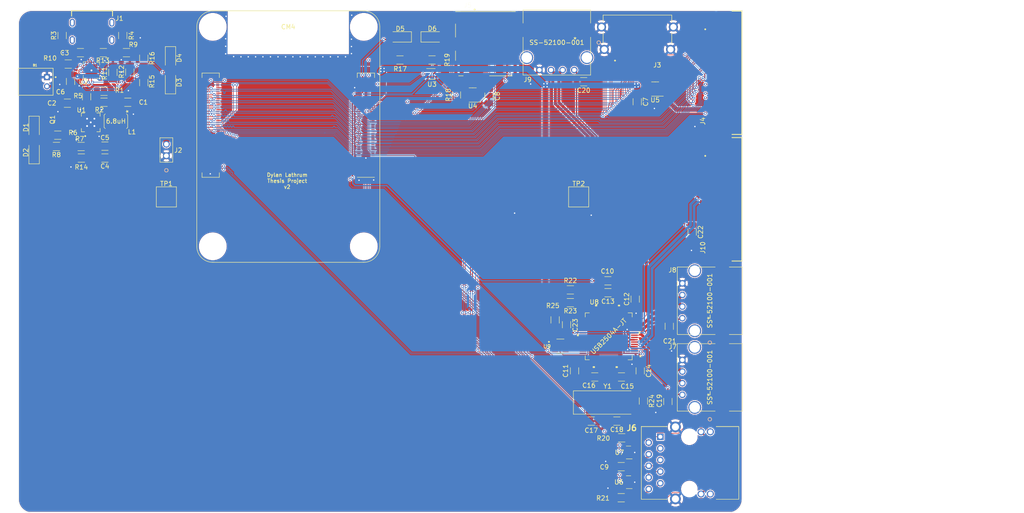
<source format=kicad_pcb>
(kicad_pcb (version 20210424) (generator pcbnew)
  (title_block (title "Thesis") (date "2022-01-31") (rev "v2") (comment 4 "Dylan Lathrum"))
  (layers (0 "F.Cu" signal "Front") (31 "B.Cu" signal "Back") (34 "B.Paste" user) (35 "F.Paste" user) (36 "B.SilkS" user "B.Silkscreen") (37 "F.SilkS" user "F.Silkscreen") (38 "B.Mask" user) (39 "F.Mask" user) (44 "Edge.Cuts" user))
  (net 0 "")
  (net 1 "GND")
  (net 2 "Net-(B1-Pad2)")
  (net 3 "VBAT")
  (net 4 "VBUS")
  (net 5 "/CM4/5v")
  (net 6 "Net-(C8-Pad1)")
  (net 7 "Net-(C9-Pad1)")
  (net 8 "Net-(C18-Pad1)")
  (net 9 "/USB/VBUS")
  (net 10 "Net-(D1-Pad2)")
  (net 11 "Net-(D2-Pad1)")
  (net 12 "Net-(D3-Pad1)")
  (net 13 "Net-(D4-Pad1)")
  (net 14 "+3V3")
  (net 15 "Net-(D5-Pad1)")
  (net 16 "Net-(D6-Pad1)")
  (net 17 "Net-(J1-PadA5)")
  (net 18 "Net-(J1-PadB5)")
  (net 19 "Net-(J1-PadS1)")
  (net 20 "/CM4/HDMI1_D2_P")
  (net 21 "/CM4/HDMI1_D2_N")
  (net 22 "/CM4/HDMI1_D1_P")
  (net 23 "/CM4/HDMI1_D1_N")
  (net 24 "/CM4/HDMI1_D0_P")
  (net 25 "/CM4/HDMI1_D0_N")
  (net 26 "/CM4/HDMI1_CK_P")
  (net 27 "/CM4/HDMI1_CK_N")
  (net 28 "/CM4/HDMI1_CEC")
  (net 29 "/CM4/HDMI1_SCL")
  (net 30 "/CM4/HDMI1_SDA")
  (net 31 "/CM4/HDMI_5v")
  (net 32 "/CM4/HDMI1_HOTPLUG")
  (net 33 "/CM4/HDMI0_D1_P")
  (net 34 "/CM4/HDMI0_D2_N")
  (net 35 "/CM4/HDMI0_D2_P")
  (net 36 "/CM4/HDMI0_D1_N")
  (net 37 "/CM4/HDMI0_D0_P")
  (net 38 "/CM4/HDMI0_D0_N")
  (net 39 "/CM4/HDMI0_CK_P")
  (net 40 "/CM4/HDMI0_CK_N")
  (net 41 "/CM4/HDMI0_CEC")
  (net 43 "/CM4/HDMI0_SCL")
  (net 44 "/CM4/HDMI0_SDA")
  (net 45 "/CM4/HDMI0_HOTPLUG")
  (net 46 "/CM4/SD_DAT1")
  (net 47 "/CM4/SD_DAT0")
  (net 48 "/CM4/SD_CLK")
  (net 49 "/CM4/SD_CMD")
  (net 50 "/CM4/SD_DAT3")
  (net 51 "/CM4/SD_DAT2")
  (net 52 "/CM4/TRD0_P")
  (net 53 "/CM4/TRD0_N")
  (net 54 "/CM4/TRD1_P")
  (net 55 "/CM4/TRD1_N")
  (net 56 "/CM4/TRD2_P")
  (net 57 "/CM4/TRD2_N")
  (net 58 "/CM4/TRD3_P")
  (net 59 "/CM4/TRD3_N")
  (net 60 "/USB/D2_N")
  (net 61 "/USB/D2_P")
  (net 62 "/USB/D3_N")
  (net 63 "/USB/D3_P")
  (net 64 "/USB/D1_P")
  (net 65 "/USB/D1_N")
  (net 66 "Net-(L1-Pad2)")
  (net 67 "/CM4/ETH_LEDY")
  (net 68 "/CM4/ETH_LEDG")
  (net 69 "/CM4/nEXTRST")
  (net 70 "/CM4/USB2_N")
  (net 71 "/CM4/USB2_P")
  (net 72 "Net-(Q1-Pad3)")
  (net 73 "Net-(Q1-Pad1)")
  (net 74 "Net-(R1-Pad2)")
  (net 75 "Net-(R5-Pad1)")
  (net 76 "Net-(R7-Pad2)")
  (net 77 "Net-(R13-Pad1)")
  (net 78 "Net-(R10-Pad1)")
  (net 79 "Net-(R11-Pad1)")
  (net 80 "Net-(R12-Pad1)")
  (net 81 "Net-(R22-Pad1)")
  (net 82 "Net-(R23-Pad1)")
  (net 110 "/USB/OCS1")
  (net 114 "Net-(U8-Pad45)")
  (net 120 "Net-(R15-Pad2)")
  (net 121 "Net-(R16-Pad2)")
  (net 122 "Net-(R19-Pad1)")
  (net 123 "Net-(R24-Pad1)")
  (net 124 "Net-(R25-Pad1)")
  (net 125 "/USB/D4_N")
  (net 126 "/USB/D4_P")
  (net 127 "Net-(C16-Pad1)")
  (net 128 "Net-(C17-Pad1)")
  (net 129 "Net-(C15-Pad1)")
  (net 134 "Net-(J6-PadL2)")
  (net 135 "Net-(J6-PadL4)")
  (net 140 "Net-(Module1-Pad21)")
  (net 174 "Net-(Module1-Pad75)")
  (net 185 "Net-(Module1-Pad95)")
  (footprint "Capacitor_SMD:C_1206_3216Metric_Pad1.33x1.80mm_HandSolder" (layer "F.Cu") (at 46.372 52.692)
    (fp_text reference "C4")
    (fp_text value "2.2uF")
  )
  (footprint "Capacitor_SMD:C_1206_3216Metric_Pad1.33x1.80mm_HandSolder" (layer "F.Cu") (at 156.3 82.15)
    (fp_text reference "C13")
    (fp_text value "100n")
  )
  (footprint "Resistor_SMD:R_1206_3216Metric_Pad1.30x1.75mm_HandSolder" (layer "F.Cu") (at 159.3 113.9)
    (fp_text reference "R20")
    (fp_text value "470R")
  )
  (footprint "LED_SMD:LED_1206_3216Metric_Pad1.42x1.75mm_HandSolder" (layer "F.Cu") (at 30.9 51.5 90)
    (fp_text reference "D2")
    (fp_text value "Red")
  )
  (footprint "Capacitor_SMD:C_1206_3216Metric_Pad1.33x1.80mm_HandSolder" (layer "F.Cu") (at 147.25 89.15 90)
    (fp_text reference "C23")
    (fp_text value "100uF")
  )
  (footprint "LED_SMD:LED_1206_3216Metric_Pad1.42x1.75mm_HandSolder" (layer "F.Cu") (at 117.9 26.2)
    (fp_text reference "D6")
    (fp_text value "Red")
  )
  (footprint "Resistor_SMD:R_1206_3216Metric_Pad1.30x1.75mm_HandSolder" (layer "F.Cu") (at 46.172 38.092 180)
    (fp_text reference "R1")
    (fp_text value "1.87M")
  )
  (footprint "USB4125-GF-A_REVA2:GCT_USB4125-GF-A_REVA2" (layer "F.Cu") (at 43.561 23.879 180)
    (fp_text reference "J1")
    (fp_text value "USB4125-GF-A_REVA2")
  )
  (footprint "USB2504A-JT:USB2504A-JT" (layer "F.Cu") (at 156.464 91.694 180)
    (fp_text reference "U8")
    (fp_text value "USB2504A-JT")
  )
  (footprint "Resistor_SMD:R_1206_3216Metric_Pad1.30x1.75mm_HandSolder" (layer "F.Cu") (at 38.354 32.134 180)
    (fp_text reference "R10")
    (fp_text value "15k")
  )
  (footprint "Resistor_SMD:R_1206_3216Metric_Pad1.30x1.75mm_HandSolder" (layer "F.Cu") (at 110.85 31.25)
    (fp_text reference "R17")
    (fp_text value "1k")
  )
  (footprint "Resistor_SMD:R_1206_3216Metric_Pad1.30x1.75mm_HandSolder" (layer "F.Cu") (at 46.172 40.492)
    (fp_text reference "R2")
    (fp_text value "340k")
  )
  (footprint "Package_TO_SOT_SMD:SOT-353_SC-70-5" (layer "F.Cu") (at 117.856 34.29)
    (fp_text reference "U3")
    (fp_text value "74LVC1G07")
  )
  (footprint "Resistor_SMD:R_1206_3216Metric_Pad1.30x1.75mm_HandSolder" (layer "F.Cu") (at 37.022 25.892 90)
    (fp_text reference "R3")
    (fp_text value "5.1k")
  )
  (footprint "ARJM11D7-502-AB-EW2:ARJM11D7502ABEW2" (layer "F.Cu") (at 167.744 113.665 90)
    (fp_text reference "J6")
    (fp_text value "ARJM11D7-502-AB-EW2" hide)
  )
  (footprint "Resistor_SMD:R_1206_3216Metric_Pad1.30x1.75mm_HandSolder" (layer "F.Cu") (at 54.864 30.864 -90)
    (fp_text reference "R16")
    (fp_text value "1K")
  )
  (footprint "Crystal:Crystal_SMD_HC49-SD" (layer "F.Cu") (at 155.448 106.172)
    (fp_text reference "Y1")
    (fp_text value "24MHz")
  )
  (footprint "Capacitor_SMD:C_1206_3216Metric_Pad1.33x1.80mm_HandSolder" (layer "F.Cu") (at 162.25 83.55 90)
    (fp_text reference "C12")
    (fp_text value "100n")
  )
  (footprint "FFC3B07-20-T:GCT_FFC3B07-20-T" (layer "F.Cu") (at 181.61 34.036 90)
    (fp_text reference "J4")
    (fp_text value "FFC3B07-20-T")
  )
  (footprint "Resistor_SMD:R_1206_3216Metric_Pad1.30x1.75mm_HandSolder" (layer "F.Cu") (at 144.75 88.1 90)
    (fp_text reference "R25")
    (fp_text value "15K 1%")
  )
  (footprint "LED_SMD:LED_1206_3216Metric_Pad1.42x1.75mm_HandSolder" (layer "F.Cu") (at 60.7 36.2 90)
    (fp_text reference "D3")
    (fp_text value "Green")
  )
  (footprint "SS-52100-001:SS-52100-001" (layer "F.Cu") (at 148.9365 27.432 180)
    (fp_text reference "J9")
    (fp_text value "SS-52100-001")
  )
  (footprint "MMUN2133LT1G:SOT95P240X111-3N" (layer "F.Cu") (at 37.972 44.292 90)
    (fp_text reference "Q1")
    (fp_text value "MMUN2133LT1G")
  )
  (footprint "CM4IO:Raspberry-Pi-4-Compute-Module" (layer "F.Cu") (at 102.944882 24.006 180)
    (fp_text reference "CM4")
    (fp_text value "ComputeModule4-CM4")
  )
  (footprint "Resistor_SMD:R_1206_3216Metric_Pad1.30x1.75mm_HandSolder" (layer "F.Cu") (at 50.272 25.892 90)
    (fp_text reference "R4")
    (fp_text value "5.1k")
  )
  (footprint "Capacitor_SMD:C_1206_3216Metric_Pad1.33x1.80mm_HandSolder" (layer "F.Cu") (at 162.7 40.3875 -90)
    (fp_text reference "C7")
    (fp_text value "100n")
  )
  (footprint "Resistor_SMD:R_1206_3216Metric_Pad1.30x1.75mm_HandSolder" (layer "F.Cu") (at 148.082 84.328 180)
    (fp_text reference "R23")
    (fp_text value "36K 1%")
  )
  (footprint "Capacitor_SMD:C_1206_3216Metric_Pad1.33x1.80mm_HandSolder" (layer "F.Cu") (at 149 99.25 -90)
    (fp_text reference "C11")
    (fp_text value "10u")
  )
  (footprint "Package_SON:USON-10_2.5x1.0mm_P0.5mm" (layer "F.Cu") (at 160.8 123.6 180)
    (fp_text reference "U6")
    (fp_text value "TPD4EUSB30")
  )
  (footprint "PREC002SAAN-RC:PREC002SAAN-RC" (layer "F.Cu") (at 59.8 52.2 90)
    (fp_text reference "J2")
    (fp_text value "PREC002SAAN-RC" hide)
  )
  (footprint "Resistor_SMD:R_1206_3216Metric_Pad1.30x1.75mm_HandSolder" (layer "F.Cu") (at 42.372 39.292 90)
    (fp_text reference "R5")
    (fp_text value "200k")
  )
  (footprint "SS-52100-001:SS-52100-001" (layer "F.Cu") (at 178.562 104.4865 90)
    (fp_text reference "J7")
    (fp_text value "SS-52100-001")
  )
  (footprint "Capacitor_SMD:C_1206_3216Metric_Pad1.33x1.80mm_HandSolder" (layer "F.Cu") (at 51.372 40.492 180)
    (fp_text reference "C1")
    (fp_text value "10uF")
  )
  (footprint "Capacitor_SMD:C_1206_3216Metric_Pad1.33x1.80mm_HandSolder" (layer "F.Cu") (at 152.654 110.236)
    (fp_text reference "C17")
    (fp_text value "27pF")
  )
  (footprint "Resistor_SMD:R_1206_3216Metric_Pad1.30x1.75mm_HandSolder" (layer "F.Cu") (at 41.172 50.168 180)
    (fp_text reference "R7")
    (fp_text value "1.87M")
  )
  (footprint "TestPoint:TestPoint_Pad_4.0x4.0mm" (layer "F.Cu") (at 59.8 61.2)
    (fp_text reference "TP1")
    (fp_text value "TestPoint")
  )
  (footprint "Capacitor_SMD:C_1206_3216Metric_Pad1.33x1.80mm_HandSolder" (layer "F.Cu") (at 163.35 99.25 -90)
    (fp_text reference "C14")
    (fp_text value "100n")
  )
  (footprint "Package_SON:USON-10_2.5x1.0mm_P0.5mm" (layer "F.Cu") (at 160.8 117.1 180)
    (fp_text reference "U7")
    (fp_text value "TPD4EUSB30")
  )
  (footprint "LED_SMD:LED_1206_3216Metric_Pad1.42x1.75mm_HandSolder" (layer "F.Cu") (at 60.706 30.7875 -90)
    (fp_text reference "D4")
    (fp_text value "Orange")
  )
  (footprint "Resistor_SMD:R_1206_3216Metric_Pad1.30x1.75mm_HandSolder" (layer "F.Cu") (at 117.856 31.242 180)
    (fp_text reference "R19")
    (fp_text value "1k")
  )
  (footprint "Capacitor_SMD:C_1206_3216Metric_Pad1.33x1.80mm_HandSolder" (layer "F.Cu") (at 156.2875 79.55)
    (fp_text reference "C10")
    (fp_text value "10u")
  )
  (footprint "Capacitor_SMD:C_1206_3216Metric_Pad1.33x1.80mm_HandSolder" (layer "F.Cu") (at 46.372 50.092)
    (fp_text reference "C5")
    (fp_text value "100uF")
  )
  (footprint "Resistor_SMD:R_1206_3216Metric_Pad1.30x1.75mm_HandSolder" (layer "F.Cu") (at 48.116 33.962 90)
    (fp_text reference "R11")
    (fp_text value "100k")
  )
  (footprint "Resistor_SMD:R_1206_3216Metric_Pad1.30x1.75mm_HandSolder" (layer "F.Cu") (at 35.772 50.168 180)
    (fp_text reference "R8")
    (fp_text value "200k")
  )
  (footprint "Resistor_SMD:R_1206_3216Metric_Pad1.30x1.75mm_HandSolder" (layer "F.Cu") (at 46.022 29.642 180)
    (fp_text reference "R13")
    (fp_text value "270k")
  )
  (footprint "Resistor_SMD:R_1206_3216Metric_Pad1.30x1.75mm_HandSolder" (layer "F.Cu") (at 36.068 47.692 180)
    (fp_text reference "R6")
    (fp_text value "1k")
  )
  (footprint "Capacitor_SMD:C_1206_3216Metric_Pad1.33x1.80mm_HandSolder" (layer "F.Cu") (at 159.258 100.584)
    (fp_text reference "C15")
    (fp_text value "4.7uF")
  )
  (footprint "TPS61090RSAR:QFN65P400X400X100-17N" (layer "F.Cu") (at 43.272 44.892 90)
    (fp_text reference "U1")
    (fp_text value "TPS61090RSAR")
  )
  (footprint "Resistor_SMD:R_1206_3216Metric_Pad1.30x1.75mm_HandSolder" (layer "F.Cu") (at 51.072 29.642)
    (fp_text reference "R9")
    (fp_text value "100k")
  )
  (footprint "Resistor_SMD:R_1206_3216Metric_Pad1.30x1.75mm_HandSolder" (layer "F.Cu") (at 148.082 81.534 180)
    (fp_text reference "R22")
    (fp_text value "36K 1%")
  )
  (footprint "JST_S2B-PH-K-S(LF)(SN):JST_S2B-PH-K-S(LF)(SN)" (layer "F.Cu") (at 33.7 36 -90)
    (fp_text reference "B1")
    (fp_text value "JST 2-PH")
  )
  (footprint "Capacitor_SMD:C_1206_3216Metric_Pad1.33x1.80mm_HandSolder" (layer "F.Cu") (at 41.022 29.642 180)
    (fp_text reference "C3")
    (fp_text value "10uF")
  )
  (footprint "Resistor_SMD:R_1206_3216Metric_Pad1.30x1.75mm_HandSolder" (layer "F.Cu") (at 54.864 36.198 90)
    (fp_text reference "R15")
    (fp_text value "1K")
  )
  (footprint "LED_SMD:LED_1206_3216Metric_Pad1.42x1.75mm_HandSolder" (layer "F.Cu") (at 30.9 46 -90)
    (fp_text reference "D1")
    (fp_text value "Red")
  )
  (footprint "Resistor_SMD:R_1206_3216Metric_Pad1.30x1.75mm_HandSolder" (layer "F.Cu") (at 41.222 52.692)
    (fp_text reference "R14")
    (fp_text value "1k")
  )
  (footprint "Capacitor_SMD:C_1206_3216Metric_Pad1.33x1.80mm_HandSolder" (layer "F.Cu") (at 130.302 39.1545 -90)
    (fp_text reference "C8")
    (fp_text value "10u")
  )
  (footprint "Capacitor_SMD:C_1206_3216Metric_Pad1.33x1.80mm_HandSolder" (layer "F.Cu") (at 174.7 68.9 -90)
    (fp_text reference "C22")
    (fp_text value "10u")
  )
  (footprint "Capacitor_SMD:C_1206_3216Metric_Pad1.33x1.80mm_HandSolder" (layer "F.Cu") (at 169.7 89.5 -90)
    (fp_text reference "C21")
    (fp_text value "10u")
  )
  (footprint "Capacitor_SMD:C_1206_3216Metric_Pad1.33x1.80mm_HandSolder" (layer "F.Cu") (at 153.416 100.584 180)
    (fp_text reference "C16")
    (fp_text value "4.7uF")
  )
  (footprint "Resistor_SMD:R_1206_3216Metric_Pad1.30x1.75mm_HandSolder" (layer "F.Cu") (at 164.05 105.85 -90)
    (fp_text reference "R24")
    (fp_text value "12K 1%")
  )
  (footprint "Capacitor_SMD:C_1206_3216Metric_Pad1.33x1.80mm_HandSolder" (layer "F.Cu") (at 159.2 120.2 180)
    (fp_text reference "C9")
    (fp_text value "100n")
  )
  (footprint "Resistor_SMD:R_1206_3216Metric_Pad1.30x1.75mm_HandSolder" (layer "F.Cu") (at 51.816 33.912 90)
    (fp_text reference "R12")
    (fp_text value "1.0k")
  )
  (footprint "Capacitor_SMD:C_1206_3216Metric_Pad1.33x1.80mm_HandSolder" (layer "F.Cu") (at 169.4 105.95 -90)
    (fp_text reference "C19")
    (fp_text value "10u")
  )
  (footprint "Resistor_SMD:R_1206_3216Metric_Pad1.30x1.75mm_HandSolder" (layer "F.Cu") (at 123.19 38.9005 -90)
    (fp_text reference "R18")
    (fp_text value "12k 1%")
  )
  (footprint "Resistor_SMD:R_1206_3216Metric_Pad1.30x1.75mm_HandSolder" (layer "F.Cu") (at 159.2 127)
    (fp_text reference "R21")
    (fp_text value "470R")
  )
  (footprint "FFC3B07-20-T:GCT_FFC3B07-20-T" (layer "F.Cu") (at 181.61 61.722 90)
    (fp_text reference "J10")
    (fp_text value "FFC3B07-20-T")
  )
  (footprint "SS-52100-001:SS-52100-001" (layer "F.Cu") (at 178.562 87.7225 90)
    (fp_text reference "J8")
    (fp_text value "SS-52100-001")
  )
  (footprint "Capacitor_SMD:C_1206_3216Metric_Pad1.33x1.80mm_HandSolder" (layer "F.Cu") (at 158.242 110.236 180)
    (fp_text reference "C18")
    (fp_text value "27pF")
  )
  (footprint "LED_SMD:LED_1206_3216Metric_Pad1.42x1.75mm_HandSolder" (layer "F.Cu") (at 110.9 26.2 180)
    (fp_text reference "D5")
    (fp_text value "Green")
  )
  (footprint "TestPoint:TestPoint_Pad_4.0x4.0mm" (layer "F.Cu") (at 149.9 61.2)
    (fp_text reference "TP2")
    (fp_text value "TestPoint")
  )
  (footprint "Package_TO_SOT_SMD:SOT-23-5" (layer "F.Cu") (at 126.746 38.9005 180)
    (fp_text reference "U4")
    (fp_text value "RT9742VGJ5")
  )
  (footprint "digikey-footprints:QFN-20-1EP_4x4mm_RevA" (layer "F.Cu") (at 43.434 33.453 -90)
    (fp_text reference "U2")
    (fp_text value "MCP73871-2CCI_ML")
  )
  (footprint "AP22653W6-7:SOT95P280X145-6N" (layer "F.Cu") (at 145.9 93.85)
    (fp_text reference "U9")
    (fp_text value "AP22653W6-7")
  )
  (footprint "Capacitor_SMD:C_1206_3216Metric_Pad1.33x1.80mm_HandSolder" (layer "F.Cu") (at 38.172 40.692)
    (fp_text reference "C2")
    (fp_text value "0.1uF")
  )
  (footprint "Package_TO_SOT_SMD:SOT-23-5" (layer "F.Cu") (at 166.6125 37.6 180)
    (fp_text reference "U5")
    (fp_text value "RT9742ENGJ5")
  )
  (footprint "Capacitor_SMD:C_1206_3216Metric_Pad1.33x1.80mm_HandSolder" (layer "F.Cu") (at 38.862 35.944 -90)
    (fp_text reference "C6")
    (fp_text value "10uF")
  )
  (footprint "SS-53000-001:STEWART_SS-53000-001" (layer "F.Cu") (at 162.74325 29.8305 180)
    (fp_text reference "J3")
    (fp_text value "SS-53000-001")
  )
  (footprint "CM4IO:SDCARD_MOLEX_503398-1892" (layer "F.Cu") (at 129.54 27.686)
    (fp_text reference "J5")
    (fp_text value "Micro_SD_Card_Det")
  )
  (footprint "NRS5030T6R8MMGJ:NRS5030T6R8MMGJ" (layer "F.Cu") (at 48.772 44.642 -90)
    (fp_text reference "L1")
    (fp_text value "6.8uH")
  )
  (footprint "Capacitor_SMD:C_1206_3216Metric_Pad1.33x1.80mm_HandSolder" (layer "F.Cu") (at 151 36)
    (fp_text reference "C20")
    (fp_text value "10u")
  )
  (gr_line (start 182.7 130.35) (end 30.4 130.35) (layer "Edge.Cuts") (width 0.0381))
  (gr_line (start 27.4 127.35) (end 27.4 23.35) (layer "Edge.Cuts") (width 0.0381))
  (gr_arc (start 30.4 23.35) (end 30.4 20.35) (angle -90) (layer "Edge.Cuts") (width 0.0381))
  (gr_line (start 30.4 20.35) (end 185.7 20.35) (layer "Edge.Cuts") (width 0.0381))
  (gr_arc (start 30.4 127.35) (end 27.4 127.35) (angle -90) (layer "Edge.Cuts") (width 0.0381))
  (gr_line (start 185.7 20.35) (end 185.7 127.35) (layer "Edge.Cuts") (width 0.0381))
  (gr_arc (start 182.7 127.35) (end 182.7 130.35) (angle -90) (layer "Edge.Cuts") (width 0.0381))
  (gr_text "Dylan Lathrum\nThesis Project\nv2" (at 86.2 57.7) (layer "F.SilkS") (effects (font (size 0.8128 0.8128) (thickness 0.1524))))
  (segment (start 161.243999 90.943999) (end 160.5 90.2) (width 0.127) (layer "F.Cu") (net 1))
  (segment (start 42.297 43.917) (end 41.317 43.917) (width 0.127) (layer "F.Cu") (net 1))
  (segment (start 104.944882 44.906) (end 104.467882 44.906) (width 0.127) (layer "F.Cu") (net 1))
  (segment (start 43.272 44.892) (end 42.472 44.092) (width 0.127) (layer "F.Cu") (net 1))
  (segment (start 161.185 117.1) (end 162.15 117.1) (width 0.127) (layer "F.Cu") (net 1))
  (segment (start 42.472 44.092) (end 42.297 43.917) (width 0.127) (layer "F.Cu") (net 1))
  (segment (start 160.415 123.6) (end 161.185 123.6) (width 0.127) (layer "F.Cu") (net 1))
  (segment (start 41.734 34.453) (end 42.434 34.453) (width 0.127) (layer "F.Cu") (net 1))
  (segment (start 104.552862 41.306) (end 104.944882 41.306) (width 0.127) (layer "F.Cu") (net 1))
  (segment (start 104.467882 42.506) (end 104.404871 42.442989) (width 0.127) (layer "F.Cu") (net 1))
  (segment (start 162.0774 90.943999) (end 161.243999 90.943999) (width 0.127) (layer "F.Cu") (net 1))
  (segment (start 160.415 123.6) (end 159.45 123.6) (width 0.127) (layer "F.Cu") (net 1))
  (segment (start 104.404871 41.453991) (end 104.552862 41.306) (width 0.127) (layer "F.Cu") (net 1))
  (segment (start 104.944882 42.506) (end 104.467882 42.506) (width 0.127) (layer "F.Cu") (net 1))
  (segment (start 104.467882 44.906) (end 104.404871 44.842989) (width 0.127) (layer "F.Cu") (net 1))
  (segment (start 104.406 43.706) (end 104.404871 43.704871) (width 0.127) (layer "F.Cu") (net 1))
  (segment (start 42.434 35.153) (end 42.434 34.453) (width 0.127) (layer "F.Cu") (net 1))
  (segment (start 104.404871 43.704871) (end 104.404871 42.653991) (width 0.127) (layer "F.Cu") (net 1))
  (segment (start 161.185 123.6) (end 162.15 123.6) (width 0.127) (layer "F.Cu") (net 1))
  (segment (start 104.404871 42.442989) (end 104.404871 41.453991) (width 0.127) (layer "F.Cu") (net 1))
  (segment (start 101.472862 36.106) (end 100.95 36.628862) (width 0.127) (layer "F.Cu") (net 1))
  (segment (start 160.415 117.1) (end 161.185 117.1) (width 0.127) (layer "F.Cu") (net 1))
  (segment (start 43.597 42.937) (end 43.597 44.567) (width 0.15) (layer "F.Cu") (net 1))
  (segment (start 104.552862 42.506) (end 104.944882 42.506) (width 0.127) (layer "F.Cu") (net 1))
  (segment (start 101.864882 36.106) (end 101.472862 36.106) (width 0.127) (layer "F.Cu") (net 1))
  (segment (start 160.415 117.1) (end 159.45 117.1) (width 0.127) (layer "F.Cu") (net 1))
  (segment (start 104.404871 42.653991) (end 104.552862 42.506) (width 0.127) (layer "F.Cu") (net 1))
  (segment (start 104.944882 43.706) (end 104.406 43.706) (width 0.127) (layer "F.Cu") (net 1))
  (segment (start 104.404871 44.842989) (end 104.404871 43.704871) (width 0.127) (layer "F.Cu") (net 1))
  (segment (start 100.95 36.628862) (end 100.95 37.3) (width 0.127) (layer "F.Cu") (net 1))
  (segment (start 43.597 44.567) (end 43.272 44.892) (width 0.15) (layer "F.Cu") (net 1))
  (via (at 100.25 26.7) (size 0.6) (drill 0.3) (layers "F.Cu" "B.Cu") (net 1))
  (via (at 98.95 30.55) (size 0.6) (drill 0.3) (layers "F.Cu" "B.Cu") (net 1))
  (via (at 94 30.55) (size 0.6) (drill 0.3) (layers "F.Cu" "B.Cu") (net 1))
  (via (at 44.072 45.692) (size 0.9) (drill 0.4) (layers "F.Cu" "B.Cu") (net 1))
  (via (at 42.472 44.092) (size 0.9) (drill 0.4) (layers "F.Cu" "B.Cu") (net 1))
  (via (at 77.7 30.55) (size 0.6) (drill 0.3) (layers "F.Cu" "B.Cu") (net 1))
  (via (at 155.8 119.05) (size 0.6) (drill 0.3) (layers "F.Cu" "B.Cu") (net 1))
  (via (at 162.45 86.65) (size 0.6) (drill 0.3) (layers "F.Cu" "B.Cu") (net 1))
  (via (at 51.5 37.95) (size 0.6) (drill 0.3) (layers "F.Cu" "B.Cu") (net 1))
  (via (at 101.9 57.55) (size 0.6) (drill 0.3) (layers "F.Cu" "B.Cu") (net 1))
  (via (at 69.4 56.15) (size 0.6) (drill 0.3) (layers "F.Cu" "B.Cu") (net 1))
  (via (at 100.3 21.45) (size 0.6) (drill 0.3) (layers "F.Cu" "B.Cu") (net 1))
  (via (at 175.3 45.8) (size 0.6) (drill 0.3) (layers "F.Cu" "B.Cu") (net 1))
  (via (at 72.75 28.25) (size 0.6) (drill 0.3) (layers "F.Cu" "B.Cu") (net 1))
  (via (at 39.35 46.9) (size 0.6) (drill 0.3) (layers "F.Cu" "B.Cu") (net 1))
  (via (at 97.3 30.55) (size 0.6) (drill 0.3) (layers "F.Cu" "B.Cu") (net 1))
  (via (at 100.25 28.3) (size 0.6) (drill 0.3) (layers "F.Cu" "B.Cu") (net 1))
  (via (at 74.5 30.5) (size 0.6) (drill 0.3) (layers "F.Cu" "B.Cu") (net 1))
  (via (at 76.1 30.55) (size 0.6) (drill 0.3) (layers "F.Cu" "B.Cu") (net 1))
  (via (at 36.1 42.55) (size 0.6) (drill 0.3) (layers "F.Cu" "B.Cu") (net 1))
  (via (at 49.95 31.2) (size 0.6) (drill 0.3) (layers "F.Cu" "B.Cu") (net 1))
  (via (at 54.1 26.4) (size 0.6) (drill 0.3) (layers "F.Cu" "B.Cu") (net 1))
  (via (at 160.5 90.2) (size 0.6) (drill 0.3) (layers "F.Cu" "B.Cu") (net 1))
  (via (at 159.45 123.6) (size 0.6) (drill 0.3) (layers "F.Cu" "B.Cu") (net 1))
  (via (at 139.4 36.5) (size 0.6) (drill 0.3) (layers "F.Cu" "B.Cu") (net 1))
  (via (at 152.65 65.2) (size 0.6) (drill 0.3) (layers "F.Cu" "B.Cu") (net 1))
  (via (at 80.9 30.55) (size 0.6) (drill 0.3) (layers "F.Cu" "B.Cu") (net 1))
  (via (at 89.05 30.55) (size 0.6) (drill 0.3) (layers "F.Cu" "B.Cu") (net 1))
  (via (at 43.434 33.528) (size 0.9) (drill 0.4) (layers "F.Cu" "B.Cu") (net 1))
  (via (at 82.55 30.55) (size 0.6) (drill 0.3) (layers "F.Cu" "B.Cu") (net 1))
  (via (at 79.3 30.55) (size 0.6) (drill 0.3) (layers "F.Cu" "B.Cu") (net 1))
  (via (at 100.25 29.85) (size 0.6) (drill 0.3) (layers "F.Cu" "B.Cu") (net 1))
  (via (at 90.7 30.55) (size 0.6) (drill 0.3) (layers "F.Cu" "B.Cu") (net 1))
  (via (at 52.6 43.1) (size 0.6) (drill 0.3) (layers "F.Cu" "B.Cu") (net 1))
  (via (at 44.072 44.092) (size 0.9) (drill 0.4) (layers "F.Cu" "B.Cu") (net 1))
  (via (at 72.75 29.9) (size 0.6) (drill 0.3) (layers "F.Cu" "B.Cu") (net 1))
  (via (at 174.55 72.9) (size 0.6) (drill 0.3) (layers "F.Cu" "B.Cu") (net 1))
  (via (at 43.272 44.892) (size 0.9) (drill 0.4) (layers "F.Cu" "B.Cu") (net 1))
  (via (at 38.95 54.65) (size 0.6) (drill 0.3) (layers "F.Cu" "B.Cu") (net 1))
  (via (at 166.45 41.85) (size 0.6) (drill 0.3) (layers "F.Cu" "B.Cu") (net 1))
  (via (at 87.45 30.55) (size 0.6) (drill 0.3) (layers "F.Cu" "B.Cu") (net 1))
  (via (at 45.572 42.092) (size 0.6) (drill 0.3) (layers "F.Cu" "B.Cu") (net 1))
  (via (at 166.75 108.35) (size 0.6) (drill 0.3) (layers "F.Cu" "B.Cu") (net 1))
  (via (at 135.9 64.75) (size 0.6) (drill 0.3) (layers "F.Cu" "B.Cu") (net 1))
  (via (at 156.3 124.9) (size 0.6) (drill 0.3) (layers "F.Cu" "B.Cu") (net 1))
  (via (at 92.35 30.55) (size 0.6) (drill 0.3) (layers "F.Cu" "B.Cu") (net 1))
  (via (at 84.2 30.55) (size 0.6) (drill 0.3) (layers "F.Cu" "B.Cu") (net 1))
  (via (at 160.6 94.6) (size 0.6) (drill 0.3) (layers "F.Cu" "B.Cu") (net 1))
  (via (at 103.4 52.7) (size 0.6) (drill 0.3) (layers "F.Cu" "B.Cu") (net 1))
  (via (at 85.85 30.55) (size 0.6) (drill 0.3) (layers "F.Cu" "B.Cu") (net 1))
  (via (at 36.5 36.6) (size 0.6) (drill 0.3) (layers "F.Cu" "B.Cu") (net 1))
  (via (at 162.15 117.1) (size 0.6) (drill 0.3) (layers "F.Cu" "B.Cu") (net 1))
  (via (at 37.2 29.65) (size 0.6) (drill 0.3) (layers "F.Cu" "B.Cu") (net 1))
  (via (at 72.75 26.6) (size 0.6) (drill 0.3) (layers "F.Cu" "B.Cu") (net 1))
  (via (at 100.95 37.3) (size 0.6) (drill 0.3) (layers "F.Cu" "B.Cu") (net 1))
  (via (at 159.45 117.1) (size 0.6) (drill 0.3) (layers "F.Cu" "B.Cu") (net 1))
  (via (at 162.15 123.6) (size 0.6) (drill 0.3) (layers "F.Cu" "B.Cu") (net 1))
  (via (at 41 42.1) (size 0.6) (drill 0.3) (layers "F.Cu" "B.Cu") (net 1))
  (via (at 161.55 97.8) (size 0.6) (drill 0.3) (layers "F.Cu" "B.Cu") (net 1))
  (via (at 40.75 36.9) (size 0.6) (drill 0.3) (layers "F.Cu" "B.Cu") (net 1))
  (via (at 46.35 31.4) (size 0.6) (drill 0.3) (layers "F.Cu" "B.Cu") (net 1))
  (via (at 45.1 47.95) (size 0.6) (drill 0.3) (layers "F.Cu" "B.Cu") (net 1))
  (via (at 72.85 21.7) (size 0.6) (drill 0.3) (layers "F.Cu" "B.Cu") (net 1))
  (via (at 41.2 31.15) (size 0.6) (drill 0.3) (layers "F.Cu" "B.Cu") (net 1))
  (via (at 50.038 33.912) (size 0.6) (drill 0.3) (layers "F.Cu" "B.Cu") (net 1))
  (via (at 170.2 94.9) (size 0.6) (drill 0.3) (layers "F.Cu" "B.Cu") (net 1))
  (via (at 95.65 30.55) (size 0.6) (drill 0.3) (layers "F.Cu" "B.Cu") (net 1))
  (via (at 40.1 48.65) (size 0.6) (drill 0.3) (layers "F.Cu" "B.Cu") (net 1))
  (via (at 42.472 45.692) (size 0.9) (drill 0.4) (layers "F.Cu" "B.Cu") (net 1))
  (via (at 105.1 57.5) (size 0.6) (drill 0.3) (layers "F.Cu" "B.Cu") (net 1))
  (segment (start 39.959736 34.3815) (end 38.862 34.3815) (width 1) (layer "F.Cu") (net 2))
  (segment (start 34.7 37) (end 37.3185 34.3815) (width 0.6) (layer "F.Cu") (net 2))
  (segment (start 40.385989 34.807753) (end 39.959736 34.3815) (width 1) (layer "F.Cu") (net 2))
  (segment (start 37.3185 34.3815) (end 38.862 34.3815) (width 0.6) (layer "F.Cu") (net 2))
  (segment (start 33.7 37) (end 34.7 37) (width 0.6) (layer "F.Cu") (net 2))
  (segment (start 44.434 35.153) (end 44.434 35.068) (width 0.15) (layer "F.Cu") (net 2))
  (via (at 45.212 35.306) (size 0.6) (drill 0.3) (layers "F.Cu" "B.Cu") (net 2))
  (via (at 40.385989 34.807753) (size 0.6) (drill 0.3) (layers "F.Cu" "B.Cu") (net 2))
  (segment (start 40.385989 34.807753) (end 44.713753 34.807753) (width 1) (layer "B.Cu") (net 2))
  (segment (start 40.35474 34.70526) (end 40.32348 34.674) (width 0.127) (layer "B.Cu") (net 2))
  (segment (start 44.713753 34.807753) (end 45.212 35.306) (width 1) (layer "B.Cu") (net 2))
  (segment (start 46.193237 42.842) (end 45.372637 43.6626) (width 1) (layer "F.Cu") (net 3))
  (segment (start 42.983186 37.742) (end 43.934706 36.79048) (width 0.6) (layer "F.Cu") (net 3))
  (segment (start 46.61448 36.282138) (end 46.61448 33.15248) (width 1) (layer "F.Cu") (net 3))
  (segment (start 46.106138 36.79048) (end 46.61448 36.282138) (width 0.6) (layer "F.Cu") (net 3))
  (segment (start 48.772 42.842) (end 46.193237 42.842) (width 1) (layer "F.Cu") (net 3))
  (segment (start 42.372 38.0545) (end 39.7345 40.692) (width 0.6) (layer "F.Cu") (net 3))
  (segment (start 42.372 37.742) (end 42.372 38.0545) (width 0.6) (layer "F.Cu") (net 3))
  (segment (start 45.372637 43.6626) (end 45.2882 43.6626) (width 1) (layer "F.Cu") (net 3))
  (segment (start 48.772 42.842) (end 49.8095 41.8045) (width 1) (layer "F.Cu") (net 3))
  (segment (start 43.934706 36.79048) (end 46.106138 36.79048) (width 0.6) (layer "F.Cu") (net 3))
  (segment (start 39.7345 40.692) (end 39.7345 42.6795) (width 0.6) (layer "F.Cu") (net 3))
  (segment (start 47.722 37.389658) (end 46.61448 36.282138) (width 1) (layer "F.Cu") (net 3))
  (segment (start 47.722 38.092) (end 47.722 37.389658) (width 1) (layer "F.Cu") (net 3))
  (segment (start 49.8095 40.492) (end 49.8095 40.1795) (width 1) (layer "F.Cu") (net 3))
  (segment (start 49.8095 40.1795) (end 47.722 38.092) (width 1) (layer "F.Cu") (net 3))
  (segment (start 49.8095 41.8045) (end 49.8095 40.492) (width 1) (layer "F.Cu") (net 3))
  (segment (start 42.372 37.742) (end 42.983186 37.742) (width 0.6) (layer "F.Cu") (net 3))
  (segment (start 39.7345 42.6795) (end 39.072 43.342) (width 0.6) (layer "F.Cu") (net 3))
  (segment (start 59.069 33.912) (end 60.706 32.275) (width 0.2) (layer "F.Cu") (net 4))
  (segment (start 45.134 33.453) (end 45.134 33.953) (width 0.2) (layer "F.Cu") (net 4))
  (segment (start 41.148 33.782) (end 41.319 33.953) (width 0.127) (layer "F.Cu") (net 4))
  (segment (start 43.592 29.642) (end 43.572 29.622) (width 0.127) (layer "F.Cu") (net 4))
  (segment (start 43.434 31.118) (end 43.434 31.753) (width 0.127) (layer "F.Cu") (net 4))
  (segment (start 58.928 33.912) (end 59.069 33.912) (width 0.2) (layer "F.Cu") (net 4))
  (segment (start 42.574 28.292) (end 42.041 27.759) (width 0.2) (layer "F.Cu") (net 4))
  (segment (start 45.682 33.753) (end 45.434 33.753) (width 0.2) (layer "F.Cu") (net 4))
  (segment (start 41.319 33.953) (end 41.734 33.953) (width 0.127) (layer "F.Cu") (net 4))
  (segment (start 42.934 31.753) (end 43.434 31.753) (width 0.127) (layer "F.Cu") (net 4))
  (segment (start 45.682 33.753) (end 45.334 33.753) (width 0.2) (layer "F.Cu") (net 4))
  (segment (start 45.081 26.959) (end 45.081 27.759) (width 0.2) (layer "F.Cu") (net 4))
  (segment (start 45.081 27.759) (end 44.548 28.292) (width 0.2) (layer "F.Cu") (net 4))
  (segment (start 43.592 30.96) (end 43.592 29.642) (width 0.127) (layer "F.Cu") (net 4))
  (segment (start 43.434 31.118) (end 43.592 30.96) (width 0.127) (layer "F.Cu") (net 4))
  (segment (start 45.334 33.753) (end 45.134 33.953) (width 0.2) (layer "F.Cu") (net 4))
  (segment (start 59.7285 34.7125) (end 60.7 34.7125) (width 0.2) (layer "F.Cu") (net 4))
  (segment (start 45.682 33.501) (end 45.134 32.953) (width 0.2) (layer "F.Cu") (net 4))
  (segment (start 44.548 28.292) (end 43.572 28.292) (width 0.2) (layer "F.Cu") (net 4))
  (segment (start 42.041 27.759) (end 42.041 26.959) (width 0.2) (layer "F.Cu") (net 4))
  (segment (start 43.572 28.292) (end 43.572 29.622) (width 0.2) (layer "F.Cu") (net 4))
  (segment (start 45.682 33.753) (end 45.682 33.501) (width 0.2) (layer "F.Cu") (net 4))
  (segment (start 45.134 32.953) (end 45.134 33.453) (width 0.2) (layer "F.Cu") (net 4))
  (segment (start 58.928 33.912) (end 59.7285 34.7125) (width 0.2) (layer "F.Cu") (net 4))
  (segment (start 42.5845 29.642) (end 43.592 29.642) (width 0.127) (layer "F.Cu") (net 4))
  (segment (start 45.434 33.753) (end 45.134 33.453) (width 0.2) (layer "F.Cu") (net 4))
  (segment (start 43.434 31.118) (end 43.434 31.253) (width 0.127) (layer "F.Cu") (net 4))
  (segment (start 44.472 29.642) (end 43.592 29.642) (width 0.127) (layer "F.Cu") (net 4))
  (segment (start 43.572 28.292) (end 42.574 28.292) (width 0.2) (layer "F.Cu") (net 4))
  (segment (start 43.434 31.253) (end 42.934 31.753) (width 0.127) (layer "F.Cu") (net 4))
  (via (at 41.148 33.782) (size 0.6) (drill 0.3) (layers "F.Cu" "B.Cu") (net 4))
  (via (at 45.682 33.753) (size 0.6) (drill 0.3) (layers "F.Cu" "B.Cu") (net 4))
  (via (at 58.928 33.912) (size 0.6) (drill 0.3) (layers "F.Cu" "B.Cu") (net 4))
  (via (at 43.434 31.118) (size 0.6) (drill 0.3) (layers "F.Cu" "B.Cu") (net 4))
  (segment (start 43.434 31.118) (end 43.207 31.118) (width 0.15) (layer "B.Cu") (net 4))
  (segment (start 47.573511 31.861489) (end 56.877489 31.861489) (width 0.2) (layer "B.Cu") (net 4))
  (segment (start 41.199983 33.730017) (end 41.148 33.782) (width 0.15) (layer "B.Cu") (net 4))
  (segment (start 43.434 31.505) (end 45.682 33.753) (width 0.2) (layer "B.Cu") (net 4))
  (segment (start 43.207 31.118) (end 41.199983 33.125017) (width 0.15) (layer "B.Cu") (net 4))
  (segment (start 41.199983 33.125017) (end 41.199983 33.730017) (width 0.15) (layer "B.Cu") (net 4))
  (segment (start 56.877489 31.861489) (end 58.928 33.912) (width 0.2) (layer "B.Cu") (net 4))
  (segment (start 45.682 33.753) (end 47.573511 31.861489) (width 0.2) (layer "B.Cu") (net 4))
  (segment (start 43.434 31.118) (end 43.434 31.505) (width 0.2) (layer "B.Cu") (net 4))
  (segment (start 65.55 34.85) (end 67 33.4) (width 1.3455) (layer "F.Cu") (net 5))
  (segment (start 142.650369 36.79963) (end 142.650369 85.133669) (width 1.3455) (layer "F.Cu") (net 5))
  (segment (start 41.317 45.4152) (end 41.317 46.773502) (width 0.6) (layer "F.Cu") (net 5))
  (segment (start 142.62573 85.158308) (end 142.62573 90.72573) (width 1.3455) (layer "F.Cu") (net 5))
  (segment (start 165.475 38.55) (end 165.475 36.65) (width 1.3455) (layer "F.Cu") (net 5))
  (segment (start 59.8 47.8) (end 59.8 49.66) (width 1.3455) (layer "F.Cu") (net 5))
  (segment (start 162.7 38.825) (end 165.2 38.825) (width 1.3455) (layer "F.Cu") (net 5))
  (segment (start 42.418 48.136) (end 43.688 48.136) (width 1.3455) (layer "F.Cu") (net 5))
  (segment (start 142.62573 90.72573) (end 144.5 92.6) (width 1.3455) (layer "F.Cu") (net 5))
  (segment (start 142.650369 85.133669) (end 142.62573 85.158308) (width 1.3455) (layer "F.Cu") (net 5))
  (segment (start 162.7 36.95) (end 162.5 36.75) (width 1.3455) (layer "F.Cu") (net 5))
  (segment (start 165.2 38.825) (end 165.475 38.55) (width 1.3455) (layer "F.Cu") (net 5))
  (segment (start 57.4 46) (end 65.55 37.85) (width 1.3455) (layer "F.Cu") (net 5))
  (segment (start 162.7 38.825) (end 162.7 36.95) (width 1.3455) (layer "F.Cu") (net 5))
  (segment (start 105.172882 38.7) (end 105.172882 39.606739) (width 1.3455) (layer "F.Cu") (net 5))
  (segment (start 41.584759 47.041261) (end 41.584759 47.302759) (width 1.3455) (layer "F.Cu") (net 5))
  (segment (start 107.072143 38.300739) (end 106.372882 39) (width 1.3455) (layer "F.Cu") (net 5))
  (segment (start 41.317 46.773502) (end 41.584759 47.041261) (width 0.6) (layer "F.Cu") (net 5))
  (segment (start 107.172882 33.4) (end 107.072143 38.300739) (width 1.3455) (layer "F.Cu") (net 5))
  (segment (start 105.472882 39) (end 105.172882 38.7) (width 1.3455) (layer "F.Cu") (net 5))
  (segment (start 48.914 54.486) (end 57.4 46) (width 1.3455) (layer "F.Cu") (net 5))
  (segment (start 43.688 54.486) (end 48.914 54.486) (width 1.3455) (layer "F.Cu") (net 5))
  (segment (start 58 46) (end 59.8 47.8) (width 1.3455) (layer "F.Cu") (net 5))
  (segment (start 57.4 46) (end 58 46) (width 1.3455) (layer "F.Cu") (net 5))
  (segment (start 65.55 37.85) (end 65.55 34.85) (width 1.3455) (layer "F.Cu") (net 5))
  (segment (start 106.372882 39) (end 105.472882 39) (width 1.3455) (layer "F.Cu") (net 5))
  (segment (start 42.297 46.847) (end 42.297 47.117) (width 0.127) (layer "F.Cu") (net 5))
  (segment (start 41.584759 47.302759) (end 42.418 48.136) (width 1.3455) (layer "F.Cu") (net 5))
  (segment (start 42.297 49.667) (end 42.722 50.092) (width 0.127) (layer "F.Cu") (net 5))
  (segment (start 67 33.4) (end 107.172882 33.4) (width 1.3455) (layer "F.Cu") (net 5))
  (segment (start 43.688 48.136) (end 43.688 54.486) (width 1.3455) (layer "F.Cu") (net 5))
  (via (at 143 37.1) (size 0.6) (drill 0.3) (layers "F.Cu" "B.Cu") (net 5))
  (via (at 142.3 36.45) (size 0.6) (drill 0.3) (layers "F.Cu" "B.Cu") (net 5))
  (via (at 106.672882 33.1) (size 0.6) (drill 0.3) (layers "F.Cu" "B.Cu") (net 5))
  (via (at 107.372882 33.1) (size 0.6) (drill 0.3) (layers "F.Cu" "B.Cu") (net 5))
  (via (at 107.372882 33.75) (size 0.6) (drill 0.3) (layers "F.Cu" "B.Cu") (net 5))
  (via (at 143 36.45) (size 0.6) (drill 0.3) (layers "F.Cu" "B.Cu") (net 5))
  (via (at 162.2 37.15) (size 0.6) (drill 0.3) (layers "F.Cu" "B.Cu") (net 5))
  (via (at 162.15 36.5) (size 0.6) (drill 0.3) (layers "F.Cu" "B.Cu") (net 5))
  (via (at 162.9 37.1) (size 0.6) (drill 0.3) (layers "F.Cu" "B.Cu") (net 5))
  (via (at 106.672882 33.75) (size 0.6) (drill 0.3) (layers "F.Cu" "B.Cu") (net 5))
  (via (at 142.3 37.1) (size 0.6) (drill 0.3) (layers "F.Cu" "B.Cu") (net 5))
  (via (at 162.8 36.45) (size 0.6) (drill 0.3) (layers "F.Cu" "B.Cu") (net 5))
  (segment (start 162.7 36.8) (end 142.444017 36.8) (width 1.3455) (layer "B.Cu") (net 5))
  (segment (start 138.844756 33.200739) (end 107.222143 33.200739) (width 1.3455) (layer "B.Cu") (net 5))
  (segment (start 142.444017 36.8) (end 138.844756 33.200739) (width 1.3455) (layer "B.Cu") (net 5))
  (segment (start 107.222143 33.200739) (end 106.672882 33.75) (width 1.3455) (layer "B.Cu") (net 5))
  (segment (start 130.302 38.0945) (end 130.302 37.592) (width 0.127) (layer "F.Cu") (net 6))
  (segment (start 130.46 37.434) (end 130.46 22.061) (width 0.127) (layer "F.Cu") (net 6))
  (segment (start 130.302 37.592) (end 130.46 37.434) (width 0.127) (layer "F.Cu") (net 6))
  (segment (start 128.546 39.8505) (end 130.302 38.0945) (width 0.127) (layer "F.Cu") (net 6))
  (segment (start 127.8835 39.8505) (end 128.546 39.8505) (width 0.127) (layer "F.Cu") (net 6))
  (segment (start 160.7625 120.2) (end 165.019 120.2) (width 0.127) (layer "F.Cu") (net 7))
  (segment (start 165.204 120.015) (end 166.474 120.015) (width 0.127) (layer "F.Cu") (net 7))
  (segment (start 166.474 120.015) (end 167.744 118.745) (width 0.127) (layer "F.Cu") (net 7))
  (segment (start 165.019 120.2) (end 165.204 120.015) (width 0.127) (layer "F.Cu") (net 7))
  (segment (start 159.698 106.172) (end 159.698 110.1295) (width 0.15) (layer "F.Cu") (net 8))
  (segment (start 159.698 106.172) (end 156.6 103.074) (width 0.15) (layer "F.Cu") (net 8))
  (segment (start 156.6 103.074) (end 156.6 98.67) (width 0.15) (layer "F.Cu") (net 8))
  (segment (start 156.6 98.67) (end 157.214001 98.055999) (width 0.15) (layer "F.Cu") (net 8))
  (segment (start 159.698 110.1295) (end 159.8045 110.236) (width 0.15) (layer "F.Cu") (net 8))
  (segment (start 157.214001 98.055999) (end 157.214001 97.3074) (width 0.15) (layer "F.Cu") (net 8))
  (segment (start 149.05 90.9) (end 147.4375 90.9) (width 0.295656) (layer "F.Cu") (net 9))
  (segment (start 169.4 102.9) (end 169.4 104.3875) (width 0.295656) (layer "F.Cu") (net 9))
  (segment (start 172.408 104.3375) (end 172.557 104.4865) (width 0.295656) (layer "F.Cu") (net 9))
  (segment (start 172.342 87.9375) (end 172.557 87.7225) (width 0.295656) (layer "F.Cu") (net 9))
  (segment (start 173.25 67.35) (end 149.4375 43.5375) (width 0.295656) (layer "F.Cu") (net 9))
  (segment (start 164.250291 90.907315) (end 167.220106 87.9375) (width 0.295656) (layer "F.Cu") (net 9))
  (segment (start 170.1 87.9375) (end 172.342 87.9375) (width 0.295656) (layer "F.Cu") (net 9))
  (segment (start 169.4 104.3875) (end 172.458 104.3875) (width 0.295656) (layer "F.Cu") (net 9))
  (segment (start 167.220106 87.9375) (end 170.1 87.9375) (width 0.295656) (layer "F.Cu") (net 9))
  (segment (start 149.4375 43.5375) (end 149.4375 36) (width 0.295656) (layer "F.Cu") (net 9))
  (segment (start 147.045 92.9) (end 147.045 90.9175) (width 0.295656) (layer "F.Cu") (net 9))
  (segment (start 147.045 90.9175) (end 147.25 90.7125) (width 0.295656) (layer "F.Cu") (net 9))
  (segment (start 149.4375 36) (end 149.4375 33.938) (width 0.295656) (layer "F.Cu") (net 9))
  (segment (start 149.4375 33.938) (end 148.9365 33.437) (width 0.295656) (layer "F.Cu") (net 9))
  (segment (start 173.25 67.35) (end 174.6875 67.35) (width 0.295656) (layer "F.Cu") (net 9))
  (segment (start 174.6875 67.35) (end 174.7 67.3375) (width 0.295656) (layer "F.Cu") (net 9))
  (segment (start 170.0875 87.95) (end 170.1 87.9375) (width 0.295656) (layer "F.Cu") (net 9))
  (segment (start 172.458 104.3875) (end 172.557 104.4865) (width 0.295656) (layer "F.Cu") (net 9))
  (segment (start 147.4375 90.9) (end 147.25 90.7125) (width 0.295656) (layer "F.Cu") (net 9))
  (via (at 173.25 67.35) (size 0.6) (drill 0.3) (layers "F.Cu" "B.Cu") (net 9))
  (via (at 169.4 102.9) (size 0.6) (drill 0.3) (layers "F.Cu" "B.Cu") (net 9))
  (via (at 164.250291 90.907315) (size 0.6) (drill 0.3) (layers "F.Cu" "B.Cu") (net 9))
  (via (at 149.05 90.9) (size 0.6) (drill 0.3) (layers "F.Cu" "B.Cu") (net 9))
  (segment (start 161.1 90.9) (end 164.242976 90.9) (width 0.295656) (layer "B.Cu") (net 9))
  (segment (start 161.412923 94.312923) (end 165.012923 94.312923) (width 0.295656) (layer "B.Cu") (net 9))
  (segment (start 165.1 98.6) (end 169.4 102.9) (width 0.295656) (layer "B.Cu") (net 9))
  (segment (start 164.250291 90.907315) (end 164.250291 76.349709) (width 0.295656) (layer "B.Cu") (net 9))
  (segment (start 149.05 90.9) (end 161.1 90.9) (width 0.295656) (layer "B.Cu") (net 9))
  (segment (start 164.242976 90.9) (end 164.250291 90.907315) (width 0.295656) (layer "B.Cu") (net 9))
  (segment (start 161.05 93.95) (end 161.412923 94.312923) (width 0.295656) (layer "B.Cu") (net 9))
  (segment (start 165.012923 94.312923) (end 165.1 94.4) (width 0.295656) (layer "B.Cu") (net 9))
  (segment (start 161.1 90.9) (end 161.05 90.95) (width 0.295656) (layer "B.Cu") (net 9))
  (segment (start 161.05 90.95) (end 161.05 93.95) (width 0.295656) (layer "B.Cu") (net 9))
  (segment (start 165.1 94.4) (end 165.1 98.6) (width 0.295656) (layer "B.Cu") (net 9))
  (segment (start 164.250291 76.349709) (end 173.25 67.35) (width 0.295656) (layer "B.Cu") (net 9))
  (segment (start 34.518 47.692) (end 31.1045 47.692) (width 0.127) (layer "F.Cu") (net 10))
  (segment (start 31.1045 47.692) (end 30.9 47.4875) (width 0.127) (layer "F.Cu") (net 10))
  (segment (start 39.672 52.692) (end 31.1955 52.692) (width 0.127) (layer "F.Cu") (net 11))
  (segment (start 31.1955 52.692) (end 30.9 52.9875) (width 0.127) (layer "F.Cu") (net 11))
  (segment (start 60.6395 37.748) (end 60.7 37.6875) (width 0.127) (layer "F.Cu") (net 12))
  (segment (start 54.864 37.748) (end 60.6395 37.748) (width 0.127) (layer "F.Cu") (net 12))
  (segment (start 54.864 29.314) (end 60.68 29.314) (width 0.15) (layer "F.Cu") (net 13))
  (segment (start 60.68 29.314) (end 60.706 29.34) (width 0.15) (layer "F.Cu") (net 13))
  (segment (start 175.2726 110.9726) (end 170.1 105.8) (width 0.295656) (layer "F.Cu") (net 14))
  (segment (start 101.378882 40.106) (end 101.864882 40.106) (width 0.295656) (layer "F.Cu") (net 14))
  (segment (start 149 97.6875) (end 150.4875 96.2) (width 0.295656) (layer "F.Cu") (net 14))
  (segment (start 107.3 26.75) (end 108.8625 26.75) (width 0.295656) (layer "F.Cu") (net 14))
  (segment (start 178.3894 114.3254) (end 176.644 112.58) (width 0.295656) (layer "F.Cu") (net 14))
  (segment (start 163.35 96.7166) (end 162.0774 95.444) (width 0.295656) (layer "F.Cu") (net 14))
  (segment (start 160.643999 86.718501) (end 161.066461 86.296039) (width 0.295656) (layer "F.Cu") (net 14))
  (segment (start 122.428 39.6885) (end 123.19 40.4505) (width 0.295656) (layer "F.Cu") (net 14))
  (segment (start 154.7375 86.057101) (end 154.714001 86.0806) (width 0.295656) (layer "F.Cu") (net 14))
  (segment (start 100.537549 56.922692) (end 100.45 56.835143) (width 0.295656) (layer "F.Cu") (net 14))
  (segment (start 160.405978 89.443999) (end 160.643999 89.443999) (width 0.295656) (layer "F.Cu") (net 14))
  (segment (start 158.37671 96.1) (end 158.714001 96.437291) (width 0.295656) (layer "F.Cu") (net 14))
  (segment (start 158.714001 97.3074) (end 159.214 97.3074) (width 0.295656) (layer "F.Cu") (net 14))
  (segment (start 168.300694 105.8) (end 167.9 105.399306) (width 0.295656) (layer "F.Cu") (net 14))
  (segment (start 161.155999 92.444001) (end 162.0774 92.444001) (width 0.295656) (layer "F.Cu") (net 14))
  (segment (start 159.214 96.43729) (end 159.55129 96.1) (width 0.295656) (layer "F.Cu") (net 14))
  (segment (start 101.864882 38.906) (end 102.466882 38.906) (width 0.295656) (layer "F.Cu") (net 14))
  (segment (start 159.55129 96.1) (end 161.7625 96.1) (width 0.295656) (layer "F.Cu") (net 14))
  (segment (start 156.4875 83.9) (end 161.0375 83.9) (width 0.295656) (layer "F.Cu") (net 14))
  (segment (start 102.672882 38.7) (end 102.478882 38.506) (width 0.295656) (layer "F.Cu") (net 14))
  (segment (start 159.354829 98.318339) (end 159.354829 99.118329) (width 0.295656) (layer "F.Cu") (net 14))
  (segment (start 160.643999 89.443999) (end 162.0774 89.443999) (width 0.295656) (layer "F.Cu") (net 14))
  (segment (start 154.725 82.1375) (end 154.7375 82.15) (width 0.295656) (layer "F.Cu") (net 14))
  (segment (start 102.672882 34.572882) (end 102.65 34.55) (width 0.295656) (layer "F.Cu") (net 14))
  (segment (start 122.428 38.862) (end 122.428 39.6885) (width 0.295656) (layer "F.Cu") (net 14))
  (segment (start 178.562 114.3254) (end 178.569339 114.332739) (width 0.295656) (layer "F.Cu") (net 14))
  (segment (start 154.213999 96.437291) (end 154.55129 96.1) (width 0.295656) (layer "F.Cu") (net 14))
  (segment (start 153.7 97.2934) (end 153.714 97.3074) (width 0.295656) (layer "F.Cu") (net 14))
  (segment (start 100.45 40.222882) (end 100.972882 39.7) (width 0.295656) (layer "F.Cu") (net 14))
  (segment (start 163.35 97.6875) (end 163.35 96.7166) (width 0.295656) (layer "F.Cu") (net 14))
  (segment (start 167.9 105.399306) (end 167.9 102.2375) (width 0.295656) (layer "F.Cu") (net 14))
  (segment (start 154.7375 82.15) (end 154.7375 86.057101) (width 0.295656) (layer "F.Cu") (net 14))
  (segment (start 154.725 79.55) (end 154.725 82.1375) (width 0.295656) (layer "F.Cu") (net 14))
  (segment (start 178.569339 124.254661) (end 176.644 126.18) (width 0.295656) (layer "F.Cu") (net 14))
  (segment (start 118.664 33.782) (end 118.806 33.64) (width 0.15) (layer "F.Cu") (net 14))
  (segment (start 159.8 95.444) (end 159.8 93.8) (width 0.295656) (layer "F.Cu") (net 14))
  (segment (start 178.569339 114.332739) (end 178.569339 124.254661) (width 0.295656) (layer "F.Cu") (net 14))
  (segment (start 101.864882 38.506) (end 101.166882 38.506) (width 0.295656) (layer "F.Cu") (net 14))
  (segment (start 125.0085 40.4505) (end 125.6085 39.8505) (width 0.295656) (layer "F.Cu") (net 14))
  (segment (start 100.972882 39.7) (end 101.378882 40.106) (width 0.295656) (layer "F.Cu") (net 14))
  (segment (start 102.478882 38.506) (end 101.864882 38.506) (width 0.295656) (layer "F.Cu") (net 14))
  (segment (start 100.972882 38.7) (end 101.172882 38.9) (width 0.295656) (layer "F.Cu") (net 14))
  (segment (start 102.466882 38.906) (end 102.672882 38.7) (width 0.295656) (layer "F.Cu") (net 14))
  (segment (start 161.207288 89.443999) (end 162.0774 89.443999) (width 0.295656) (layer "F.Cu") (net 14))
  (segment (start 153.714 97.3074) (end 153.714 98.17751) (width 0.295656) (layer "F.Cu") (net 14))
  (segment (start 159.925661 89.924316) (end 160.405978 89.443999) (width 0.295656) (layer "F.Cu") (net 14))
  (segment (start 123.19 40.4505) (end 125.0085 40.4505) (width 0.295656) (layer "F.Cu") (net 14))
  (segment (start 153.714 98.17751) (end 151.8535 100.03801) (width 0.295656) (layer "F.Cu") (net 14))
  (segment (start 118.146 34.3) (end 118.806 33.64) (width 0.295656) (layer "F.Cu") (net 14))
  (segment (start 160.643999 89.443999) (end 160.643999 86.718501) (width 0.295656) (layer "F.Cu") (net 14))
  (segment (start 178.562 114.3254) (end 178.3894 114.3254) (width 0.295656) (layer "F.Cu") (net 14))
  (segment (start 118.806 33.64) (end 117.9 32.734) (width 0.15) (layer "F.Cu") (net 14))
  (segment (start 180.5178 112.014) (end 179.4764 110.9726) (width 0.295656) (layer "F.Cu") (net 14))
  (segment (start 167.9 102.2375) (end 163.35 97.6875) (width 0.295656) (layer "F.Cu") (net 14))
  (segment (start 100.972882 38.7) (end 100.972882 39.7) (width 0.295656) (layer "F.Cu") (net 14))
  (segment (start 180.5178 113.1062) (end 180.5178 112.014) (width 0.295656) (layer "F.Cu") (net 14))
  (segment (start 153.714 97.3074) (end 154.213999 97.3074) (width 0.295656) (layer "F.Cu") (net 14))
  (segment (start 160.643999 86.718501) (end 162.25 85.1125) (width 0.295656) (layer "F.Cu") (net 14))
  (segment (start 158.714001 96.437291) (end 158.714001 97.3074) (width 0.295656) (layer "F.Cu") (net 14))
  (segment (start 162.0774 92.444001) (end 161.20729 92.444001) (width 0.295656) (layer "F.Cu") (net 14))
  (segment (start 152.85 79.55) (end 154.725 79.55) (width 0.295656) (layer "F.Cu") (net 14))
  (segment (start 161.0375 83.9) (end 162.25 85.1125) (width 0.295656) (layer "F.Cu") (net 14))
  (segment (start 162.0774 95.444) (end 159.8 95.444) (width 0.295656) (layer "F.Cu") (net 14))
  (segment (start 159.925661 91.162371) (end 159.925661 89.924316) (width 0.295656) (layer "F.Cu") (net 14))
  (segment (start 117.9 32.734) (end 117.9 27.6875) (width 0.15) (layer "F.Cu") (net 14))
  (segment (start 179.4764 110.9726) (end 178.604823 110.9726) (width 0.295656) (layer "F.Cu") (net 14))
  (segment (start 153.7 96.42329) (end 153.7 97.2934) (width 0.295656) (layer "F.Cu") (net 14))
  (segment (start 154.55129 96.1) (end 158.37671 96.1) (width 0.295656) (layer "F.Cu") (net 14))
  (segment (start 100.45 56.835143) (end 100.45 40.222882) (width 0.295656) (layer "F.Cu") (net 14))
  (segment (start 102.672882 38.7) (end 102.672882 34.572882) (width 0.295656) (layer "F.Cu") (net 14))
  (segment (start 154.7375 82.15) (end 156.4875 83.9) (width 0.295656) (layer "F.Cu") (net 14))
  (segment (start 159.354829 99.118329) (end 160.8205 100.584) (width 0.295656) (layer "F.Cu") (net 14))
  (segment (start 101.166882 38.506) (end 100.972882 38.7) (width 0.295656) (layer "F.Cu") (net 14))
  (segment (start 179.4764 110.9726) (end 175.2726 110.9726) (width 0.295656) (layer "F.Cu") (net 14))
  (segment (start 178.569339 114.332739) (end 179.291261 114.332739) (width 0.295656) (layer "F.Cu") (net 14))
  (segment (start 117.9 27.6875) (end 119.3875 26.2) (width 0.15) (layer "F.Cu") (net 14))
  (segment (start 159.214 97.3074) (end 159.214 96.43729) (width 0.295656) (layer "F.Cu") (net 14))
  (segment (start 150.4875 96.2) (end 153.47671 96.2) (width 0.295656) (layer "F.Cu") (net 14))
  (segment (start 159.214 98.17751) (end 159.354829 98.318339) (width 0.295656) (layer "F.Cu") (net 14))
  (segment (start 179.291261 114.332739) (end 180.5178 113.1062) (width 0.295656) (layer "F.Cu") (net 14))
  (segment (start 117.9 34.3) (end 118.146 34.3) (width 0.295656) (layer "F.Cu") (net 14))
  (segment (start 154.213999 97.3074) (end 154.213999 96.437291) (width 0.295656) (layer "F.Cu") (net 14))
  (segment (start 159.8 93.8) (end 161.155999 92.444001) (width 0.295656) (layer "F.Cu") (net 14))
  (segment (start 153.47671 96.2) (end 153.7 96.42329) (width 0.295656) (layer "F.Cu") (net 14))
  (segment (start 109.3 26.75) (end 109.85 26.2) (width 0.295656) (layer "F.Cu") (net 14))
  (segment (start 161.7625 96.1) (end 163.35 97.6875) (width 0.295656) (layer "F.Cu") (net 14))
  (segment (start 170.1 105.8) (end 168.300694 105.8) (width 0.295656) (layer "F.Cu") (net 14))
  (segment (start 108.8625 26.75) (end 109.4125 26.2) (width 0.295656) (layer "F.Cu") (net 14))
  (segment (start 101.172882 38.9) (end 101.472882 38.9) (width 0.295656) (layer "F.Cu") (net 14))
  (segment (start 151.8535 100.03801) (end 151.8535 100.584) (width 0.295656) (layer "F.Cu") (net 14))
  (segment (start 159.214 97.3074) (end 159.214 98.17751) (width 0.295656) (layer "F.Cu") (net 14))
  (segment (start 161.20729 92.444001) (end 159.925661 91.162371) (width 0.295656) (layer "F.Cu") (net 14))
  (via (at 102.65 34.55) (size 0.6) (drill 0.3) (layers "F.Cu" "B.Cu") (net 14))
  (via (at 100.537549 56.922692) (size 0.6) (drill 0.3) (layers "F.Cu" "B.Cu") (net 14))
  (via (at 107.3 26.75) (size 0.6) (drill 0.3) (layers "F.Cu" "B.Cu") (net 14))
  (via (at 152.85 79.55) (size 0.6) (drill 0.3) (layers "F.Cu" "B.Cu") (net 14))
  (via (at 117.9 34.3) (size 0.6) (drill 0.3) (layers "F.Cu" "B.Cu") (net 14))
  (via (at 102.672882 38.7) (size 0.6) (drill 0.3) (layers "F.Cu" "B.Cu") (net 14))
  (via (at 122.428 38.862) (size 0.6) (drill 0.3) (layers "F.Cu" "B.Cu") (net 14))
  (via (at 100.972882 38.7) (size 0.6) (drill 0.3) (layers "F.Cu" "B.Cu") (net 14))
  (segment (start 101.008876 58.737824) (end 107.964006 58.737824) (width 0.295656) (layer "B.Cu") (net 14))
  (segment (start 106.472882 38.7) (end 113.5 38.7) (width 0.295656) (layer "B.Cu") (net 14))
  (segment (start 117.9 34.3) (end 117.9 34.334) (width 0.295656) (layer "B.Cu") (net 14))
  (segment (start 107.964006 58.737824) (end 128.776182 79.55) (width 0.295656) (layer "B.Cu") (net 14))
  (segment (start 117.9 34.334) (end 122.428 38.862) (width 0.295656) (layer "B.Cu") (net 14))
  (segment (start 113.5 38.7) (end 117.9 34.3) (width 0.295656) (layer "B.Cu") (net 14))
  (segment (start 102.672882 38.7) (end 113.5 38.7) (width 0.295656) (layer "B.Cu") (net 14))
  (segment (start 128.776182 79.55) (end 152.85 79.55) (width 0.295656) (layer "B.Cu") (net 14))
  (segment (start 100.537549 56.922692) (end 100.537549 58.266497) (width 0.295656) (layer "B.Cu") (net 14))
  (segment (start 100.972882 38.7) (end 102.672882 38.7) (width 0.295656) (layer "B.Cu") (net 14))
  (segment (start 102.65 34.55) (end 102.65 31.4) (width 0.295656) (layer "B.Cu") (net 14))
  (segment (start 102.65 31.4) (end 107.3 26.75) (width 0.295656) (layer "B.Cu") (net 14))
  (segment (start 100.537549 58.266497) (end 101.008876 58.737824) (width 0.295656) (layer "B.Cu") (net 14))
  (segment (start 112.39 31.24) (end 112.4 31.25) (width 0.127) (layer "F.Cu") (net 15))
  (segment (start 112.39 26.2) (end 112.39 31.24) (width 0.127) (layer "F.Cu") (net 15))
  (segment (start 116.306 26.442) (end 116.586 26.162) (width 0.15) (layer "F.Cu") (net 16))
  (segment (start 116.306 31.242) (end 116.306 26.3065) (width 0.127) (layer "F.Cu") (net 16))
  (segment (start 116.306 26.3065) (end 116.4125 26.2) (width 0.127) (layer "F.Cu") (net 16))
  (segment (start 44.061 26.159) (end 45.878 24.342) (width 0.2) (layer "F.Cu") (net 17))
  (segment (start 44.061 26.959) (end 44.061 26.159) (width 0.2) (layer "F.Cu") (net 17))
  (segment (start 45.878 24.342) (end 50.272 24.342) (width 0.2) (layer "F.Cu") (net 17))
  (segment (start 43.061 26.159) (end 41.244 24.342) (width 0.2) (layer "F.Cu") (net 18))
  (segment (start 41.244 24.342) (end 37.022 24.342) (width 0.2) (layer "F.Cu") (net 18))
  (segment (start 43.061 26.959) (end 43.061 26.159) (width 0.2) (layer "F.Cu") (net 18))
  (segment (start 173.653195 38.112567) (end 173.656315 38.115687) (width 0.1524) (layer "F.Cu") (net 20))
  (segment (start 173.653195 34.855255) (end 173.653195 38.112567) (width 0.1524) (layer "F.Cu") (net 20))
  (segment (start 173.661489 32.351141) (end 173.656315 32.356315) (width 0.1524) (layer "F.Cu") (net 20))
  (segment (start 173.656315 38.115687) (end 173.656315 39.643685) (width 0.1524) (layer "F.Cu") (net 20))
  (segment (start 173.656315 34.852134) (end 173.653195 34.855255) (width 0.1524) (layer "F.Cu") (net 20))
  (segment (start 178.23872 24.9424) (end 177.979498 25.201622) (width 0.1524) (layer "F.Cu") (net 20))
  (segment (start 70.098291 46.55) (end 67.988882 46.55) (width 0.1524) (layer "F.Cu") (net 20))
  (segment (start 177.979498 26.626898) (end 173.661489 30.944907) (width 0.1524) (layer "F.Cu") (net 20))
  (segment (start 173.656315 39.904452) (end 174.895113 41.14325) (width 0.1524) (layer "F.Cu") (net 20))
  (segment (start 177.979498 25.201622) (end 177.979498 26.626898) (width 0.1524) (layer "F.Cu") (net 20))
  (segment (start 178.7536 24.9424) (end 178.23872 24.9424) (width 0.1524) (layer "F.Cu") (net 20))
  (segment (start 173.656315 39.643685) (end 173.656315 39.904452) (width 0.1524) (layer "F.Cu") (net 20))
  (segment (start 173.661489 30.944907) (end 173.661489 32.351141) (width 0.1524) (layer "F.Cu") (net 20))
  (segment (start 68.372882 46.55) (end 67.988882 46.55) (width 0.1524) (layer "F.Cu") (net 20))
  (segment (start 173.656315 32.356315) (end 173.656315 34.852134) (width 0.1524) (layer "F.Cu") (net 20))
  (segment (start 70.202139 46.653848) (end 70.098291 46.55) (width 0.1524) (layer "F.Cu") (net 20))
  (segment (start 179.16 24.536) (end 178.7536 24.9424) (width 0.1524) (layer "F.Cu") (net 20))
  (via (at 174.895113 41.14325) (size 0.6) (drill 0.3) (layers "F.Cu" "B.Cu") (net 20))
  (via (at 70.202139 46.653848) (size 0.6) (drill 0.3) (layers "F.Cu" "B.Cu") (net 20))
  (via (at 70.202139 46.653848) (size 0.6) (drill 0.3) (layers "F.Cu" "B.Cu") (net 20))
  (segment (start 174.211993 40.975377) (end 168.781614 46.405756) (width 0.1524) (layer "B.Cu") (net 20))
  (segment (start 101.350512 50.715) (end 97.065561 46.430049) (width 0.1524) (layer "B.Cu") (net 20))
  (segment (start 97.065561 46.430049) (end 70.425938 46.430049) (width 0.1524) (layer "B.Cu") (net 20))
  (segment (start 132.781614 46.405756) (end 128.47237 50.715) (width 0.1524) (layer "B.Cu") (net 20))
  (segment (start 70.425938 46.430049) (end 70.202139 46.653848) (width 0.1524) (layer "B.Cu") (net 20))
  (segment (start 174.895113 41.14325) (end 174.72724 40.975377) (width 0.1524) (layer "B.Cu") (net 20))
  (segment (start 168.781614 46.405756) (end 132.781614 46.405756) (width 0.1524) (layer "B.Cu") (net 20))
  (segment (start 174.72724 40.975377) (end 174.211993 40.975377) (width 0.1524) (layer "B.Cu") (net 20))
  (segment (start 128.47237 50.715) (end 101.350512 50.715) (width 0.1524) (layer "B.Cu") (net 20))
  (segment (start 108.37763 50.715) (end 101.350512 50.715) (width 0.1524) (layer "B.Cu") (net 20))
  (segment (start 175 40.296216) (end 174.06788 39.364096) (width 0.1524) (layer "F.Cu") (net 21))
  (segment (start 69.748627 46.023648) (end 69.97834 46.023647) (width 0.1524) (layer "F.Cu") (net 21))
  (segment (start 69.97834 46.023647) (end 70.202139 45.799848) (width 0.1524) (layer "F.Cu") (net 21))
  (segment (start 174.06788 35.015293) (end 174.06788 31.11324) (width 0.1524) (layer "F.Cu") (net 21))
  (segment (start 179.16 27.033289) (end 179.16 26.536) (width 0.1524) (layer "F.Cu") (net 21))
  (segment (start 178.147831 27.033289) (end 179.16 27.033289) (width 0.1524) (layer "F.Cu") (net 21))
  (segment (start 69.748627 46.023648) (end 68.027234 46.023648) (width 0.1524) (layer "F.Cu") (net 21))
  (segment (start 174.059586 35.023587) (end 174.06788 35.015293) (width 0.1524) (layer "F.Cu") (net 21))
  (segment (start 174.06788 37.952528) (end 174.059586 37.944234) (width 0.1524) (layer "F.Cu") (net 21))
  (segment (start 174.06788 39.364096) (end 174.06788 37.952528) (width 0.1524) (layer "F.Cu") (net 21))
  (segment (start 174.06788 31.11324) (end 178.147831 27.033289) (width 0.1524) (layer "F.Cu") (net 21))
  (segment (start 174.059586 37.944234) (end 174.059586 35.023587) (width 0.1524) (layer "F.Cu") (net 21))
  (via (at 175 40.296216) (size 0.6) (drill 0.3) (layers "F.Cu" "B.Cu") (net 21))
  (via (at 70.202139 45.799848) (size 0.6) (drill 0.3) (layers "F.Cu" "B.Cu") (net 21))
  (via (at 70.202139 45.799848) (size 0.6) (drill 0.3) (layers "F.Cu" "B.Cu") (net 21))
  (segment (start 72.103729 45.775163) (end 72.103729 45.871247) (width 0.1524) (layer "B.Cu") (net 21))
  (segment (start 72.713329 45.775163) (end 72.713329 45.871247) (width 0.1524) (layer "B.Cu") (net 21))
  (segment (start 96.444435 45.723647) (end 96.449235 45.723647) (width 0.1524) (layer "B.Cu") (net 21))
  (segment (start 73.627729 45.871247) (end 73.627729 45.775163) (width 0.1524) (layer "B.Cu") (net 21))
  (segment (start 128.30403 50.3086) (end 132.613274 45.999356) (width 0.1524) (layer "B.Cu") (net 21))
  (segment (start 70.202139 45.799848) (end 70.425938 46.023647) (width 0.1524) (layer "B.Cu") (net 21))
  (segment (start 73.018129 45.871247) (end 73.018129 45.775163) (width 0.1524) (layer "B.Cu") (net 21))
  (segment (start 174.782677 40.513539) (end 175 40.296216) (width 0.1524) (layer "B.Cu") (net 21))
  (segment (start 174.592851 40.513539) (end 174.782677 40.513539) (width 0.1524) (layer "B.Cu") (net 21))
  (segment (start 70.425938 46.023647) (end 71.646529 46.023647) (width 0.1524) (layer "B.Cu") (net 21))
  (segment (start 72.408529 45.871247) (end 72.408529 45.775163) (width 0.1524) (layer "B.Cu") (net 21))
  (segment (start 74.694529 46.023647) (end 96.144435 46.023647) (width 0.1524) (layer "B.Cu") (net 21))
  (segment (start 73.932529 45.775163) (end 73.932529 45.871247) (width 0.1524) (layer "B.Cu") (net 21))
  (segment (start 97.233899 46.023647) (end 101.518852 50.3086) (width 0.1524) (layer "B.Cu") (net 21))
  (segment (start 73.322929 45.775163) (end 73.322929 45.871247) (width 0.1524) (layer "B.Cu") (net 21))
  (segment (start 174.537414 40.568976) (end 174.592851 40.513539) (width 0.1524) (layer "B.Cu") (net 21))
  (segment (start 101.518852 50.3086) (end 108.54597 50.3086) (width 0.1524) (layer "B.Cu") (net 21))
  (segment (start 71.798929 45.871247) (end 71.798929 45.775163) (width 0.1524) (layer "B.Cu") (net 21))
  (segment (start 132.613274 45.999356) (end 168.613274 45.999356) (width 0.1524) (layer "B.Cu") (net 21))
  (segment (start 174.043654 40.568976) (end 174.537414 40.568976) (width 0.1524) (layer "B.Cu") (net 21))
  (segment (start 96.749235 46.023647) (end 97.233899 46.023647) (width 0.1524) (layer "B.Cu") (net 21))
  (segment (start 74.542129 45.775163) (end 74.542129 45.871247) (width 0.1524) (layer "B.Cu") (net 21))
  (segment (start 74.237329 45.871247) (end 74.237329 45.775163) (width 0.1524) (layer "B.Cu") (net 21))
  (segment (start 101.518852 50.3086) (end 128.30403 50.3086) (width 0.1524) (layer "B.Cu") (net 21))
  (segment (start 168.613274 45.999356) (end 174.043654 40.568976) (width 0.1524) (layer "B.Cu") (net 21))
  (arc (start 74.237329 45.775163) (mid 74.281966 45.6674) (end 74.389729 45.622763) (width 0.1524) (layer "B.Cu") (net 21))
  (arc (start 96.294435 45.873647) (mid 96.338369 45.767581) (end 96.444435 45.723647) (width 0.1524) (layer "B.Cu") (net 21))
  (arc (start 73.627729 45.775163) (mid 73.672366 45.6674) (end 73.780129 45.622763) (width 0.1524) (layer "B.Cu") (net 21))
  (arc (start 96.599235 45.873647) (mid 96.643169 45.979713) (end 96.749235 46.023647) (width 0.1524) (layer "B.Cu") (net 21))
  (arc (start 71.951329 45.622763) (mid 72.059092 45.6674) (end 72.103729 45.775163) (width 0.1524) (layer "B.Cu") (net 21))
  (arc (start 72.713329 45.871247) (mid 72.757966 45.97901) (end 72.865729 46.023647) (width 0.1524) (layer "B.Cu") (net 21))
  (arc (start 74.389729 45.622763) (mid 74.497492 45.6674) (end 74.542129 45.775163) (width 0.1524) (layer "B.Cu") (net 21))
  (arc (start 73.170529 45.622763) (mid 73.278292 45.6674) (end 73.322929 45.775163) (width 0.1524) (layer "B.Cu") (net 21))
  (arc (start 71.646529 46.023647) (mid 71.754292 45.97901) (end 71.798929 45.871247) (width 0.1524) (layer "B.Cu") (net 21))
  (arc (start 71.798929 45.775163) (mid 71.843566 45.6674) (end 71.951329 45.622763) (width 0.1524) (layer "B.Cu") (net 21))
  (arc (start 96.449235 45.723647) (mid 96.555301 45.767581) (end 96.599235 45.873647) (width 0.1524) (layer "B.Cu") (net 21))
  (arc (start 73.475329 46.023647) (mid 73.583092 45.97901) (end 73.627729 45.871247) (width 0.1524) (layer "B.Cu") (net 21))
  (arc (start 74.542129 45.871247) (mid 74.586766 45.97901) (end 74.694529 46.023647) (width 0.1524) (layer "B.Cu") (net 21))
  (arc (start 73.932529 45.871247) (mid 73.977166 45.97901) (end 74.084929 46.023647) (width 0.1524) (layer "B.Cu") (net 21))
  (arc (start 96.144435 46.023647) (mid 96.250501 45.979713) (end 96.294435 45.873647) (width 0.1524) (layer "B.Cu") (net 21))
  (arc (start 72.256129 46.023647) (mid 72.363892 45.97901) (end 72.408529 45.871247) (width 0.1524) (layer "B.Cu") (net 21))
  (arc (start 73.780129 45.622763) (mid 73.887892 45.6674) (end 73.932529 45.775163) (width 0.1524) (layer "B.Cu") (net 21))
  (arc (start 72.865729 46.023647) (mid 72.973492 45.97901) (end 73.018129 45.871247) (width 0.1524) (layer "B.Cu") (net 21))
  (arc (start 72.560929 45.622763) (mid 72.668692 45.6674) (end 72.713329 45.775163) (width 0.1524) (layer "B.Cu") (net 21))
  (arc (start 72.103729 45.871247) (mid 72.148366 45.97901) (end 72.256129 46.023647) (width 0.1524) (layer "B.Cu") (net 21))
  (arc (start 74.084929 46.023647) (mid 74.192692 45.97901) (end 74.237329 45.871247) (width 0.1524) (layer "B.Cu") (net 21))
  (arc (start 73.018129 45.775163) (mid 73.062766 45.6674) (end 73.170529 45.622763) (width 0.1524) (layer "B.Cu") (net 21))
  (arc (start 73.322929 45.871247) (mid 73.367566 45.97901) (end 73.475329 46.023647) (width 0.1524) (layer "B.Cu") (net 21))
  (arc (start 72.408529 45.775163) (mid 72.453166 45.6674) (end 72.560929 45.622763) (width 0.1524) (layer "B.Cu") (net 21))
  (segment (start 174.338506 35.139119) (end 174.338506 37.828702) (width 0.1524) (layer "F.Cu") (net 22))
  (segment (start 69.525647 45.51327) (end 69.348088 45.335711) (width 0.1524) (layer "F.Cu") (net 22))
  (segment (start 178.107289 28.588711) (end 174.3468 32.3492) (width 0.1524) (layer "F.Cu") (net 22))
  (segment (start 174.3468 32.3492) (end 174.3468 35.130824) (width 0.1524) (layer "F.Cu") (net 22))
  (segment (start 174.3468 37.836996) (end 174.3468 38.48417) (width 0.1524) (layer "F.Cu") (net 22))
  (segment (start 174.338506 37.828702) (end 174.3468 37.836996) (width 0.1524) (layer "F.Cu") (net 22))
  (segment (start 178.662711 28.033289) (end 178.147831 28.033289) (width 0.1524) (layer "F.Cu") (net 22))
  (segment (start 174.3468 38.48417) (end 174.3468 38.83708) (width 0.1524) (layer "F.Cu") (net 22))
  (segment (start 179.16 27.536) (end 178.662711 28.033289) (width 0.1524) (layer "F.Cu") (net 22))
  (segment (start 174.3468 38.83708) (end 175.080947 39.571227) (width 0.1524) (layer "F.Cu") (net 22))
  (segment (start 69.348088 45.335711) (end 67.974593 45.335711) (width 0.1524) (layer "F.Cu") (net 22))
  (segment (start 174.3468 35.130824) (end 174.338506 35.139119) (width 0.1524) (layer "F.Cu") (net 22))
  (segment (start 178.107289 28.073831) (end 178.107289 28.588711) (width 0.1524) (layer "F.Cu") (net 22))
  (segment (start 178.147831 28.033289) (end 178.107289 28.073831) (width 0.1524) (layer "F.Cu") (net 22))
  (via (at 69.525647 45.51327) (size 0.6) (drill 0.3) (layers "F.Cu" "B.Cu") (net 22))
  (via (at 175.080947 39.571227) (size 0.6) (drill 0.3) (layers "F.Cu" "B.Cu") (net 22))
  (via (at 69.525647 45.51327) (size 0.6) (drill 0.3) (layers "F.Cu" "B.Cu") (net 22))
  (segment (start 101.665212 50.0297) (end 108.7797 50.0297) (width 0.1524) (layer "B.Cu") (net 22))
  (segment (start 174.907209 39.397489) (end 174.789881 39.397489) (width 0.1524) (layer "B.Cu") (net 22))
  (segment (start 128.15767 50.0297) (end 108.7797 50.0297) (width 0.1524) (layer "B.Cu") (net 22))
  (segment (start 174.789881 39.397489) (end 168.466914 45.720456) (width 0.1524) (layer "B.Cu") (net 22))
  (segment (start 175.080947 39.571227) (end 174.907209 39.397489) (width 0.1524) (layer "B.Cu") (net 22))
  (segment (start 108.7797 50.0297) (end 108.69233 50.0297) (width 0.1524) (layer "B.Cu") (net 22))
  (segment (start 132.466914 45.720456) (end 128.15767 50.0297) (width 0.1524) (layer "B.Cu") (net 22))
  (segment (start 101.665212 50.0297) (end 96.924983 45.289471) (width 0.1524) (layer "B.Cu") (net 22))
  (segment (start 96.924983 45.289471) (end 69.749446 45.289471) (width 0.1524) (layer "B.Cu") (net 22))
  (segment (start 69.749446 45.289471) (end 69.525647 45.51327) (width 0.1524) (layer "B.Cu") (net 22))
  (segment (start 168.466914 45.720456) (end 132.466914 45.720456) (width 0.1524) (layer "B.Cu") (net 22))
  (segment (start 174.7532 38.31583) (end 174.768206 38.31583) (width 0.1524) (layer "F.Cu") (net 23))
  (segment (start 174.7532 37.668672) (end 174.7532 38.31583) (width 0.1524) (layer "F.Cu") (net 23))
  (segment (start 174.768206 38.31583) (end 175.175336 38.72296) (width 0.1524) (layer "F.Cu") (net 23))
  (segment (start 69.301848 44.883069) (end 69.295068 44.876289) (width 0.1524) (layer "F.Cu") (net 23))
  (segment (start 179.16 29.536) (end 177.734737 29.536) (width 0.1524) (layer "F.Cu") (net 23))
  (segment (start 174.7532 35.299148) (end 174.744897 35.307451) (width 0.1524) (layer "F.Cu") (net 23))
  (segment (start 174.744897 37.660369) (end 174.7532 37.668672) (width 0.1524) (layer "F.Cu") (net 23))
  (segment (start 177.734737 29.536) (end 174.7532 32.517537) (width 0.1524) (layer "F.Cu") (net 23))
  (segment (start 69.525647 44.65927) (end 69.301848 44.883069) (width 0.1524) (layer "F.Cu") (net 23))
  (segment (start 174.744897 35.307451) (end 174.744897 37.660369) (width 0.1524) (layer "F.Cu") (net 23))
  (segment (start 69.295068 44.876289) (end 67.944882 44.876289) (width 0.1524) (layer "F.Cu") (net 23))
  (segment (start 174.7532 32.517537) (end 174.7532 35.299148) (width 0.1524) (layer "F.Cu") (net 23))
  (via (at 69.525647 44.65927) (size 0.6) (drill 0.3) (layers "F.Cu" "B.Cu") (net 23))
  (via (at 69.525647 44.65927) (size 0.6) (drill 0.3) (layers "F.Cu" "B.Cu") (net 23))
  (via (at 175.175336 38.72296) (size 0.6) (drill 0.3) (layers "F.Cu" "B.Cu") (net 23))
  (segment (start 71.755951 44.883069) (end 69.749446 44.883069) (width 0.1524) (layer "B.Cu") (net 23))
  (segment (start 72.822751 44.730669) (end 72.822751 44.492935) (width 0.1524) (layer "B.Cu") (net 23))
  (segment (start 108.86067 49.6233) (end 101.833552 49.6233) (width 0.1524) (layer "B.Cu") (net 23))
  (segment (start 73.127551 44.492935) (end 73.127551 44.730669) (width 0.1524) (layer "B.Cu") (net 23))
  (segment (start 69.749446 44.883069) (end 69.525647 44.65927) (width 0.1524) (layer "B.Cu") (net 23))
  (segment (start 168.298574 45.314056) (end 132.298574 45.314056) (width 0.1524) (layer "B.Cu") (net 23))
  (segment (start 174.95678 38.941516) (end 174.778685 38.941516) (width 0.1524) (layer "B.Cu") (net 23))
  (segment (start 72.517951 44.492935) (end 72.517951 44.730669) (width 0.1524) (layer "B.Cu") (net 23))
  (segment (start 71.908351 44.492935) (end 71.908351 44.730669) (width 0.1524) (layer "B.Cu") (net 23))
  (segment (start 132.298574 45.314056) (end 127.98933 49.6233) (width 0.1524) (layer "B.Cu") (net 23))
  (segment (start 174.778685 38.941516) (end 174.729114 38.991087) (width 0.1524) (layer "B.Cu") (net 23))
  (segment (start 101.833552 49.6233) (end 97.093321 44.883069) (width 0.1524) (layer "B.Cu") (net 23))
  (segment (start 174.621543 38.991087) (end 168.298574 45.314056) (width 0.1524) (layer "B.Cu") (net 23))
  (segment (start 97.093321 44.883069) (end 73.584751 44.883069) (width 0.1524) (layer "B.Cu") (net 23))
  (segment (start 127.98933 49.6233) (end 101.833552 49.6233) (width 0.1524) (layer "B.Cu") (net 23))
  (segment (start 72.213151 44.730669) (end 72.213151 44.492935) (width 0.1524) (layer "B.Cu") (net 23))
  (segment (start 175.175336 38.72296) (end 174.95678 38.941516) (width 0.1524) (layer "B.Cu") (net 23))
  (segment (start 73.432351 44.730669) (end 73.432351 44.492935) (width 0.1524) (layer "B.Cu") (net 23))
  (segment (start 174.729114 38.991087) (end 174.621543 38.991087) (width 0.1524) (layer "B.Cu") (net 23))
  (arc (start 72.517951 44.730669) (mid 72.473314 44.838432) (end 72.365551 44.883069) (width 0.1524) (layer "B.Cu") (net 23))
  (arc (start 73.279951 44.340535) (mid 73.172188 44.385172) (end 73.127551 44.492935) (width 0.1524) (layer "B.Cu") (net 23))
  (arc (start 72.365551 44.883069) (mid 72.257788 44.838432) (end 72.213151 44.730669) (width 0.1524) (layer "B.Cu") (net 23))
  (arc (start 72.975151 44.883069) (mid 72.867388 44.838432) (end 72.822751 44.730669) (width 0.1524) (layer "B.Cu") (net 23))
  (arc (start 72.213151 44.492935) (mid 72.168514 44.385172) (end 72.060751 44.340535) (width 0.1524) (layer "B.Cu") (net 23))
  (arc (start 72.060751 44.340535) (mid 71.952988 44.385172) (end 71.908351 44.492935) (width 0.1524) (layer "B.Cu") (net 23))
  (arc (start 71.908351 44.730669) (mid 71.863714 44.838432) (end 71.755951 44.883069) (width 0.1524) (layer "B.Cu") (net 23))
  (arc (start 73.127551 44.730669) (mid 73.082914 44.838432) (end 72.975151 44.883069) (width 0.1524) (layer "B.Cu") (net 23))
  (arc (start 73.432351 44.492935) (mid 73.387714 44.385172) (end 73.279951 44.340535) (width 0.1524) (layer "B.Cu") (net 23))
  (arc (start 72.822751 44.492935) (mid 72.778114 44.385172) (end 72.670351 44.340535) (width 0.1524) (layer "B.Cu") (net 23))
  (arc (start 73.584751 44.883069) (mid 73.476988 44.838432) (end 73.432351 44.730669) (width 0.1524) (layer "B.Cu") (net 23))
  (arc (start 72.670351 44.340535) (mid 72.562588 44.385172) (end 72.517951 44.492935) (width 0.1524) (layer "B.Cu") (net 23))
  (segment (start 70.06865 44.15) (end 67.988882 44.15) (width 0.1524) (layer "F.Cu") (net 24))
  (segment (start 175.2468 35.2) (end 175.023817 35.422983) (width 0.1524) (layer "F.Cu") (net 24))
  (segment (start 175.023817 37.544837) (end 175.583099 38.104119) (width 0.1524) (layer "F.Cu") (net 24))
  (segment (start 68.372882 44.15) (end 67.988882 44.15) (width 0.1524) (layer "F.Cu") (net 24))
  (segment (start 178.107289 31.073831) (end 178.107289 31.588711) (width 0.1524) (layer "F.Cu") (net 24))
  (segment (start 179.16 30.536) (end 178.662711 31.033289) (width 0.1524) (layer "F.Cu") (net 24))
  (segment (start 70.19565 44.277) (end 70.06865 44.15) (width 0.1524) (layer "F.Cu") (net 24))
  (segment (start 178.147831 31.033289) (end 178.107289 31.073831) (width 0.1524) (layer "F.Cu") (net 24))
  (segment (start 178.662711 31.033289) (end 178.147831 31.033289) (width 0.1524) (layer "F.Cu") (net 24))
  (segment (start 175.2468 34.4492) (end 175.2468 35.2) (width 0.1524) (layer "F.Cu") (net 24))
  (segment (start 178.107289 31.588711) (end 175.2468 34.4492) (width 0.1524) (layer "F.Cu") (net 24))
  (segment (start 175.023817 35.422983) (end 175.023817 37.544837) (width 0.1524) (layer "F.Cu") (net 24))
  (via (at 175.583099 38.104119) (size 0.6) (drill 0.3) (layers "F.Cu" "B.Cu") (net 24))
  (via (at 70.19565 44.277) (size 0.6) (drill 0.3) (layers "F.Cu" "B.Cu") (net 24))
  (via (at 70.19565 44.277) (size 0.6) (drill 0.3) (layers "F.Cu" "B.Cu") (net 24))
  (segment (start 154.50671 45.035156) (end 168.13015 45.035156) (width 0.1524) (layer "B.Cu") (net 24))
  (segment (start 154.143726 44.672172) (end 154.50671 45.035156) (width 0.1524) (layer "B.Cu") (net 24))
  (segment (start 175.270131 37.917239) (end 175.396219 37.917239) (width 0.1524) (layer "B.Cu") (net 24))
  (segment (start 168.13015 45.035156) (end 168.493134 44.672172) (width 0.1524) (layer "B.Cu") (net 24))
  (segment (start 70.419449 44.053201) (end 96.688713 44.053201) (width 0.1524) (layer "B.Cu") (net 24))
  (segment (start 127.84297 49.3444) (end 132.515198 44.672172) (width 0.1524) (layer "B.Cu") (net 24))
  (segment (start 101.979912 49.3444) (end 127.84297 49.3444) (width 0.1524) (layer "B.Cu") (net 24))
  (segment (start 168.515198 44.672172) (end 175.270131 37.917239) (width 0.1524) (layer "B.Cu") (net 24))
  (segment (start 96.688713 44.053201) (end 101.979912 49.3444) (width 0.1524) (layer "B.Cu") (net 24))
  (segment (start 70.19565 44.277) (end 70.419449 44.053201) (width 0.1524) (layer "B.Cu") (net 24))
  (segment (start 101.979912 49.3444) (end 109.00703 49.3444) (width 0.1524) (layer "B.Cu") (net 24))
  (segment (start 175.396219 37.917239) (end 175.583099 38.104119) (width 0.1524) (layer "B.Cu") (net 24))
  (segment (start 132.515198 44.672172) (end 154.143726 44.672172) (width 0.1524) (layer "B.Cu") (net 24))
  (segment (start 168.493134 44.672172) (end 168.515198 44.672172) (width 0.1524) (layer "B.Cu") (net 24))
  (segment (start 69.714515 43.6468) (end 69.971851 43.646799) (width 0.1524) (layer "F.Cu") (net 25))
  (segment (start 69.971851 43.646799) (end 70.19565 43.423) (width 0.1524) (layer "F.Cu") (net 25))
  (segment (start 175.6532 34.617537) (end 175.6532 35.2) (width 0.1524) (layer "F.Cu") (net 25))
  (segment (start 69.714515 43.6468) (end 68.004082 43.6468) (width 0.1524) (layer "F.Cu") (net 25))
  (segment (start 177.734737 32.536) (end 175.6532 34.617537) (width 0.1524) (layer "F.Cu") (net 25))
  (segment (start 179.16 32.536) (end 177.734737 32.536) (width 0.1524) (layer "F.Cu") (net 25))
  (segment (start 175.6532 35.2) (end 175.6532 37.2532) (width 0.1524) (layer "F.Cu") (net 25))
  (segment (start 175.6532 37.2532) (end 175.653528 37.253528) (width 0.1524) (layer "F.Cu") (net 25))
  (via (at 175.653528 37.253528) (size 0.6) (drill 0.3) (layers "F.Cu" "B.Cu") (net 25))
  (via (at 70.19565 43.423) (size 0.6) (drill 0.3) (layers "F.Cu" "B.Cu") (net 25))
  (via (at 70.19565 43.423) (size 0.6) (drill 0.3) (layers "F.Cu" "B.Cu") (net 25))
  (segment (start 70.419449 43.646799) (end 70.19565 43.423) (width 0.1524) (layer "B.Cu") (net 25))
  (segment (start 127.67463 48.938) (end 102.148252 48.938) (width 0.1524) (layer "B.Cu") (net 25))
  (segment (start 154.31205 44.265772) (end 132.346858 44.265772) (width 0.1524) (layer "B.Cu") (net 25))
  (segment (start 167.961817 44.628765) (end 154.675043 44.628765) (width 0.1524) (layer "B.Cu") (net 25))
  (segment (start 95.766483 43.646799) (end 74.724083 43.646799) (width 0.1524) (layer "B.Cu") (net 25))
  (segment (start 71.828483 43.397385) (end 71.828483 43.494399) (width 0.1524) (layer "B.Cu") (net 25))
  (segment (start 72.742883 43.494399) (end 72.742883 43.397385) (width 0.1524) (layer "B.Cu") (net 25))
  (segment (start 72.133283 43.494399) (end 72.133283 43.397385) (width 0.1524) (layer "B.Cu") (net 25))
  (segment (start 175.280837 37.474408) (end 175.244408 37.510837) (width 0.1524) (layer "B.Cu") (net 25))
  (segment (start 168.346858 44.265772) (end 168.32481 44.265772) (width 0.1524) (layer "B.Cu") (net 25))
  (segment (start 175.244408 37.510837) (end 175.101793 37.510837) (width 0.1524) (layer "B.Cu") (net 25))
  (segment (start 109.17537 48.938) (end 102.148252 48.938) (width 0.1524) (layer "B.Cu") (net 25))
  (segment (start 73.047683 43.397385) (end 73.047683 43.494399) (width 0.1524) (layer "B.Cu") (net 25))
  (segment (start 102.148252 48.938) (end 96.857051 43.646799) (width 0.1524) (layer "B.Cu") (net 25))
  (segment (start 175.101793 37.510837) (end 168.346858 44.265772) (width 0.1524) (layer "B.Cu") (net 25))
  (segment (start 154.675043 44.628765) (end 154.31205 44.265772) (width 0.1524) (layer "B.Cu") (net 25))
  (segment (start 96.223683 43.494399) (end 96.223683 43.449199) (width 0.1524) (layer "B.Cu") (net 25))
  (segment (start 72.438083 43.397385) (end 72.438083 43.494399) (width 0.1524) (layer "B.Cu") (net 25))
  (segment (start 73.657283 43.397385) (end 73.657283 43.494399) (width 0.1524) (layer "B.Cu") (net 25))
  (segment (start 74.266883 43.397385) (end 74.266883 43.494399) (width 0.1524) (layer "B.Cu") (net 25))
  (segment (start 96.857051 43.646799) (end 96.376083 43.646799) (width 0.1524) (layer "B.Cu") (net 25))
  (segment (start 95.918883 43.449199) (end 95.918883 43.494399) (width 0.1524) (layer "B.Cu") (net 25))
  (segment (start 73.962083 43.494399) (end 73.962083 43.397385) (width 0.1524) (layer "B.Cu") (net 25))
  (segment (start 175.432648 37.474408) (end 175.280837 37.474408) (width 0.1524) (layer "B.Cu") (net 25))
  (segment (start 168.32481 44.265772) (end 167.961817 44.628765) (width 0.1524) (layer "B.Cu") (net 25))
  (segment (start 132.346858 44.265772) (end 127.67463 48.938) (width 0.1524) (layer "B.Cu") (net 25))
  (segment (start 73.352483 43.494399) (end 73.352483 43.397385) (width 0.1524) (layer "B.Cu") (net 25))
  (segment (start 175.653528 37.253528) (end 175.432648 37.474408) (width 0.1524) (layer "B.Cu") (net 25))
  (segment (start 71.676083 43.646799) (end 70.419449 43.646799) (width 0.1524) (layer "B.Cu") (net 25))
  (segment (start 74.571683 43.494399) (end 74.571683 43.397385) (width 0.1524) (layer "B.Cu") (net 25))
  (arc (start 72.742883 43.397385) (mid 72.698246 43.289622) (end 72.590483 43.244985) (width 0.1524) (layer "B.Cu") (net 25))
  (arc (start 74.571683 43.397385) (mid 74.527046 43.289622) (end 74.419283 43.244985) (width 0.1524) (layer "B.Cu") (net 25))
  (arc (start 73.504883 43.646799) (mid 73.39712 43.602162) (end 73.352483 43.494399) (width 0.1524) (layer "B.Cu") (net 25))
  (arc (start 74.114483 43.646799) (mid 74.00672 43.602162) (end 73.962083 43.494399) (width 0.1524) (layer "B.Cu") (net 25))
  (arc (start 74.724083 43.646799) (mid 74.61632 43.602162) (end 74.571683 43.494399) (width 0.1524) (layer "B.Cu") (net 25))
  (arc (start 73.047683 43.494399) (mid 73.003046 43.602162) (end 72.895283 43.646799) (width 0.1524) (layer "B.Cu") (net 25))
  (arc (start 73.200083 43.244985) (mid 73.09232 43.289622) (end 73.047683 43.397385) (width 0.1524) (layer "B.Cu") (net 25))
  (arc (start 73.962083 43.397385) (mid 73.917446 43.289622) (end 73.809683 43.244985) (width 0.1524) (layer "B.Cu") (net 25))
  (arc (start 74.266883 43.494399) (mid 74.222246 43.602162) (end 74.114483 43.646799) (width 0.1524) (layer "B.Cu") (net 25))
  (arc (start 95.918883 43.494399) (mid 95.874246 43.602162) (end 95.766483 43.646799) (width 0.1524) (layer "B.Cu") (net 25))
  (arc (start 96.376083 43.646799) (mid 96.26832 43.602162) (end 96.223683 43.494399) (width 0.1524) (layer "B.Cu") (net 25))
  (arc (start 72.285683 43.646799) (mid 72.17792 43.602162) (end 72.133283 43.494399) (width 0.1524) (layer "B.Cu") (net 25))
  (arc (start 74.419283 43.244985) (mid 74.31152 43.289622) (end 74.266883 43.397385) (width 0.1524) (layer "B.Cu") (net 25))
  (arc (start 73.657283 43.494399) (mid 73.612646 43.602162) (end 73.504883 43.646799) (width 0.1524) (layer "B.Cu") (net 25))
  (arc (start 72.895283 43.646799) (mid 72.78752 43.602162) (end 72.742883 43.494399) (width 0.1524) (layer "B.Cu") (net 25))
  (arc (start 71.828483 43.494399) (mid 71.783846 43.602162) (end 71.676083 43.646799) (width 0.1524) (layer "B.Cu") (net 25))
  (arc (start 72.438083 43.494399) (mid 72.393446 43.602162) (end 72.285683 43.646799) (width 0.1524) (layer "B.Cu") (net 25))
  (arc (start 96.223683 43.449199) (mid 96.179046 43.341436) (end 96.071283 43.296799) (width 0.1524) (layer "B.Cu") (net 25))
  (arc (start 71.980883 43.244985) (mid 71.87312 43.289622) (end 71.828483 43.397385) (width 0.1524) (layer "B.Cu") (net 25))
  (arc (start 96.071283 43.296799) (mid 95.96352 43.341436) (end 95.918883 43.449199) (width 0.1524) (layer "B.Cu") (net 25))
  (arc (start 73.809683 43.244985) (mid 73.70192 43.289622) (end 73.657283 43.397385) (width 0.1524) (layer "B.Cu") (net 25))
  (arc (start 72.590483 43.244985) (mid 72.48272 43.289622) (end 72.438083 43.397385) (width 0.1524) (layer "B.Cu") (net 25))
  (arc (start 72.133283 43.397385) (mid 72.088646 43.289622) (end 71.980883 43.244985) (width 0.1524) (layer "B.Cu") (net 25))
  (arc (start 73.352483 43.397385) (mid 73.307846 43.289622) (end 73.200083 43.244985) (width 0.1524) (layer "B.Cu") (net 25))
  (segment (start 178.886511 33.809489) (end 177.968791 33.809489) (width 0.1524) (layer "F.Cu") (net 26))
  (segment (start 69.26957 42.935711) (end 67.944882 42.935711) (width 0.1524) (layer "F.Cu") (net 26))
  (segment (start 177.399447 35.071754) (end 177.373136 35.098065) (width 0.1524) (layer "F.Cu") (net 26))
  (segment (start 68.372882 42.935711) (end 67.944882 42.935711) (width 0.1524) (layer "F.Cu") (net 26))
  (segment (start 69.428373 43.094514) (end 69.26957 42.935711) (width 0.1524) (layer "F.Cu") (net 26))
  (segment (start 177.373136 35.098065) (end 177.098065 35.098065) (width 0.1524) (layer "F.Cu") (net 26))
  (segment (start 179.16 33.536) (end 178.886511 33.809489) (width 0.1524) (layer "F.Cu") (net 26))
  (segment (start 177.968791 33.809489) (end 177.399447 34.378833) (width 0.1524) (layer "F.Cu") (net 26))
  (segment (start 177.399447 34.378833) (end 177.399447 35.071754) (width 0.1524) (layer "F.Cu") (net 26))
  (via (at 177.098065 35.098065) (size 0.6) (drill 0.3) (layers "F.Cu" "B.Cu") (net 26))
  (via (at 69.428373 43.094514) (size 0.6) (drill 0.3) (layers "F.Cu" "B.Cu") (net 26))
  (via (at 69.428373 43.094514) (size 0.6) (drill 0.3) (layers "F.Cu" "B.Cu") (net 26))
  (segment (start 154.427602 43.986872) (end 132.200498 43.986872) (width 0.1524) (layer "B.Cu") (net 26))
  (segment (start 127.52827 48.6591) (end 109.3909 48.6591) (width 0.1524) (layer "B.Cu") (net 26))
  (segment (start 132.200498 43.986872) (end 127.52827 48.6591) (width 0.1524) (layer "B.Cu") (net 26))
  (segment (start 96.506227 42.870715) (end 69.652172 42.870715) (width 0.1524) (layer "B.Cu") (net 26))
  (segment (start 109.3909 48.6591) (end 109.32173 48.6591) (width 0.1524) (layer "B.Cu") (net 26))
  (segment (start 177.098065 35.098065) (end 176.87428 35.32185) (width 0.1524) (layer "B.Cu") (net 26))
  (segment (start 176.546831 35.731091) (end 176.465039 35.731091) (width 0.1524) (layer "B.Cu") (net 26))
  (segment (start 167.846284 44.349846) (end 154.790576 44.349846) (width 0.1524) (layer "B.Cu") (net 26))
  (segment (start 102.294612 48.6591) (end 109.3909 48.6591) (width 0.1524) (layer "B.Cu") (net 26))
  (segment (start 69.652172 42.870715) (end 69.428373 43.094514) (width 0.1524) (layer "B.Cu") (net 26))
  (segment (start 154.790576 44.349846) (end 154.427602 43.986872) (width 0.1524) (layer "B.Cu") (net 26))
  (segment (start 176.87428 35.403642) (end 176.546831 35.731091) (width 0.1524) (layer "B.Cu") (net 26))
  (segment (start 176.465039 35.731091) (end 167.846284 44.349846) (width 0.1524) (layer "B.Cu") (net 26))
  (segment (start 102.294612 48.6591) (end 96.506227 42.870715) (width 0.1524) (layer "B.Cu") (net 26))
  (segment (start 176.87428 35.32185) (end 176.87428 35.403642) (width 0.1524) (layer "B.Cu") (net 26))
  (segment (start 176.468354 35.400327) (end 176.795803 35.727776) (width 0.1524) (layer "F.Cu") (net 27))
  (segment (start 176.468354 35.10138) (end 176.468354 35.400327) (width 0.1524) (layer "F.Cu") (net 27))
  (segment (start 176.795803 35.727776) (end 178.968224 35.727776) (width 0.1524) (layer "F.Cu") (net 27))
  (segment (start 69.204574 42.464313) (end 69.428373 42.240514) (width 0.1524) (layer "F.Cu") (net 27))
  (segment (start 176.244569 35.10138) (end 176.468354 35.10138) (width 0.1524) (layer "F.Cu") (net 27))
  (segment (start 178.968224 35.727776) (end 179.16 35.536) (width 0.1524) (layer "F.Cu") (net 27))
  (segment (start 69.014076 42.464314) (end 69.204574 42.464313) (width 0.1524) (layer "F.Cu") (net 27))
  (segment (start 69.014076 42.464314) (end 67.986568 42.464314) (width 0.1524) (layer "F.Cu") (net 27))
  (via (at 176.244569 35.10138) (size 0.6) (drill 0.3) (layers "F.Cu" "B.Cu") (net 27))
  (via (at 69.428373 42.240514) (size 0.6) (drill 0.3) (layers "F.Cu" "B.Cu") (net 27))
  (via (at 69.428373 42.240514) (size 0.6) (drill 0.3) (layers "F.Cu" "B.Cu") (net 27))
  (segment (start 127.35993 48.2527) (end 102.462952 48.2527) (width 0.1524) (layer "B.Cu") (net 27))
  (segment (start 155.958945 43.745855) (end 155.958945 43.791055) (width 0.1524) (layer "B.Cu") (net 27))
  (segment (start 176.244569 35.10138) (end 176.244569 35.376824) (width 0.1524) (layer "B.Cu") (net 27))
  (segment (start 154.958909 43.943455) (end 154.6975 43.682046) (width 0.1524) (layer "B.Cu") (net 27))
  (segment (start 109.49007 48.2527) (end 102.462952 48.2527) (width 0.1524) (layer "B.Cu") (net 27))
  (segment (start 72.589595 42.253237) (end 72.589595 42.311913) (width 0.1524) (layer "B.Cu") (net 27))
  (segment (start 155.806545 43.943455) (end 154.958909 43.943455) (width 0.1524) (layer "B.Cu") (net 27))
  (segment (start 176.244569 35.376824) (end 167.677938 43.943455) (width 0.1524) (layer "B.Cu") (net 27))
  (segment (start 72.894395 42.311913) (end 72.894395 42.253237) (width 0.1524) (layer "B.Cu") (net 27))
  (segment (start 154.6975 43.580472) (end 132.032158 43.580472) (width 0.1524) (layer "B.Cu") (net 27))
  (segment (start 154.6975 43.682046) (end 154.6975 43.580472) (width 0.1524) (layer "B.Cu") (net 27))
  (segment (start 167.677938 43.943455) (end 156.416145 43.943455) (width 0.1524) (layer "B.Cu") (net 27))
  (segment (start 132.032158 43.580472) (end 127.35993 48.2527) (width 0.1524) (layer "B.Cu") (net 27))
  (segment (start 102.462952 48.2527) (end 96.674565 42.464313) (width 0.1524) (layer "B.Cu") (net 27))
  (segment (start 96.674565 42.464313) (end 73.046795 42.464313) (width 0.1524) (layer "B.Cu") (net 27))
  (segment (start 72.437195 42.464313) (end 69.652172 42.464313) (width 0.1524) (layer "B.Cu") (net 27))
  (segment (start 69.652172 42.464313) (end 69.428373 42.240514) (width 0.1524) (layer "B.Cu") (net 27))
  (segment (start 156.263745 43.791055) (end 156.263745 43.745855) (width 0.1524) (layer "B.Cu") (net 27))
  (arc (start 72.894395 42.253237) (mid 72.849758 42.145474) (end 72.741995 42.100837) (width 0.1524) (layer "B.Cu") (net 27))
  (arc (start 156.111345 43.593455) (mid 156.003582 43.638092) (end 155.958945 43.745855) (width 0.1524) (layer "B.Cu") (net 27))
  (arc (start 156.416145 43.943455) (mid 156.308382 43.898818) (end 156.263745 43.791055) (width 0.1524) (layer "B.Cu") (net 27))
  (arc (start 155.958945 43.791055) (mid 155.914308 43.898818) (end 155.806545 43.943455) (width 0.1524) (layer "B.Cu") (net 27))
  (arc (start 72.741995 42.100837) (mid 72.634232 42.145474) (end 72.589595 42.253237) (width 0.1524) (layer "B.Cu") (net 27))
  (arc (start 72.589595 42.311913) (mid 72.544958 42.419676) (end 72.437195 42.464313) (width 0.1524) (layer "B.Cu") (net 27))
  (arc (start 156.263745 43.745855) (mid 156.219108 43.638092) (end 156.111345 43.593455) (width 0.1524) (layer "B.Cu") (net 27))
  (arc (start 73.046795 42.464313) (mid 72.939032 42.419676) (end 72.894395 42.311913) (width 0.1524) (layer "B.Cu") (net 27))
  (segment (start 72.922882 47.186269) (end 71.442613 45.706) (width 0.127) (layer "F.Cu") (net 28))
  (segment (start 71.442613 45.706) (end 71.024882 45.706) (width 0.127) (layer "F.Cu") (net 28))
  (segment (start 177.614 36.536) (end 179.16 36.536) (width 0.127) (layer "F.Cu") (net 28))
  (segment (start 177.6 36.55) (end 177.614 36.536) (width 0.127) (layer "F.Cu") (net 28))
  (via (at 177.6 36.55) (size 0.6) (drill 0.3) (layers "F.Cu" "B.Cu") (net 28))
  (via (at 72.922882 47.186269) (size 0.6) (drill 0.3) (layers "F.Cu" "B.Cu") (net 28))
  (segment (start 176.729879 36.55) (end 176.40352 36.876359) (width 0.127) (layer "B.Cu") (net 28))
  (segment (start 176.40352 36.876359) (end 176.40352 40.718591) (width 0.127) (layer "B.Cu") (net 28))
  (segment (start 174.035613 41.886781) (end 168.996896 46.925496) (width 0.127) (layer "B.Cu") (net 28))
  (segment (start 101.150489 51.25) (end 96.850488 46.95) (width 0.127) (layer "B.Cu") (net 28))
  (segment (start 175.23533 41.886781) (end 174.035613 41.886781) (width 0.127) (layer "B.Cu") (net 28))
  (segment (start 108.177607 51.25) (end 101.150489 51.25) (width 0.127) (layer "B.Cu") (net 28))
  (segment (start 73.159151 46.95) (end 72.922882 47.186269) (width 0.127) (layer "B.Cu") (net 28))
  (segment (start 176.40352 40.718591) (end 175.23533 41.886781) (width 0.127) (layer "B.Cu") (net 28))
  (segment (start 128.7 51.25) (end 101.150489 51.25) (width 0.127) (layer "B.Cu") (net 28))
  (segment (start 96.850488 46.95) (end 73.159151 46.95) (width 0.127) (layer "B.Cu") (net 28))
  (segment (start 177.6 36.55) (end 176.729879 36.55) (width 0.127) (layer "B.Cu") (net 28))
  (segment (start 176.729879 36.55) (end 176.714939 36.56494) (width 0.127) (layer "B.Cu") (net 28))
  (segment (start 133.024504 46.925496) (end 128.7 51.25) (width 0.127) (layer "B.Cu") (net 28))
  (segment (start 168.996896 46.925496) (end 133.024504 46.925496) (width 0.127) (layer "B.Cu") (net 28))
  (segment (start 73.640609 47.44) (end 73.404329 47.67628) (width 0.127) (layer "F.Cu") (net 29))
  (segment (start 72.432871 47.421475) (end 72.432871 47.05479) (width 0.127) (layer "F.Cu") (net 29))
  (segment (start 71.484081 46.106) (end 71.024882 46.106) (width 0.127) (layer "F.Cu") (net 29))
  (segment (start 72.687676 47.67628) (end 72.432871 47.421475) (width 0.127) (layer "F.Cu") (net 29))
  (segment (start 72.432871 47.05479) (end 71.484081 46.106) (width 0.127) (layer "F.Cu") (net 29))
  (segment (start 179.16 38.536) (end 177.614 38.536) (width 0.127) (layer "F.Cu") (net 29))
  (segment (start 73.404329 47.67628) (end 72.687676 47.67628) (width 0.127) (layer "F.Cu") (net 29))
  (segment (start 177.614 38.536) (end 177.6 38.55) (width 0.127) (layer "F.Cu") (net 29))
  (via (at 73.640609 47.44) (size 0.6) (drill 0.3) (layers "F.Cu" "B.Cu") (net 29))
  (via (at 177.6 38.55) (size 0.6) (drill 0.3) (layers "F.Cu" "B.Cu") (net 29))
  (segment (start 176.65704 38.59296) (end 176.7 38.55) (width 0.127) (layer "B.Cu") (net 29))
  (segment (start 174.130926 42.15) (end 175.35 42.15) (width 0.127) (layer "B.Cu") (net 29))
  (segment (start 94.469362 47.20352) (end 94.372882 47.20352) (width 0.127) (layer "B.Cu") (net 29))
  (segment (start 94.469362 47.20352) (end 96.676402 47.20352) (width 0.127) (layer "B.Cu") (net 29))
  (segment (start 94.469362 47.20352) (end 73.877089 47.20352) (width 0.127) (layer "B.Cu") (net 29))
  (segment (start 176.65704 40.84296) (end 176.65704 38.59296) (width 0.127) (layer "B.Cu") (net 29))
  (segment (start 96.676402 47.20352) (end 101.022882 51.55) (width 0.127) (layer "B.Cu") (net 29))
  (segment (start 175.35 42.15) (end 176.65704 40.84296) (width 0.127) (layer "B.Cu") (net 29))
  (segment (start 169.080923 47.2) (end 174.130926 42.15) (width 0.127) (layer "B.Cu") (net 29))
  (segment (start 133.108532 47.2) (end 169.080923 47.2) (width 0.127) (layer "B.Cu") (net 29))
  (segment (start 101.022882 51.55) (end 128.758532 51.55) (width 0.127) (layer "B.Cu") (net 29))
  (segment (start 128.758532 51.55) (end 133.108532 47.2) (width 0.127) (layer "B.Cu") (net 29))
  (segment (start 73.877089 47.20352) (end 73.640609 47.44) (width 0.127) (layer "B.Cu") (net 29))
  (segment (start 176.7 38.55) (end 177.6 38.55) (width 0.127) (layer "B.Cu") (net 29))
  (segment (start 101.022882 51.55) (end 108.05 51.55) (width 0.127) (layer "B.Cu") (net 29))
  (segment (start 74.367005 47.69352) (end 74.130514 47.930011) (width 0.127) (layer "F.Cu") (net 30))
  (segment (start 179.16 39.536) (end 177.636 39.536) (width 0.127) (layer "F.Cu") (net 30))
  (segment (start 74.130514 47.930011) (end 72.582876 47.930011) (width 0.127) (layer "F.Cu") (net 30))
  (segment (start 71.416902 46.506) (end 71.024882 46.506) (width 0.127) (layer "F.Cu") (net 30))
  (segment (start 72.179351 47.526486) (end 72.179351 47.268449) (width 0.127) (layer "F.Cu") (net 30))
  (segment (start 72.179351 47.268449) (end 71.416902 46.506) (width 0.127) (layer "F.Cu") (net 30))
  (segment (start 72.582876 47.930011) (end 72.179351 47.526486) (width 0.127) (layer "F.Cu") (net 30))
  (segment (start 177.636 39.536) (end 177.6 39.5) (width 0.127) (layer "F.Cu") (net 30))
  (via (at 177.6 39.5) (size 0.6) (drill 0.3) (layers "F.Cu" "B.Cu") (net 30))
  (via (at 74.367005 47.69352) (size 0.6) (drill 0.3) (layers "F.Cu" "B.Cu") (net 30))
  (segment (start 128.817064 51.85) (end 100.922882 51.85) (width 0.127) (layer "B.Cu") (net 30))
  (segment (start 100.922882 51.85) (end 96.529922 47.45704) (width 0.127) (layer "B.Cu") (net 30))
  (segment (start 177.6 39.5) (end 176.91056 40.18944) (width 0.127) (layer "B.Cu") (net 30))
  (segment (start 133.213544 47.45352) (end 128.817064 51.85) (width 0.127) (layer "B.Cu") (net 30))
  (segment (start 174.2 42.45) (end 169.19648 47.45352) (width 0.127) (layer "B.Cu") (net 30))
  (segment (start 74.603485 47.45704) (end 74.367005 47.69352) (width 0.127) (layer "B.Cu") (net 30))
  (segment (start 169.19648 47.45352) (end 133.213544 47.45352) (width 0.127) (layer "B.Cu") (net 30))
  (segment (start 175.45 42.45) (end 174.2 42.45) (width 0.127) (layer "B.Cu") (net 30))
  (segment (start 107.95 51.85) (end 100.922882 51.85) (width 0.127) (layer "B.Cu") (net 30))
  (segment (start 96.529922 47.45704) (end 74.603485 47.45704) (width 0.127) (layer "B.Cu") (net 30))
  (segment (start 176.91056 40.18944) (end 176.91056 40.98944) (width 0.127) (layer "B.Cu") (net 30))
  (segment (start 176.91056 40.98944) (end 175.45 42.45) (width 0.127) (layer "B.Cu") (net 30))
  (segment (start 167.057011 31.407011) (end 166.6 31.407011) (width 1) (layer "F.Cu") (net 31))
  (segment (start 169.3 37.817738) (end 169.3 33.65) (width 1) (layer "F.Cu") (net 31))
  (segment (start 166.49325 31.300261) (end 166.49325 29.8305) (width 0.3) (layer "F.Cu") (net 31))
  (segment (start 171.269761 42.069761) (end 177.348519 42.069761) (width 1) (layer "F.Cu") (net 31))
  (segment (start 167.75 38.55) (end 168.567738 38.55) (width 1) (layer "F.Cu") (net 31))
  (segment (start 167.75 38.55) (end 171.269761 42.069761) (width 1) (layer "F.Cu") (net 31))
  (segment (start 166.6 31.407011) (end 166.49325 31.300261) (width 0.4) (layer "F.Cu") (net 31))
  (segment (start 168.567738 38.55) (end 169.3 37.817738) (width 1) (layer "F.Cu") (net 31))
  (segment (start 169.3 33.65) (end 167.057011 31.407011) (width 1) (layer "F.Cu") (net 31))
  (segment (start 179.16 41.536) (end 177.88228 41.536) (width 0.6) (layer "F.Cu") (net 31))
  (segment (start 177.88228 41.536) (end 177.348519 42.069761) (width 0.6) (layer "F.Cu") (net 31))
  (segment (start 179.16 42.536) (end 178.001148 42.536) (width 0.127) (layer "F.Cu") (net 32))
  (segment (start 71.416902 46.906) (end 71.024882 46.906) (width 0.127) (layer "F.Cu") (net 32))
  (segment (start 71.925831 47.631497) (end 71.925831 47.414929) (width 0.127) (layer "F.Cu") (net 32))
  (segment (start 71.925831 47.414929) (end 71.416902 46.906) (width 0.127) (layer "F.Cu") (net 32))
  (segment (start 178.001148 42.536) (end 177.567019 42.970129) (width 0.127) (layer "F.Cu") (net 32))
  (segment (start 72.477864 48.183531) (end 71.925831 47.631497) (width 0.127) (layer "F.Cu") (net 32))
  (segment (start 74.829837 48.183531) (end 72.477864 48.183531) (width 0.127) (layer "F.Cu") (net 32))
  (segment (start 75.066328 47.94704) (end 74.829837 48.183531) (width 0.127) (layer "F.Cu") (net 32))
  (via (at 177.567019 42.970129) (size 0.6) (drill 0.3) (layers "F.Cu" "B.Cu") (net 32))
  (via (at 75.066328 47.94704) (size 0.6) (drill 0.3) (layers "F.Cu" "B.Cu") (net 32))
  (segment (start 96.464351 47.75) (end 100.81787 52.10352) (width 0.127) (layer "B.Cu") (net 32))
  (segment (start 75.066328 47.94704) (end 75.263368 47.75) (width 0.127) (layer "B.Cu") (net 32))
  (segment (start 169.301491 47.70704) (end 174.038403 42.970129) (width 0.127) (layer "B.Cu") (net 32))
  (segment (start 75.263368 47.75) (end 96.464351 47.75) (width 0.127) (layer "B.Cu") (net 32))
  (segment (start 100.81787 52.10352) (end 128.94648 52.10352) (width 0.127) (layer "B.Cu") (net 32))
  (segment (start 100.81787 52.10352) (end 107.844988 52.10352) (width 0.127) (layer "B.Cu") (net 32))
  (segment (start 174.038403 42.970129) (end 177.567019 42.970129) (width 0.127) (layer "B.Cu") (net 32))
  (segment (start 133.34296 47.70704) (end 169.301491 47.70704) (width 0.127) (layer "B.Cu") (net 32))
  (segment (start 128.94648 52.10352) (end 133.34296 47.70704) (width 0.127) (layer "B.Cu") (net 32))
  (segment (start 68.853171 40.580289) (end 69.312238 40.58029) (width 0.1524) (layer "F.Cu") (net 33))
  (segment (start 159.49325 31.255501) (end 156.762177 33.986574) (width 0.1524) (layer "F.Cu") (net 33))
  (segment (start 156.762177 40.637901) (end 156.559607 40.840472) (width 0.1524) (layer "F.Cu") (net 33))
  (segment (start 68.853171 40.580289) (end 68.019171 40.580289) (width 0.1524) (layer "F.Cu") (net 33))
  (segment (start 159.49325 29.8305) (end 159.49325 31.255501) (width 0.1524) (layer "F.Cu") (net 33))
  (segment (start 156.559607 41.253023) (end 156.367722 41.444908) (width 0.1524) (layer "F.Cu") (net 33))
  (segment (start 156.559607 40.840472) (end 156.559607 41.253023) (width 0.1524) (layer "F.Cu") (net 33))
  (segment (start 69.312238 40.58029) (end 69.536037 40.804089) (width 0.1524) (layer "F.Cu") (net 33))
  (segment (start 156.367722 41.444908) (end 156.367722 42.374492) (width 0.1524) (layer "F.Cu") (net 33))
  (segment (start 156.367722 42.374492) (end 156.365503 42.376711) (width 0.1524) (layer "F.Cu") (net 33))
  (segment (start 156.762177 33.986574) (end 156.762177 40.637901) (width 0.1524) (layer "F.Cu") (net 33))
  (segment (start 68.738581 40.580289) (end 68.853171 40.580289) (width 0.1524) (layer "F.Cu") (net 33))
  (via (at 69.536037 40.804089) (size 0.6) (drill 0.3) (layers "F.Cu" "B.Cu") (net 33))
  (via (at 156.365503 42.376711) (size 0.6) (drill 0.3) (layers "F.Cu" "B.Cu") (net 33))
  (via (at 69.536037 40.804089) (size 0.6) (drill 0.3) (layers "F.Cu" "B.Cu") (net 33))
  (segment (start 110.0385 47.2885) (end 109.95113 47.2885) (width 0.1524) (layer "B.Cu") (net 33))
  (segment (start 96.215802 40.58029) (end 69.759836 40.58029) (width 0.1524) (layer "B.Cu") (net 33))
  (segment (start 156.198203 42.209411) (end 131.977959 42.209411) (width 0.1524) (layer "B.Cu") (net 33))
  (segment (start 102.924012 47.2885) (end 96.215802 40.58029) (width 0.1524) (layer "B.Cu") (net 33))
  (segment (start 131.977959 42.209411) (end 126.89887 47.2885) (width 0.1524) (layer "B.Cu") (net 33))
  (segment (start 102.924012 47.2885) (end 110.0385 47.2885) (width 0.1524) (layer "B.Cu") (net 33))
  (segment (start 69.759836 40.58029) (end 69.536037 40.804089) (width 0.1524) (layer "B.Cu") (net 33))
  (segment (start 126.89887 47.2885) (end 110.0385 47.2885) (width 0.1524) (layer "B.Cu") (net 33))
  (segment (start 156.365503 42.376711) (end 156.198203 42.209411) (width 0.1524) (layer "B.Cu") (net 33))
  (segment (start 155.862792 42.888959) (end 155.856579 42.895172) (width 0.1524) (layer "F.Cu") (net 34))
  (segment (start 158.99325 31.255501) (end 158.69645 31.552301) (width 0.1524) (layer "F.Cu") (net 34))
  (segment (start 69.990599 41.306947) (end 69.205151 41.306948) (width 0.1524) (layer "F.Cu") (net 34))
  (segment (start 69.174492 41.276289) (end 67.944882 41.276289) (width 0.1524) (layer "F.Cu") (net 34))
  (segment (start 155.862792 42.524578) (end 155.862792 42.888959) (width 0.1524) (layer "F.Cu") (net 34))
  (segment (start 155.862792 34.491507) (end 155.862792 42.524578) (width 0.1524) (layer "F.Cu") (net 34))
  (segment (start 158.99325 29.8305) (end 158.99325 31.255501) (width 0.1524) (layer "F.Cu") (net 34))
  (segment (start 69.205151 41.306948) (end 69.174492 41.276289) (width 0.1524) (layer "F.Cu") (net 34))
  (segment (start 68.372882 41.276289) (end 67.944882 41.276289) (width 0.1524) (layer "F.Cu") (net 34))
  (segment (start 158.69645 31.657849) (end 155.862792 34.491507) (width 0.1524) (layer "F.Cu") (net 34))
  (segment (start 158.69645 31.552301) (end 158.69645 31.657849) (width 0.1524) (layer "F.Cu") (net 34))
  (segment (start 70.214398 41.083148) (end 69.990599 41.306947) (width 0.1524) (layer "F.Cu") (net 34))
  (via (at 70.214398 41.083148) (size 0.6) (drill 0.3) (layers "F.Cu" "B.Cu") (net 34))
  (via (at 70.214398 41.083148) (size 0.6) (drill 0.3) (layers "F.Cu" "B.Cu") (net 34))
  (via (at 155.856579 42.895172) (size 0.6) (drill 0.3) (layers "F.Cu" "B.Cu") (net 34))
  (segment (start 154.81381 42.895172) (end 131.717458 42.895172) (width 0.1524) (layer "B.Cu") (net 34))
  (segment (start 131.717458 42.895172) (end 127.04523 47.5674) (width 0.1524) (layer "B.Cu") (net 34))
  (segment (start 155.856579 42.895172) (end 155.586612 42.895172) (width 0.1524) (layer "B.Cu") (net 34))
  (segment (start 154.897949 42.811033) (end 154.81381 42.895172) (width 0.1524) (layer "B.Cu") (net 34))
  (segment (start 70.438197 41.306947) (end 70.214398 41.083148) (width 0.1524) (layer "B.Cu") (net 34))
  (segment (start 155.586612 42.895172) (end 155.502473 42.811033) (width 0.1524) (layer "B.Cu") (net 34))
  (segment (start 155.502473 42.811033) (end 154.897949 42.811033) (width 0.1524) (layer "B.Cu") (net 34))
  (segment (start 109.80477 47.5674) (end 102.777652 47.5674) (width 0.1524) (layer "B.Cu") (net 34))
  (segment (start 96.517199 41.306947) (end 70.438197 41.306947) (width 0.1524) (layer "B.Cu") (net 34))
  (segment (start 127.04523 47.5674) (end 102.777652 47.5674) (width 0.1524) (layer "B.Cu") (net 34))
  (segment (start 102.777652 47.5674) (end 96.517199 41.306947) (width 0.1524) (layer "B.Cu") (net 34))
  (segment (start 70.015053 41.737803) (end 68.374974 41.737803) (width 0.1524) (layer "F.Cu") (net 35))
  (segment (start 158.258662 31.520913) (end 155.456401 34.323174) (width 0.1524) (layer "F.Cu") (net 35))
  (segment (start 155.200211 42.612418) (end 155.200211 43.440744) (width 0.1524) (layer "F.Cu") (net 35))
  (segment (start 157.99325 31.255501) (end 158.258662 31.520913) (width 0.1524) (layer "F.Cu") (net 35))
  (segment (start 68.372882 41.735711) (end 67.944882 41.735711) (width 0.1524) (layer "F.Cu") (net 35))
  (segment (start 70.214398 41.937148) (end 70.015053 41.737803) (width 0.1524) (layer "F.Cu") (net 35))
  (segment (start 157.99325 29.8305) (end 157.99325 31.255501) (width 0.1524) (layer "F.Cu") (net 35))
  (segment (start 155.456401 42.356228) (end 155.200211 42.612418) (width 0.1524) (layer "F.Cu") (net 35))
  (segment (start 155.456401 34.323174) (end 155.456401 42.356228) (width 0.1524) (layer "F.Cu") (net 35))
  (segment (start 68.374974 41.737803) (end 68.372882 41.735711) (width 0.1524) (layer "F.Cu") (net 35))
  (via (at 70.214398 41.937148) (size 0.6) (drill 0.3) (layers "F.Cu" "B.Cu") (net 35))
  (via (at 155.200211 43.440744) (size 0.6) (drill 0.3) (layers "F.Cu" "B.Cu") (net 35))
  (via (at 70.214398 41.937148) (size 0.6) (drill 0.3) (layers "F.Cu" "B.Cu") (net 35))
  (segment (start 72.267813 41.713349) (end 96.348861 41.713349) (width 0.1524) (layer "B.Cu") (net 35))
  (segment (start 96.348861 41.713349) (end 102.609312 47.9738) (width 0.1524) (layer "B.Cu") (net 35))
  (segment (start 70.214398 41.937148) (end 70.438197 41.713349) (width 0.1524) (layer "B.Cu") (net 35))
  (segment (start 71.963013 41.866829) (end 72.114333 41.866829) (width 0.1524) (layer "B.Cu") (net 35))
  (segment (start 102.609312 47.9738) (end 109.63643 47.9738) (width 0.1524) (layer "B.Cu") (net 35))
  (segment (start 70.438197 41.713349) (end 71.809533 41.713349) (width 0.1524) (layer "B.Cu") (net 35))
  (segment (start 102.609312 47.9738) (end 127.21357 47.9738) (width 0.1524) (layer "B.Cu") (net 35))
  (segment (start 127.21357 47.9738) (end 131.885798 43.301572) (width 0.1524) (layer "B.Cu") (net 35))
  (segment (start 155.061039 43.301572) (end 155.200211 43.440744) (width 0.1524) (layer "B.Cu") (net 35))
  (segment (start 131.885798 43.301572) (end 155.061039 43.301572) (width 0.1524) (layer "B.Cu") (net 35))
  (arc (start 71.809533 41.713349) (mid 71.863796 41.735826) (end 71.886273 41.790089) (width 0.1524) (layer "B.Cu") (net 35))
  (arc (start 72.191073 41.790089) (mid 72.21355 41.735826) (end 72.267813 41.713349) (width 0.1524) (layer "B.Cu") (net 35))
  (arc (start 71.886273 41.790089) (mid 71.90875 41.844352) (end 71.963013 41.866829) (width 0.1524) (layer "B.Cu") (net 35))
  (arc (start 72.114333 41.866829) (mid 72.168596 41.844352) (end 72.191073 41.790089) (width 0.1524) (layer "B.Cu") (net 35))
  (segment (start 156.965998 41.008804) (end 156.965998 41.421372) (width 0.1524) (layer "F.Cu") (net 36))
  (segment (start 68.640981 40.076289) (end 67.944882 40.076289) (width 0.1524) (layer "F.Cu") (net 36))
  (segment (start 69.536037 39.950089) (end 69.312238 40.173888) (width 0.1524) (layer "F.Cu") (net 36))
  (segment (start 160.49325 31.255501) (end 157.168568 34.580183) (width 0.1524) (layer "F.Cu") (net 36))
  (segment (start 157.168568 40.806234) (end 156.965998 41.008804) (width 0.1524) (layer "F.Cu") (net 36))
  (segment (start 68.738581 40.173889) (end 68.640981 40.076289) (width 0.1524) (layer "F.Cu") (net 36))
  (segment (start 156.965998 41.421372) (end 156.965998 41.771576) (width 0.1524) (layer "F.Cu") (net 36))
  (segment (start 157.168568 34.580183) (end 157.168568 40.806234) (width 0.1524) (layer "F.Cu") (net 36))
  (segment (start 160.49325 29.8305) (end 160.49325 31.255501) (width 0.1524) (layer "F.Cu") (net 36))
  (segment (start 69.312238 40.173888) (end 68.738581 40.173889) (width 0.1524) (layer "F.Cu") (net 36))
  (segment (start 156.965998 41.771576) (end 156.997433 41.803011) (width 0.1524) (layer "F.Cu") (net 36))
  (via (at 156.997433 41.803011) (size 0.6) (drill 0.3) (layers "F.Cu" "B.Cu") (net 36))
  (via (at 69.536037 39.950089) (size 0.6) (drill 0.3) (layers "F.Cu" "B.Cu") (net 36))
  (via (at 69.536037 39.950089) (size 0.6) (drill 0.3) (layers "F.Cu" "B.Cu") (net 36))
  (segment (start 156.667765 41.747) (end 156.063241 41.747) (width 0.1524) (layer "B.Cu") (net 36))
  (segment (start 156.00723 41.803011) (end 131.809619 41.803011) (width 0.1524) (layer "B.Cu") (net 36))
  (segment (start 156.997433 41.803011) (end 156.723776 41.803011) (width 0.1524) (layer "B.Cu") (net 36))
  (segment (start 131.809619 41.803011) (end 126.73053 46.8821) (width 0.1524) (layer "B.Cu") (net 36))
  (segment (start 156.063241 41.747) (end 156.00723 41.803011) (width 0.1524) (layer "B.Cu") (net 36))
  (segment (start 96.38414 40.173888) (end 69.759836 40.173888) (width 0.1524) (layer "B.Cu") (net 36))
  (segment (start 110.11947 46.8821) (end 103.092352 46.8821) (width 0.1524) (layer "B.Cu") (net 36))
  (segment (start 103.092352 46.8821) (end 96.38414 40.173888) (width 0.1524) (layer "B.Cu") (net 36))
  (segment (start 156.723776 41.803011) (end 156.667765 41.747) (width 0.1524) (layer "B.Cu") (net 36))
  (segment (start 69.759836 40.173888) (end 69.536037 39.950089) (width 0.1524) (layer "B.Cu") (net 36))
  (segment (start 126.73053 46.8821) (end 103.092352 46.8821) (width 0.1524) (layer "B.Cu") (net 36))
  (segment (start 161.29005 31.552301) (end 161.29005 33.997277) (width 0.1524) (layer "F.Cu") (net 37))
  (segment (start 161.29005 33.997277) (end 157.640898 37.646429) (width 0.1524) (layer "F.Cu") (net 37))
  (segment (start 70.218366 39.649574) (end 69.979535 39.649574) (width 0.1524) (layer "F.Cu") (net 37))
  (segment (start 160.99325 29.8305) (end 160.99325 31.255501) (width 0.1524) (layer "F.Cu") (net 37))
  (segment (start 157.447488 41.228885) (end 157.468709 41.250106) (width 0.1524) (layer "F.Cu") (net 37))
  (segment (start 69.665672 39.335711) (end 68.322882 39.335711) (width 0.1524) (layer "F.Cu") (net 37))
  (segment (start 157.447488 37.839839) (end 157.447488 41.228885) (width 0.1524) (layer "F.Cu") (net 37))
  (segment (start 69.979535 39.649574) (end 69.665672 39.335711) (width 0.1524) (layer "F.Cu") (net 37))
  (segment (start 160.99325 31.255501) (end 161.29005 31.552301) (width 0.1524) (layer "F.Cu") (net 37))
  (segment (start 157.640898 37.646429) (end 157.447488 37.839839) (width 0.1524) (layer "F.Cu") (net 37))
  (via (at 157.468709 41.250106) (size 0.6) (drill 0.3) (layers "F.Cu" "B.Cu") (net 37))
  (via (at 70.218366 39.649574) (size 0.6) (drill 0.3) (layers "F.Cu" "B.Cu") (net 37))
  (segment (start 157.468709 41.250106) (end 157.276605 41.058002) (width 0.1524) (layer "B.Cu") (net 37))
  (segment (start 96.061287 39.425775) (end 70.442165 39.425775) (width 0.1524) (layer "B.Cu") (net 37))
  (segment (start 110.3532 46.6032) (end 110.26583 46.6032) (width 0.1524) (layer "B.Cu") (net 37))
  (segment (start 132.129368 41.058002) (end 126.58417 46.6032) (width 0.1524) (layer "B.Cu") (net 37))
  (segment (start 103.238712 46.6032) (end 110.3532 46.6032) (width 0.1524) (layer "B.Cu") (net 37))
  (segment (start 103.238712 46.6032) (end 96.061287 39.425775) (width 0.1524) (layer "B.Cu") (net 37))
  (segment (start 157.276605 41.058002) (end 132.129368 41.058002) (width 0.1524) (layer "B.Cu") (net 37))
  (segment (start 126.58417 46.6032) (end 110.3532 46.6032) (width 0.1524) (layer "B.Cu") (net 37))
  (segment (start 70.442165 39.425775) (end 70.218366 39.649574) (width 0.1524) (layer "B.Cu") (net 37))
  (segment (start 158.047289 39.940081) (end 158.047289 40.621692) (width 0.1524) (layer "F.Cu") (net 38))
  (segment (start 70.137651 38.876289) (end 67.944882 38.876289) (width 0.1524) (layer "F.Cu") (net 38))
  (segment (start 70.218366 38.795574) (end 70.137651 38.876289) (width 0.1524) (layer "F.Cu") (net 38))
  (segment (start 161.69645 31.552301) (end 161.69645 34.165601) (width 0.1524) (layer "F.Cu") (net 38))
  (segment (start 161.99325 29.8305) (end 161.99325 31.255501) (width 0.1524) (layer "F.Cu") (net 38))
  (segment (start 158.047289 40.621692) (end 158.077199 40.651602) (width 0.1524) (layer "F.Cu") (net 38))
  (segment (start 161.69645 34.165601) (end 158.047289 37.814762) (width 0.1524) (layer "F.Cu") (net 38))
  (segment (start 158.047289 37.814762) (end 158.047289 39.940081) (width 0.1524) (layer "F.Cu") (net 38))
  (segment (start 161.99325 31.255501) (end 161.69645 31.552301) (width 0.1524) (layer "F.Cu") (net 38))
  (via (at 158.077199 40.651602) (size 0.6) (drill 0.3) (layers "F.Cu" "B.Cu") (net 38))
  (via (at 70.218366 38.795574) (size 0.6) (drill 0.3) (layers "F.Cu" "B.Cu") (net 38))
  (segment (start 126.41583 46.1968) (end 103.407052 46.1968) (width 0.1524) (layer "B.Cu") (net 38))
  (segment (start 157.13524 40.651602) (end 131.961028 40.651602) (width 0.1524) (layer "B.Cu") (net 38))
  (segment (start 103.407052 46.1968) (end 96.229625 39.019373) (width 0.1524) (layer "B.Cu") (net 38))
  (segment (start 158.077199 40.651602) (end 157.802178 40.651602) (width 0.1524) (layer "B.Cu") (net 38))
  (segment (start 157.770971 40.620395) (end 157.166447 40.620395) (width 0.1524) (layer "B.Cu") (net 38))
  (segment (start 157.166447 40.620395) (end 157.13524 40.651602) (width 0.1524) (layer "B.Cu") (net 38))
  (segment (start 157.802178 40.651602) (end 157.770971 40.620395) (width 0.1524) (layer "B.Cu") (net 38))
  (segment (start 96.229625 39.019373) (end 70.442165 39.019373) (width 0.1524) (layer "B.Cu") (net 38))
  (segment (start 110.43417 46.1968) (end 103.407052 46.1968) (width 0.1524) (layer "B.Cu") (net 38))
  (segment (start 131.961028 40.651602) (end 126.41583 46.1968) (width 0.1524) (layer "B.Cu") (net 38))
  (segment (start 70.442165 39.019373) (end 70.218366 38.795574) (width 0.1524) (layer "B.Cu") (net 38))
  (segment (start 159.195645 37.060858) (end 158.55 37.706503) (width 0.1524) (layer "F.Cu") (net 39))
  (segment (start 162.79005 33.466453) (end 159.195645 37.060858) (width 0.1524) (layer "F.Cu") (net 39))
  (segment (start 162.49325 29.8305) (end 162.49325 31.255501) (width 0.1524) (layer "F.Cu") (net 39))
  (segment (start 68.841541 38.0532) (end 68.694741 38.2) (width 0.1524) (layer "F.Cu") (net 39))
  (segment (start 69.349083 38.053201) (end 69.572882 38.277) (width 0.1524) (layer "F.Cu") (net 39))
  (segment (start 67.972882 38.2) (end 67.944882 38.172) (width 0.1524) (layer "F.Cu") (net 39))
  (segment (start 162.49325 31.255501) (end 162.79005 31.552301) (width 0.1524) (layer "F.Cu") (net 39))
  (segment (start 162.79005 31.552301) (end 162.79005 33.466453) (width 0.1524) (layer "F.Cu") (net 39))
  (segment (start 68.841541 38.0532) (end 69.349083 38.053201) (width 0.1524) (layer "F.Cu") (net 39))
  (segment (start 158.55 37.706503) (end 158.55 40.1) (width 0.1524) (layer "F.Cu") (net 39))
  (segment (start 68.694741 38.2) (end 67.972882 38.2) (width 0.1524) (layer "F.Cu") (net 39))
  (via (at 158.55 40.1) (size 0.6) (drill 0.3) (layers "F.Cu" "B.Cu") (net 39))
  (via (at 69.572882 38.277) (size 0.6) (drill 0.3) (layers "F.Cu" "B.Cu") (net 39))
  (via (at 69.572882 38.277) (size 0.6) (drill 0.3) (layers "F.Cu" "B.Cu") (net 39))
  (segment (start 132.240339 39.847031) (end 158.297031 39.847031) (width 0.1524) (layer "B.Cu") (net 39))
  (segment (start 72.779281 38.053201) (end 95.707815 38.053201) (width 0.1524) (layer "B.Cu") (net 39))
  (segment (start 126.18417 45.9032) (end 132.240339 39.847031) (width 0.1524) (layer "B.Cu") (net 39))
  (segment (start 103.557814 45.9032) (end 110.584932 45.9032) (width 0.1524) (layer "B.Cu") (net 39))
  (segment (start 95.707815 38.053201) (end 103.557814 45.9032) (width 0.1524) (layer "B.Cu") (net 39))
  (segment (start 72.626881 38.450801) (end 72.626881 38.205601) (width 0.1524) (layer "B.Cu") (net 39))
  (segment (start 69.796681 38.053201) (end 72.169681 38.053201) (width 0.1524) (layer "B.Cu") (net 39))
  (segment (start 103.557814 45.9032) (end 126.18417 45.9032) (width 0.1524) (layer "B.Cu") (net 39))
  (segment (start 72.322081 38.205601) (end 72.322081 38.450801) (width 0.1524) (layer "B.Cu") (net 39))
  (segment (start 69.572882 38.277) (end 69.796681 38.053201) (width 0.1524) (layer "B.Cu") (net 39))
  (segment (start 158.297031 39.847031) (end 158.55 40.1) (width 0.1524) (layer "B.Cu") (net 39))
  (arc (start 72.169681 38.053201) (mid 72.277444 38.097838) (end 72.322081 38.205601) (width 0.1524) (layer "B.Cu") (net 39))
  (arc (start 72.474481 38.603201) (mid 72.582244 38.558564) (end 72.626881 38.450801) (width 0.1524) (layer "B.Cu") (net 39))
  (arc (start 72.322081 38.450801) (mid 72.366718 38.558564) (end 72.474481 38.603201) (width 0.1524) (layer "B.Cu") (net 39))
  (arc (start 72.626881 38.205601) (mid 72.671518 38.097838) (end 72.779281 38.053201) (width 0.1524) (layer "B.Cu") (net 39))
  (segment (start 159.602036 39.085334) (end 159.602036 39.401124) (width 0.1524) (layer "F.Cu") (net 40))
  (segment (start 159.602036 37.229191) (end 159.602036 39.085334) (width 0.1524) (layer "F.Cu") (net 40))
  (segment (start 69.349083 37.646799) (end 68.004082 37.6468) (width 0.1524) (layer "F.Cu") (net 40))
  (segment (start 163.19645 31.552301) (end 163.19645 33.634777) (width 0.1524) (layer "F.Cu") (net 40))
  (segment (start 69.572882 37.423) (end 69.349083 37.646799) (width 0.1524) (layer "F.Cu") (net 40))
  (segment (start 68.841541 37.6468) (end 68.004082 37.6468) (width 0.1524) (layer "F.Cu") (net 40))
  (segment (start 163.49325 31.255501) (end 163.19645 31.552301) (width 0.1524) (layer "F.Cu") (net 40))
  (segment (start 163.19645 33.634777) (end 159.602036 37.229191) (width 0.1524) (layer "F.Cu") (net 40))
  (segment (start 163.49325 29.8305) (end 163.49325 31.255501) (width 0.1524) (layer "F.Cu") (net 40))
  (segment (start 159.602036 39.401124) (end 159.562529 39.440631) (width 0.1524) (layer "F.Cu") (net 40))
  (via (at 159.562529 39.440631) (size 0.6) (drill 0.3) (layers "F.Cu" "B.Cu") (net 40))
  (via (at 69.572882 37.423) (size 0.6) (drill 0.3) (layers "F.Cu" "B.Cu") (net 40))
  (via (at 69.572882 37.423) (size 0.6) (drill 0.3) (layers "F.Cu" "B.Cu") (net 40))
  (segment (start 69.796681 37.646799) (end 69.572882 37.423) (width 0.1524) (layer "B.Cu") (net 40))
  (segment (start 126.01583 45.4968) (end 103.726154 45.4968) (width 0.1524) (layer "B.Cu") (net 40))
  (segment (start 132.071999 39.440631) (end 126.01583 45.4968) (width 0.1524) (layer "B.Cu") (net 40))
  (segment (start 95.876153 37.646799) (end 69.796681 37.646799) (width 0.1524) (layer "B.Cu") (net 40))
  (segment (start 103.726154 45.4968) (end 95.876153 37.646799) (width 0.1524) (layer "B.Cu") (net 40))
  (segment (start 110.753272 45.4968) (end 103.726154 45.4968) (width 0.1524) (layer "B.Cu") (net 40))
  (segment (start 159.562529 39.440631) (end 132.071999 39.440631) (width 0.1524) (layer "B.Cu") (net 40))
  (segment (start 160.097557 38.949907) (end 160.104747 38.957097) (width 0.127) (layer "F.Cu") (net 41))
  (segment (start 160.097557 37.110162) (end 160.097557 38.949907) (width 0.127) (layer "F.Cu") (net 41))
  (segment (start 71.975413 45.306) (end 71.024882 45.306) (width 0.127) (layer "F.Cu") (net 41))
  (segment (start 75.172882 42.108531) (end 71.975413 45.306) (width 0.127) (layer "F.Cu") (net 41))
  (segment (start 163.99325 33.214469) (end 160.097557 37.110162) (width 0.127) (layer "F.Cu") (net 41))
  (segment (start 75.172882 36.680011) (end 75.172882 42.108531) (width 0.127) (layer "F.Cu") (net 41))
  (segment (start 163.99325 29.8305) (end 163.99325 33.214469) (width 0.127) (layer "F.Cu") (net 41))
  (via (at 75.172882 36.680011) (size 0.6) (drill 0.3) (layers "F.Cu" "B.Cu") (net 41))
  (via (at 160.104747 38.957097) (size 0.6) (drill 0.3) (layers "F.Cu" "B.Cu") (net 41))
  (segment (start 132.164281 38.95) (end 160.09765 38.95) (width 0.127) (layer "B.Cu") (net 41))
  (segment (start 160.09765 38.95) (end 160.104747 38.957097) (width 0.127) (layer "B.Cu") (net 41))
  (segment (start 103.798871 45.193051) (end 125.921229 45.193051) (width 0.127) (layer "B.Cu") (net 41))
  (segment (start 103.798871 45.193051) (end 110.825989 45.193051) (width 0.127) (layer "B.Cu") (net 41))
  (segment (start 75.409362 36.443531) (end 95.049349 36.443531) (width 0.127) (layer "B.Cu") (net 41))
  (segment (start 125.921229 45.193051) (end 132.164281 38.95) (width 0.127) (layer "B.Cu") (net 41))
  (segment (start 75.172882 36.680011) (end 75.409362 36.443531) (width 0.127) (layer "B.Cu") (net 41))
  (segment (start 95.049349 36.443531) (end 103.798871 45.193051) (width 0.127) (layer "B.Cu") (net 41))
  (segment (start 69.516882 35.706) (end 67.944882 35.706) (width 0.127) (layer "F.Cu") (net 43))
  (segment (start 164.99325 29.8305) (end 164.99325 32.573001) (width 0.127) (layer "F.Cu") (net 43))
  (segment (start 160.609989 38.391823) (end 160.587568 38.414244) (width 0.127) (layer "F.Cu") (net 43))
  (segment (start 160.609989 36.956262) (end 160.609989 38.391823) (width 0.127) (layer "F.Cu") (net 43))
  (segment (start 164.99325 32.573001) (end 160.609989 36.956262) (width 0.127) (layer "F.Cu") (net 43))
  (segment (start 69.522882 35.7) (end 69.516882 35.706) (width 0.127) (layer "F.Cu") (net 43))
  (via (at 160.587568 38.414244) (size 0.6) (drill 0.3) (layers "F.Cu" "B.Cu") (net 43))
  (via (at 69.522882 35.7) (size 0.6) (drill 0.3) (layers "F.Cu" "B.Cu") (net 43))
  (segment (start 110.931 44.939531) (end 103.903882 44.939531) (width 0.127) (layer "B.Cu") (net 43))
  (segment (start 95.082871 36.190011) (end 70.012893 36.190011) (width 0.127) (layer "B.Cu") (net 43))
  (segment (start 160.587568 38.414244) (end 132.341505 38.414244) (width 0.127) (layer "B.Cu") (net 43))
  (segment (start 70.012893 36.190011) (end 69.522882 35.7) (width 0.127) (layer "B.Cu") (net 43))
  (segment (start 125.816217 44.939531) (end 103.903882 44.939531) (width 0.127) (layer "B.Cu") (net 43))
  (segment (start 95.118616 36.154266) (end 95.082871 36.190011) (width 0.127) (layer "B.Cu") (net 43))
  (segment (start 103.903882 44.939531) (end 95.118616 36.154266) (width 0.127) (layer "B.Cu") (net 43))
  (segment (start 132.341505 38.414244) (end 125.816217 44.939531) (width 0.127) (layer "B.Cu") (net 43))
  (segment (start 165.49325 29.8305) (end 165.49325 32.431533) (width 0.127) (layer "F.Cu") (net 44))
  (segment (start 72.516882 35.706) (end 71.024882 35.706) (width 0.127) (layer "F.Cu") (net 44))
  (segment (start 165.49325 32.431533) (end 161.1 36.824783) (width 0.127) (layer "F.Cu") (net 44))
  (segment (start 72.522882 35.7) (end 72.516882 35.706) (width 0.127) (layer "F.Cu") (net 44))
  (segment (start 161.1 36.824783) (end 161.1 37.89925) (width 0.127) (layer "F.Cu") (net 44))
  (via (at 72.522882 35.7) (size 0.6) (drill 0.3) (layers "F.Cu" "B.Cu") (net 44))
  (via (at 161.1 37.89925) (size 0.6) (drill 0.3) (layers "F.Cu" "B.Cu") (net 44))
  (segment (start 132.497967 37.89925) (end 161.1 37.89925) (width 0.127) (layer "B.Cu") (net 44))
  (segment (start 125.711206 44.686011) (end 132.497967 37.89925) (width 0.127) (layer "B.Cu") (net 44))
  (segment (start 104.008893 44.686011) (end 111.036011 44.686011) (width 0.127) (layer "B.Cu") (net 44))
  (segment (start 104.008893 44.686011) (end 125.711206 44.686011) (width 0.127) (layer "B.Cu") (net 44))
  (segment (start 95.022882 35.7) (end 104.008893 44.686011) (width 0.127) (layer "B.Cu") (net 44))
  (segment (start 72.522882 35.7) (end 95.022882 35.7) (width 0.127) (layer "B.Cu") (net 44))
  (segment (start 166.99325 29.8305) (end 167.280761 30.118011) (width 0.127) (layer "F.Cu") (net 45))
  (segment (start 72.016882 44.906) (end 71.024882 44.906) (width 0.127) (layer "F.Cu") (net 45))
  (segment (start 167.280761 30.118011) (end 173.131989 30.118011) (width 0.127) (layer "F.Cu") (net 45))
  (segment (start 74.422882 42.5) (end 72.016882 44.906) (width 0.127) (layer "F.Cu") (net 45))
  (segment (start 74.422882 36.680011) (end 74.422882 42.5) (width 0.127) (layer "F.Cu") (net 45))
  (segment (start 173.131989 30.118011) (end 173.15 30.1) (width 0.127) (layer "F.Cu") (net 45))
  (via (at 173.15 30.1) (size 0.6) (drill 0.3) (layers "F.Cu" "B.Cu") (net 45))
  (via (at 74.422882 36.680011) (size 0.6) (drill 0.3) (layers "F.Cu" "B.Cu") (net 45))
  (segment (start 132.891886 46.671976) (end 128.582641 50.98122) (width 0.127) (layer "B.Cu") (net 45))
  (segment (start 69.966933 47.143859) (end 68.938362 46.115288) (width 0.127) (layer "B.Cu") (net 45))
  (segment (start 177.588076 35.333271) (end 176.15 36.771347) (width 0.127) (layer "B.Cu") (net 45))
  (segment (start 101.240239 50.981219) (end 96.955289 46.696269) (width 0.127) (layer "B.Cu") (net 45))
  (segment (start 128.582641 50.98122) (end 128.362097 50.981219) (width 0.127) (layer "B.Cu") (net 45))
  (segment (start 176.15 40.61358) (end 175.130319 41.633261) (width 0.127) (layer "B.Cu") (net 45))
  (segment (start 108.381219 50.981219) (end 108.267357 50.981219) (width 0.127) (layer "B.Cu") (net 45))
  (segment (start 173.930601 41.633261) (end 168.891885 46.671976) (width 0.127) (layer "B.Cu") (net 45))
  (segment (start 176.15 36.771347) (end 176.15 40.61358) (width 0.127) (layer "B.Cu") (net 45))
  (segment (start 96.955289 46.696269) (end 70.884935 46.696269) (width 0.127) (layer "B.Cu") (net 45))
  (segment (start 101.240239 50.981219) (end 108.381219 50.981219) (width 0.127) (layer "B.Cu") (net 45))
  (segment (start 168.891885 46.671976) (end 132.891886 46.671976) (width 0.127) (layer "B.Cu") (net 45))
  (segment (start 177.588076 34.538076) (end 177.588076 35.333271) (width 0.127) (layer "B.Cu") (net 45))
  (segment (start 68.938362 37.332303) (end 69.590654 36.680011) (width 0.127) (layer "B.Cu") (net 45))
  (segment (start 128.362097 50.981219) (end 108.381219 50.981219) (width 0.127) (layer "B.Cu") (net 45))
  (segment (start 173.15 30.1) (end 177.588076 34.538076) (width 0.127) (layer "B.Cu") (net 45))
  (segment (start 69.590654 36.680011) (end 74.422882 36.680011) (width 0.127) (layer "B.Cu") (net 45))
  (segment (start 70.437345 47.143859) (end 69.966933 47.143859) (width 0.127) (layer "B.Cu") (net 45))
  (segment (start 70.884935 46.696269) (end 70.437345 47.143859) (width 0.127) (layer "B.Cu") (net 45))
  (segment (start 175.130319 41.633261) (end 173.930601 41.633261) (width 0.127) (layer "B.Cu") (net 45))
  (segment (start 68.938362 46.115288) (end 68.938362 37.332303) (width 0.127) (layer "B.Cu") (net 45))
  (segment (start 134.874 34.299989) (end 134.86 34.285989) (width 0.127) (layer "F.Cu") (net 46))
  (segment (start 114.4525 42.106) (end 114.554 42.2075) (width 0.127) (layer "F.Cu") (net 46))
  (segment (start 134.86 34.285989) (end 134.86 22.061) (width 0.127) (layer "F.Cu") (net 46))
  (segment (start 104.944882 42.106) (end 114.4525 42.106) (width 0.127) (layer "F.Cu") (net 46))
  (via (at 114.554 42.2075) (size 0.6) (drill 0.3) (layers "F.Cu" "B.Cu") (net 46))
  (via (at 134.874 34.299989) (size 0.6) (drill 0.3) (layers "F.Cu" "B.Cu") (net 46))
  (segment (start 134.874 34.299989) (end 134.62 34.299989) (width 0.127) (layer "B.Cu") (net 46))
  (segment (start 126.712489 42.2075) (end 114.554 42.2075) (width 0.127) (layer "B.Cu") (net 46))
  (segment (start 134.62 34.299989) (end 126.712489 42.2075) (width 0.127) (layer "B.Cu") (net 46))
  (segment (start 111.972 42.906) (end 113.923914 42.906) (width 0.127) (layer "F.Cu") (net 47))
  (segment (start 104.944882 42.906) (end 111.972 42.906) (width 0.127) (layer "F.Cu") (net 47))
  (segment (start 133.76 35.716) (end 133.76 22.061) (width 0.127) (layer "F.Cu") (net 47))
  (segment (start 113.923914 42.906) (end 114.013914 42.816) (width 0.127) (layer "F.Cu") (net 47))
  (segment (start 133.858 35.814) (end 133.76 35.716) (width 0.127) (layer "F.Cu") (net 47))
  (via (at 114.013914 42.816) (size 0.6) (drill 0.3) (layers "F.Cu" "B.Cu") (net 47))
  (via (at 133.858 35.814) (size 0.6) (drill 0.3) (layers "F.Cu" "B.Cu") (net 47))
  (segment (start 114.013914 42.816) (end 126.856 42.816) (width 0.127) (layer "B.Cu") (net 47))
  (segment (start 126.856 42.816) (end 133.858 35.814) (width 0.127) (layer "B.Cu") (net 47))
  (segment (start 131.56 41.668) (end 131.56 22.061) (width 0.127) (layer "F.Cu") (net 48))
  (segment (start 112.094 44.106) (end 129.122 44.106) (width 0.127) (layer "F.Cu") (net 48))
  (segment (start 129.122 44.106) (end 131.56 41.668) (width 0.127) (layer "F.Cu") (net 48))
  (segment (start 111.972 44.106) (end 112.094 44.106) (width 0.15) (layer "F.Cu") (net 48))
  (segment (start 104.944882 44.106) (end 112.094 44.106) (width 0.127) (layer "F.Cu") (net 48))
  (segment (start 122.428 35.56) (end 122.428 29.15572) (width 0.15) (layer "F.Cu") (net 49))
  (segment (start 119.634 38.862) (end 119.634 38.354) (width 0.15) (layer "F.Cu") (net 49))
  (segment (start 129.36 22.22372) (end 129.36 22.061) (width 0.15) (layer "F.Cu") (net 49))
  (segment (start 122.428 29.15572) (end 129.36 22.22372) (width 0.15) (layer "F.Cu") (net 49))
  (segment (start 103.56 42.418) (end 102.672 43.306) (width 0.15) (layer "F.Cu") (net 49))
  (segment (start 119.634 38.354) (end 122.428 35.56) (width 0.15) (layer "F.Cu") (net 49))
  (segment (start 102.672 43.306) (end 101.864882 43.306) (width 0.15) (layer "F.Cu") (net 49))
  (via (at 119.634 38.862) (size 0.6) (drill 0.3) (layers "F.Cu" "B.Cu") (net 49))
  (via (at 103.56 42.418) (size 0.6) (drill 0.3) (layers "F.Cu" "B.Cu") (net 49))
  (segment (start 103.56 42.418) (end 104.394 42.418) (width 0.15) (layer "B.Cu") (net 49))
  (segment (start 119.446652 39.049348) (end 119.634 38.862) (width 0.15) (layer "B.Cu") (net 49))
  (segment (start 107.762652 39.049348) (end 119.446652 39.049348) (width 0.15) (layer "B.Cu") (net 49))
  (segment (start 104.394 42.418) (end 107.762652 39.049348) (width 0.15) (layer "B.Cu") (net 49))
  (segment (start 128.26 22.061) (end 128.26 22.37302) (width 0.127) (layer "F.Cu") (net 50))
  (segment (start 119.228805 38.371989) (end 114.294794 43.306) (width 0.127) (layer "F.Cu") (net 50))
  (segment (start 122.16298 28.47004) (end 122.16298 35.450226) (width 0.127) (layer "F.Cu") (net 50))
  (segment (start 122.16298 35.450226) (end 119.241217 38.371989) (width 0.127) (layer "F.Cu") (net 50))
  (segment (start 119.241217 38.371989) (end 119.228805 38.371989) (width 0.127) (layer "F.Cu") (net 50))
  (segment (start 114.294794 43.306) (end 111.972 43.306) (width 0.127) (layer "F.Cu") (net 50))
  (segment (start 128.26 22.37302) (end 122.16298 28.47004) (width 0.127) (layer "F.Cu") (net 50))
  (segment (start 111.972 43.306) (end 104.944882 43.306) (width 0.15) (layer "F.Cu") (net 50))
  (segment (start 121.89796 27.32304) (end 127.16 22.061) (width 0.15) (layer "F.Cu") (net 51))
  (segment (start 121.89796 35.32804) (end 121.89796 27.32304) (width 0.15) (layer "F.Cu") (net 51))
  (segment (start 104.944882 41.706) (end 115.52 41.706) (width 0.15) (layer "F.Cu") (net 51))
  (segment (start 115.52 41.706) (end 121.89796 35.32804) (width 0.15) (layer "F.Cu") (net 51))
  (segment (start 167.744 113.665) (end 164.14763 113.665) (width 0.1524) (layer "F.Cu") (net 52))
  (segment (start 155.3072 116.3976) (end 155.3072 116.2524) (width 0.1524) (layer "F.Cu") (net 52))
  (segment (start 148.338898 106.088898) (end 148.338898 109.767935) (width 0.1524) (layer "F.Cu") (net 52))
  (segment (start 161.644301 116.1468) (end 161.597501 116.1) (width 0.1524) (layer "F.Cu") (net 52))
  (segment (start 155.840879 116.1) (end 161.185 116.1) (width 0.1524) (layer "F.Cu") (net 52))
  (segment (start 102.440415 53.735711) (end 103.819682 55.114978) (width 0.1524) (layer "F.Cu") (net 52))
  (segment (start 155.612 115.4524) (end 155.612 115.9476) (width 0.1524) (layer "F.Cu") (net 52))
  (segment (start 154.670963 116.1) (end 154.85 116.1) (width 0.1524) (layer "F.Cu") (net 52))
  (segment (start 162.26583 116.1468) (end 161.644301 116.1468) (width 0.1524) (layer "F.Cu") (net 52))
  (segment (start 162.6468 115.16583) (end 162.6468 115.76583) (width 0.1524) (layer "F.Cu") (net 52))
  (segment (start 161.597501 116.1) (end 161.185 116.1) (width 0.1524) (layer "F.Cu") (net 52))
  (segment (start 155.3072 116.2524) (end 155.3072 115.4524) (width 0.1524) (layer "F.Cu") (net 52))
  (segment (start 148.338898 109.767935) (end 154.670963 116.1) (width 0.1524) (layer "F.Cu") (net 52))
  (segment (start 103.819682 61.569682) (end 148.338898 106.088898) (width 0.1524) (layer "F.Cu") (net 52))
  (segment (start 155.7644 116.1) (end 155.840879 116.1) (width 0.1524) (layer "F.Cu") (net 52))
  (segment (start 101.894593 53.735711) (end 102.440415 53.735711) (width 0.1524) (layer "F.Cu") (net 52))
  (segment (start 164.14763 113.665) (end 162.6468 115.16583) (width 0.1524) (layer "F.Cu") (net 52))
  (segment (start 155.0024 116.2524) (end 155.0024 116.3976) (width 0.1524) (layer "F.Cu") (net 52))
  (segment (start 162.6468 115.76583) (end 162.26583 116.1468) (width 0.1524) (layer "F.Cu") (net 52))
  (segment (start 103.819682 55.114978) (end 103.819682 61.569682) (width 0.1524) (layer "F.Cu") (net 52))
  (arc (start 155.4596 115.3) (mid 155.567363 115.344637) (end 155.612 115.4524) (width 0.1524) (layer "F.Cu") (net 52))
  (arc (start 155.612 115.9476) (mid 155.656637 116.055363) (end 155.7644 116.1) (width 0.1524) (layer "F.Cu") (net 52))
  (arc (start 155.0024 116.3976) (mid 155.047037 116.505363) (end 155.1548 116.55) (width 0.1524) (layer "F.Cu") (net 52))
  (arc (start 154.85 116.1) (mid 154.957763 116.144637) (end 155.0024 116.2524) (width 0.1524) (layer "F.Cu") (net 52))
  (arc (start 155.1548 116.55) (mid 155.262563 116.505363) (end 155.3072 116.3976) (width 0.1524) (layer "F.Cu") (net 52))
  (arc (start 155.3072 115.4524) (mid 155.351837 115.344637) (end 155.4596 115.3) (width 0.1524) (layer "F.Cu") (net 52))
  (segment (start 164.3404 114.0714) (end 165.204 114.935) (width 0.1524) (layer "F.Cu") (net 53))
  (segment (start 101.864882 53.276289) (end 102.576289 53.276289) (width 0.1524) (layer "F.Cu") (net 53))
  (segment (start 163.484251 114.903116) (end 163.484252 114.903117) (width 0.1524) (layer "F.Cu") (net 53))
  (segment (start 155.66852 114.97772) (end 156.1611 115.4703) (width 0.1524) (layer "F.Cu") (net 53))
  (segment (start 163.484252 114.903115) (end 163.484251 114.903116) (width 0.1524) (layer "F.Cu") (net 53))
  (segment (start 104.226082 61.316682) (end 148.745289 105.835889) (width 0.1524) (layer "F.Cu") (net 53))
  (segment (start 160.412289 116.597289) (end 160.415 116.6) (width 0.1524) (layer "F.Cu") (net 53))
  (segment (start 158.882411 116.597289) (end 160.412289 116.597289) (width 0.1524) (layer "F.Cu") (net 53))
  (segment (start 161.597501 116.6) (end 161.644301 116.5532) (width 0.1524) (layer "F.Cu") (net 53))
  (segment (start 163.0532 115.93417) (end 163.0532 115.334169) (width 0.1524) (layer "F.Cu") (net 53))
  (segment (start 156.1611 115.4703) (end 158.75 115.4703) (width 0.1524) (layer "F.Cu") (net 53))
  (segment (start 162.43417 116.5532) (end 163.0532 115.93417) (width 0.1524) (layer "F.Cu") (net 53))
  (segment (start 148.745289 109.599603) (end 154.123406 114.97772) (width 0.1524) (layer "F.Cu") (net 53))
  (segment (start 163.0532 115.334169) (end 163.484252 114.903117) (width 0.1524) (layer "F.Cu") (net 53))
  (segment (start 161.644301 116.5532) (end 162.43417 116.5532) (width 0.1524) (layer "F.Cu") (net 53))
  (segment (start 148.745289 105.835889) (end 148.745289 109.599603) (width 0.1524) (layer "F.Cu") (net 53))
  (segment (start 104.226082 54.926082) (end 104.226082 61.316682) (width 0.1524) (layer "F.Cu") (net 53))
  (segment (start 161.185 116.6) (end 161.597501 116.6) (width 0.1524) (layer "F.Cu") (net 53))
  (segment (start 163.484252 114.903117) (end 164.31597 114.0714) (width 0.1524) (layer "F.Cu") (net 53))
  (segment (start 158.75 116.7297) (end 158.882411 116.597289) (width 0.1524) (layer "F.Cu") (net 53))
  (segment (start 164.31597 114.0714) (end 164.3404 114.0714) (width 0.1524) (layer "F.Cu") (net 53))
  (segment (start 154.123406 114.97772) (end 155.66852 114.97772) (width 0.1524) (layer "F.Cu") (net 53))
  (segment (start 161.185 116.6) (end 160.415 116.6) (width 0.1524) (layer "F.Cu") (net 53))
  (segment (start 102.576289 53.276289) (end 104.226082 54.926082) (width 0.1524) (layer "F.Cu") (net 53))
  (via (at 158.75 115.4703) (size 0.6) (drill 0.3) (layers "F.Cu" "B.Cu") (net 53))
  (via (at 158.75 116.7297) (size 0.6) (drill 0.3) (layers "F.Cu" "B.Cu") (net 53))
  (segment (start 158.75 116.7297) (end 158.75 115.4703) (width 0.1524) (layer "B.Cu") (net 53))
  (segment (start 165.421289 118.527711) (end 165.359921 118.589079) (width 0.1524) (layer "F.Cu") (net 54))
  (segment (start 166.256711 117.692289) (end 166.256711 117.980302) (width 0.1524) (layer "F.Cu") (net 54))
  (segment (start 167.744 116.205) (end 166.256711 117.692289) (width 0.1524) (layer "F.Cu") (net 54))
  (segment (start 165.709302 118.527711) (end 165.421289 118.527711) (width 0.1524) (layer "F.Cu") (net 54))
  (segment (start 160.415 118.1) (end 161.185 118.1) (width 0.1524) (layer "F.Cu") (net 54))
  (segment (start 103.134382 55.39887) (end 103.134382 61.871752) (width 0.1524) (layer "F.Cu") (net 54))
  (segment (start 166.256711 117.980302) (end 165.709302 118.527711) (width 0.1524) (layer "F.Cu") (net 54))
  (segment (start 163.101709 118.589079) (end 162.56583 118.0532) (width 0.1524) (layer "F.Cu") (net 54))
  (segment (start 165.359921 118.589079) (end 163.101709 118.589079) (width 0.1524) (layer "F.Cu") (net 54))
  (segment (start 103.134382 61.871752) (end 147.653598 106.390968) (width 0.1524) (layer "F.Cu") (net 54))
  (segment (start 159.955699 118.0532) (end 160.002499 118.1) (width 0.1524) (layer "F.Cu") (net 54))
  (segment (start 160.002499 118.1) (end 160.415 118.1) (width 0.1524) (layer "F.Cu") (net 54))
  (segment (start 161.644301 118.0532) (end 161.597501 118.1) (width 0.1524) (layer "F.Cu") (net 54))
  (segment (start 161.597501 118.1) (end 161.185 118.1) (width 0.1524) (layer "F.Cu") (net 54))
  (segment (start 101.90134 54.942458) (end 102.67797 54.942458) (width 0.1524) (layer "F.Cu") (net 54))
  (segment (start 162.56583 118.0532) (end 161.644301 118.0532) (width 0.1524) (layer "F.Cu") (net 54))
  (segment (start 102.67797 54.942458) (end 103.134382 55.39887) (width 0.1524) (layer "F.Cu") (net 54))
  (segment (start 147.653598 110.090968) (end 155.61583 118.0532) (width 0.1524) (layer "F.Cu") (net 54))
  (segment (start 155.61583 118.0532) (end 159.955699 118.0532) (width 0.1524) (layer "F.Cu") (net 54))
  (segment (start 147.653598 106.390968) (end 147.653598 110.090968) (width 0.1524) (layer "F.Cu") (net 54))
  (segment (start 160.002499 117.6) (end 160.415 117.6) (width 0.1524) (layer "F.Cu") (net 55))
  (segment (start 164.539249 118.182679) (end 165.191584 118.182679) (width 0.1524) (layer "F.Cu") (net 55))
  (segment (start 161.185 117.6) (end 161.597501 117.6) (width 0.1524) (layer "F.Cu") (net 55))
  (segment (start 103.540782 55.23053) (end 103.540782 61.703412) (width 0.1524) (layer "F.Cu") (net 55))
  (segment (start 161.597501 117.6) (end 161.644301 117.6468) (width 0.1524) (layer "F.Cu") (net 55))
  (segment (start 163.727249 116.706344) (end 163.727249 118.030279) (width 0.1524) (layer "F.Cu") (net 55))
  (segment (start 165.204 118.170263) (end 165.204 117.475) (width 0.1524) (layer "F.Cu") (net 55))
  (segment (start 102.072882 54.476289) (end 102.786541 54.476289) (width 0.1524) (layer "F.Cu") (net 55))
  (segment (start 103.540782 61.703412) (end 148.059998 106.222628) (width 0.1524) (layer "F.Cu") (net 55))
  (segment (start 155.78417 117.6468) (end 159.955699 117.6468) (width 0.1524) (layer "F.Cu") (net 55))
  (segment (start 163.879649 118.182679) (end 164.539249 118.182679) (width 0.1524) (layer "F.Cu") (net 55))
  (segment (start 148.059998 106.222628) (end 148.059998 109.922628) (width 0.1524) (layer "F.Cu") (net 55))
  (segment (start 102.786541 54.476289) (end 103.540782 55.23053) (width 0.1524) (layer "F.Cu") (net 55))
  (segment (start 165.191584 118.182679) (end 165.204 118.170263) (width 0.1524) (layer "F.Cu") (net 55))
  (segment (start 160.415 117.6) (end 161.185 117.6) (width 0.1524) (layer "F.Cu") (net 55))
  (segment (start 163.422449 118.030279) (end 163.422449 116.706344) (width 0.1524) (layer "F.Cu") (net 55))
  (segment (start 161.644301 117.6468) (end 162.73417 117.6468) (width 0.1524) (layer "F.Cu") (net 55))
  (segment (start 162.73417 117.6468) (end 163.270049 118.182679) (width 0.1524) (layer "F.Cu") (net 55))
  (segment (start 148.059998 109.922628) (end 155.78417 117.6468) (width 0.1524) (layer "F.Cu") (net 55))
  (segment (start 159.955699 117.6468) (end 160.002499 117.6) (width 0.1524) (layer "F.Cu") (net 55))
  (arc (start 163.727249 118.030279) (mid 163.771886 118.138042) (end 163.879649 118.182679) (width 0.1524) (layer "F.Cu") (net 55))
  (arc (start 163.574849 116.553944) (mid 163.682612 116.598581) (end 163.727249 116.706344) (width 0.1524) (layer "F.Cu") (net 55))
  (arc (start 163.270049 118.182679) (mid 163.377812 118.138042) (end 163.422449 118.030279) (width 0.1524) (layer "F.Cu") (net 55))
  (arc (start 163.422449 116.706344) (mid 163.467086 116.598581) (end 163.574849 116.553944) (width 0.1524) (layer "F.Cu") (net 55))
  (segment (start 104.946975 53.737804) (end 104.944882 53.735711) (width 0.1524) (layer "F.Cu") (net 56))
  (segment (start 126.118316 89.807684) (end 125.734282 89.807684) (width 0.1524) (layer "F.Cu") (net 56))
  (segment (start 164.06583 121.0968) (end 162.51583 122.6468) (width 0.1524) (layer "F.Cu") (net 56))
  (segment (start 161.644301 122.6468) (end 161.597501 122.6) (width 0.1524) (layer "F.Cu") (net 56))
  (segment (start 125.734282 88.893284) (end 126.118316 88.893284) (width 0.1524) (layer "F.Cu") (net 56))
  (segment (start 126.270716 65.808086) (end 114.200434 53.737804) (width 0.1524) (layer "F.Cu") (net 56))
  (segment (start 126.270717 74.95) (end 126.270716 81.926201) (width 0.1524) (layer "F.Cu") (net 56))
  (segment (start 126.270716 81.926201) (end 126.270716 65.808086) (width 0.1524) (layer "F.Cu") (net 56))
  (segment (start 126.270716 86.749882) (end 126.046917 86.526083) (width 0.1524) (layer "F.Cu") (net 56))
  (segment (start 114.200434 53.737804) (end 104.946975 53.737804) (width 0.1524) (layer "F.Cu") (net 56))
  (segment (start 157.432911 121.932911) (end 156.769373 121.932911) (width 0.1524) (layer "F.Cu") (net 56))
  (segment (start 165.303169 121.0968) (end 164.06583 121.0968) (width 0.1524) (layer "F.Cu") (net 56))
  (segment (start 114.200434 53.737804) (end 107.173316 53.737804) (width 0.1524) (layer "F.Cu") (net 56))
  (segment (start 156.769373 121.932911) (end 126.270716 91.434254) (width 0.1524) (layer "F.Cu") (net 56))
  (segment (start 126.270716 87.471684) (end 126.270716 86.749882) (width 0.1524) (layer "F.Cu") (net 56))
  (segment (start 162.51583 122.6468) (end 161.644301 122.6468) (width 0.1524) (layer "F.Cu") (net 56))
  (segment (start 125.734282 90.112484) (end 126.118316 90.112484) (width 0.1524) (layer "F.Cu") (net 56))
  (segment (start 126.118316 89.198084) (end 125.734282 89.198084) (width 0.1524) (layer "F.Cu") (net 56))
  (segment (start 165.491369 121.285) (end 165.303169 121.0968) (width 0.1524) (layer "F.Cu") (net 56))
  (segment (start 125.734282 89.502884) (end 126.118316 89.502884) (width 0.1524) (layer "F.Cu") (net 56))
  (segment (start 126.118316 90.417284) (end 125.734282 90.417284) (width 0.1524) (layer "F.Cu") (net 56))
  (segment (start 160.415 122.6) (end 158.1 122.6) (width 0.1524) (layer "F.Cu") (net 56))
  (segment (start 126.270716 88.740884) (end 126.270716 87.471684) (width 0.1524) (layer "F.Cu") (net 56))
  (segment (start 158.1 122.6) (end 157.432911 121.932911) (width 0.1524) (layer "F.Cu") (net 56))
  (segment (start 160.415 122.6) (end 161.185 122.6) (width 0.1524) (layer "F.Cu") (net 56))
  (segment (start 126.270716 81.926201) (end 126.046917 82.15) (width 0.1524) (layer "F.Cu") (net 56))
  (segment (start 126.270716 90.58565) (end 126.270716 90.569684) (width 0.1524) (layer "F.Cu") (net 56))
  (segment (start 167.744 121.285) (end 165.491369 121.285) (width 0.1524) (layer "F.Cu") (net 56))
  (segment (start 161.597501 122.6) (end 161.185 122.6) (width 0.1524) (layer "F.Cu") (net 56))
  (segment (start 126.270716 91.434254) (end 126.270716 91.179284) (width 0.1524) (layer "F.Cu") (net 56))
  (segment (start 125.981882 90.89045) (end 125.981882 90.874484) (width 0.1524) (layer "F.Cu") (net 56))
  (via (at 126.046917 82.15) (size 0.6) (drill 0.3) (layers "F.Cu" "B.Cu") (net 56))
  (via (at 126.046917 82.15) (size 0.6) (drill 0.3) (layers "F.Cu" "B.Cu") (net 56))
  (via (at 126.046917 82.15) (size 0.6) (drill 0.3) (layers "F.Cu" "B.Cu") (net 56))
  (via (at 126.046917 86.526083) (size 0.6) (drill 0.3) (layers "F.Cu" "B.Cu") (net 56))
  (arc (start 126.270716 90.569684) (mid 126.226079 90.461921) (end 126.118316 90.417284) (width 0.1524) (layer "F.Cu") (net 56))
  (arc (start 125.734282 89.807684) (mid 125.626519 89.763047) (end 125.581882 89.655284) (width 0.1524) (layer "F.Cu") (net 56))
  (arc (start 126.118316 88.893284) (mid 126.226079 88.848647) (end 126.270716 88.740884) (width 0.1524) (layer "F.Cu") (net 56))
  (arc (start 126.126299 90.730067) (mid 126.228417 90.687768) (end 126.270716 90.58565) (width 0.1524) (layer "F.Cu") (net 56))
  (arc (start 125.734282 89.198084) (mid 125.626519 89.153447) (end 125.581882 89.045684) (width 0.1524) (layer "F.Cu") (net 56))
  (arc (start 125.981882 90.874484) (mid 126.024181 90.772366) (end 126.126299 90.730067) (width 0.1524) (layer "F.Cu") (net 56))
  (arc (start 126.270716 91.179284) (mid 126.228417 91.077166) (end 126.126299 91.034867) (width 0.1524) (layer "F.Cu") (net 56))
  (arc (start 125.581882 90.264884) (mid 125.626519 90.157121) (end 125.734282 90.112484) (width 0.1524) (layer "F.Cu") (net 56))
  (arc (start 126.270716 89.960084) (mid 126.226079 89.852321) (end 126.118316 89.807684) (width 0.1524) (layer "F.Cu") (net 56))
  (arc (start 126.270716 89.350484) (mid 126.226079 89.242721) (end 126.118316 89.198084) (width 0.1524) (layer "F.Cu") (net 56))
  (arc (start 125.734282 90.417284) (mid 125.626519 90.372647) (end 125.581882 90.264884) (width 0.1524) (layer "F.Cu") (net 56))
  (arc (start 125.581882 89.045684) (mid 125.626519 88.937921) (end 125.734282 88.893284) (width 0.1524) (layer "F.Cu") (net 56))
  (arc (start 126.126299 91.034867) (mid 126.024181 90.992568) (end 125.981882 90.89045) (width 0.1524) (layer "F.Cu") (net 56))
  (arc (start 125.581882 89.655284) (mid 125.626519 89.547521) (end 125.734282 89.502884) (width 0.1524) (layer "F.Cu") (net 56))
  (arc (start 126.118316 89.502884) (mid 126.226079 89.458247) (end 126.270716 89.350484) (width 0.1524) (layer "F.Cu") (net 56))
  (arc (start 126.118316 90.112484) (mid 126.226079 90.067847) (end 126.270716 89.960084) (width 0.1524) (layer "F.Cu") (net 56))
  (segment (start 126.270716 82.373799) (end 126.046917 82.15) (width 0.1524) (layer "B.Cu") (net 56))
  (segment (start 126.270716 85.411116) (end 126.270716 82.922716) (width 0.1524) (layer "B.Cu") (net 56))
  (segment (start 126.270716 82.922716) (end 126.270716 82.373799) (width 0.1524) (layer "B.Cu") (net 56))
  (segment (start 126.118316 85.868316) (end 125.973116 85.868316) (width 0.1524) (layer "B.Cu") (net 56))
  (segment (start 125.973116 85.563516) (end 126.118316 85.563516) (width 0.1524) (layer "B.Cu") (net 56))
  (segment (start 126.046917 86.526083) (end 126.270716 86.302284) (width 0.1524) (layer "B.Cu") (net 56))
  (segment (start 126.270716 86.302284) (end 126.270716 86.020716) (width 0.1524) (layer "B.Cu") (net 56))
  (arc (start 125.973116 85.868316) (mid 125.865353 85.823679) (end 125.820716 85.715916) (width 0.1524) (layer "B.Cu") (net 56))
  (arc (start 126.118316 85.563516) (mid 126.226079 85.518879) (end 126.270716 85.411116) (width 0.1524) (layer "B.Cu") (net 56))
  (arc (start 125.820716 85.715916) (mid 125.865353 85.608153) (end 125.973116 85.563516) (width 0.1524) (layer "B.Cu") (net 56))
  (arc (start 126.270716 86.020716) (mid 126.226079 85.912953) (end 126.118316 85.868316) (width 0.1524) (layer "B.Cu") (net 56))
  (segment (start 162.834943 122.902427) (end 162.68417 123.0532) (width 0.1524) (layer "F.Cu") (net 57))
  (segment (start 126.677117 74.95) (end 126.677118 81.926201) (width 0.1524) (layer "F.Cu") (net 57))
  (segment (start 159.9876 123.1) (end 159.9376 123.05) (width 0.1524) (layer "F.Cu") (net 57))
  (segment (start 163.372062 122.580836) (end 163.372061 122.580836) (width 0.1524) (layer "F.Cu") (net 57))
  (segment (start 126.677118 91.265932) (end 126.677118 86.749882) (width 0.1524) (layer "F.Cu") (net 57))
  (segment (start 163.803115 122.149782) (end 163.869444 122.216111) (width 0.1524) (layer "F.Cu") (net 57))
  (segment (start 158.8 121.9703) (end 158.1203 121.9703) (width 0.1524) (layer "F.Cu") (net 57))
  (segment (start 126.677118 65.639748) (end 126.677118 81.926201) (width 0.1524) (layer "F.Cu") (net 57))
  (segment (start 163.803118 121.934255) (end 163.803117 121.934254) (width 0.1524) (layer "F.Cu") (net 57))
  (segment (start 158.1203 121.9703) (end 157.67652 121.52652) (width 0.1524) (layer "F.Cu") (net 57))
  (segment (start 159.9376 123.05) (end 159.004655 123.05) (width 0.1524) (layer "F.Cu") (net 57))
  (segment (start 164.234169 121.718728) (end 164.300498 121.785057) (width 0.1524) (layer "F.Cu") (net 57))
  (segment (start 105.558651 53.276289) (end 105.613766 53.331404) (width 0.1524) (layer "F.Cu") (net 57))
  (segment (start 160.415 123.1) (end 161.185 123.1) (width 0.1524) (layer "F.Cu") (net 57))
  (segment (start 164.084972 122.000583) (end 164.018644 121.934255) (width 0.1524) (layer "F.Cu") (net 57))
  (segment (start 163.653918 122.431637) (end 163.58759 122.365309) (width 0.1524) (layer "F.Cu") (net 57))
  (segment (start 163.803116 122.149782) (end 163.803115 122.149782) (width 0.1524) (layer "F.Cu") (net 57))
  (segment (start 159.004655 123.05) (end 158.824955 123.2297) (width 0.1524) (layer "F.Cu") (net 57))
  (segment (start 163.222864 122.862691) (end 163.156536 122.796363) (width 0.1524) (layer "F.Cu") (net 57))
  (segment (start 161.597501 123.1) (end 161.185 123.1) (width 0.1524) (layer "F.Cu") (net 57))
  (segment (start 165.134831 121.5032) (end 164.23417 121.5032) (width 0.1524) (layer "F.Cu") (net 57))
  (segment (start 163.372064 122.365309) (end 163.372063 122.365308) (width 0.1524) (layer "F.Cu") (net 57))
  (segment (start 160.415 123.1) (end 159.9876 123.1) (width 0.1524) (layer "F.Cu") (net 57))
  (segment (start 157.67652 121.52652) (end 156.937706 121.52652) (width 0.1524) (layer "F.Cu") (net 57))
  (segment (start 165.204 122.555) (end 165.204 121.572369) (width 0.1524) (layer "F.Cu") (net 57))
  (segment (start 126.677118 86.749882) (end 126.900917 86.526083) (width 0.1524) (layer "F.Cu") (net 57))
  (segment (start 165.204 121.572369) (end 165.134831 121.5032) (width 0.1524) (layer "F.Cu") (net 57))
  (segment (start 162.94101 122.796363) (end 162.941009 122.796362) (width 0.1524) (layer "F.Cu") (net 57))
  (segment (start 163.372063 122.365308) (end 163.372062 122.365308) (width 0.1524) (layer "F.Cu") (net 57))
  (segment (start 114.368774 53.331404) (end 126.677118 65.639748) (width 0.1524) (layer "F.Cu") (net 57))
  (segment (start 163.372061 122.580836) (end 163.43839 122.647165) (width 0.1524) (layer "F.Cu") (net 57))
  (segment (start 163.803117 121.934254) (end 163.803116 121.934254) (width 0.1524) (layer "F.Cu") (net 57))
  (segment (start 105.613766 53.331404) (end 114.368774 53.331404) (width 0.1524) (layer "F.Cu") (net 57))
  (segment (start 126.677118 81.926201) (end 126.900917 82.15) (width 0.1524) (layer "F.Cu") (net 57))
  (segment (start 107.341656 53.331404) (end 114.368774 53.331404) (width 0.1524) (layer "F.Cu") (net 57))
  (segment (start 156.937706 121.52652) (end 126.677118 91.265932) (width 0.1524) (layer "F.Cu") (net 57))
  (segment (start 162.941009 122.796362) (end 162.834943 122.902427) (width 0.1524) (layer "F.Cu") (net 57))
  (segment (start 164.23417 121.718728) (end 164.234169 121.718728) (width 0.1524) (layer "F.Cu") (net 57))
  (segment (start 162.68417 123.0532) (end 161.644301 123.0532) (width 0.1524) (layer "F.Cu") (net 57))
  (segment (start 161.644301 123.0532) (end 161.597501 123.1) (width 0.1524) (layer "F.Cu") (net 57))
  (segment (start 104.944882 53.276289) (end 105.558651 53.276289) (width 0.1524) (layer "F.Cu") (net 57))
  (via (at 126.900917 82.15) (size 0.6) (drill 0.3) (layers "F.Cu" "B.Cu") (net 57))
  (via (at 126.900917 82.15) (size 0.6) (drill 0.3) (layers "F.Cu" "B.Cu") (net 57))
  (via (at 158.824955 123.2297) (size 0.6) (drill 0.3) (layers "F.Cu" "B.Cu") (net 57))
  (via (at 126.900917 82.15) (size 0.6) (drill 0.3) (layers "F.Cu" "B.Cu") (net 57))
  (via (at 126.900917 86.526083) (size 0.6) (drill 0.3) (layers "F.Cu" "B.Cu") (net 57))
  (via (at 158.8 121.9703) (size 0.6) (drill 0.3) (layers "F.Cu" "B.Cu") (net 57))
  (arc (start 164.018644 121.934255) (mid 163.910881 121.889618) (end 163.803118 121.934255) (width 0.1524) (layer "F.Cu") (net 57))
  (arc (start 164.23417 121.5032) (mid 164.189532 121.610965) (end 164.23417 121.718728) (width 0.1524) (layer "F.Cu") (net 57))
  (arc (start 163.803116 121.934254) (mid 163.758478 122.042019) (end 163.803116 122.149782) (width 0.1524) (layer "F.Cu") (net 57))
  (arc (start 164.300498 121.785057) (mid 164.345135 121.89282) (end 164.300498 122.000583) (width 0.1524) (layer "F.Cu") (net 57))
  (arc (start 163.43839 122.647165) (mid 163.483027 122.754928) (end 163.43839 122.862691) (width 0.1524) (layer "F.Cu") (net 57))
  (arc (start 163.156536 122.796363) (mid 163.048773 122.751726) (end 162.94101 122.796363) (width 0.1524) (layer "F.Cu") (net 57))
  (arc (start 163.372062 122.365308) (mid 163.327424 122.473073) (end 163.372062 122.580836) (width 0.1524) (layer "F.Cu") (net 57))
  (arc (start 164.300498 122.000583) (mid 164.192735 122.04522) (end 164.084972 122.000583) (width 0.1524) (layer "F.Cu") (net 57))
  (arc (start 163.869444 122.216111) (mid 163.914081 122.323874) (end 163.869444 122.431637) (width 0.1524) (layer "F.Cu") (net 57))
  (arc (start 163.58759 122.365309) (mid 163.479827 122.320672) (end 163.372064 122.365309) (width 0.1524) (layer "F.Cu") (net 57))
  (arc (start 163.43839 122.862691) (mid 163.330627 122.907328) (end 163.222864 122.862691) (width 0.1524) (layer "F.Cu") (net 57))
  (arc (start 163.869444 122.431637) (mid 163.761681 122.476274) (end 163.653918 122.431637) (width 0.1524) (layer "F.Cu") (net 57))
  (segment (start 126.677118 82.373799) (end 126.900917 82.15) (width 0.1524) (layer "B.Cu") (net 57))
  (segment (start 158.824955 121.995255) (end 158.8 121.9703) (width 0.1524) (layer "B.Cu") (net 57))
  (segment (start 158.824955 123.2297) (end 158.824955 121.995255) (width 0.1524) (layer "B.Cu") (net 57))
  (segment (start 126.900917 86.526083) (end 126.677118 86.302284) (width 0.1524) (layer "B.Cu") (net 57))
  (segment (start 126.677118 86.302284) (end 126.677118 82.373799) (width 0.1524) (layer "B.Cu") (net 57))
  (segment (start 124.690515 90.827885) (end 124.690515 86.776227) (width 0.1524) (layer "F.Cu") (net 58))
  (segment (start 160.002499 124.6) (end 159.955699 124.5532) (width 0.1524) (layer "F.Cu") (net 58))
  (segment (start 167.744 123.825) (end 166.256711 125.312289) (width 0.1524) (layer "F.Cu") (net 58))
  (segment (start 161.644301 124.5532) (end 161.597501 124.6) (width 0.1524) (layer "F.Cu") (net 58))
  (segment (start 114.372808 54.910178) (end 105.584184 54.910178) (width 0.1524) (layer "F.Cu") (net 58))
  (segment (start 105.558651 54.935711) (end 105.272882 54.935711) (width 0.1524) (layer "F.Cu") (net 58))
  (segment (start 160.415 124.6) (end 160.002499 124.6) (width 0.1524) (layer "F.Cu") (net 58))
  (segment (start 124.690515 86.776227) (end 124.466716 86.552428) (width 0.1524) (layer "F.Cu") (net 58))
  (segment (start 166.256711 125.312289) (end 166.256711 125.600302) (width 0.1524) (layer "F.Cu") (net 58))
  (segment (start 114.372808 54.910178) (end 107.34569 54.910178) (width 0.1524) (layer "F.Cu") (net 58))
  (segment (start 124.690515 80.564103) (end 124.690515 65.227885) (width 0.1524) (layer "F.Cu") (net 58))
  (segment (start 163.86583 126.2032) (end 162.21583 124.5532) (width 0.1524) (layer "F.Cu") (net 58))
  (segment (start 165.709302 126.147711) (end 165.421289 126.147711) (width 0.1524) (layer "F.Cu") (net 58))
  (segment (start 160.415 124.6) (end 161.185 124.6) (width 0.1524) (layer "F.Cu") (net 58))
  (segment (start 165.421289 126.147711) (end 165.3658 126.2032) (width 0.1524) (layer "F.Cu") (net 58))
  (segment (start 124.466716 80.787902) (end 124.690515 80.564103) (width 0.1524) (layer "F.Cu") (net 58))
  (segment (start 162.21583 124.5532) (end 161.644301 124.5532) (width 0.1524) (layer "F.Cu") (net 58))
  (segment (start 124.690515 65.227885) (end 114.372808 54.910178) (width 0.1524) (layer "F.Cu") (net 58))
  (segment (start 165.3658 126.2032) (end 163.86583 126.2032) (width 0.1524) (layer "F.Cu") (net 58))
  (segment (start 166.256711 125.600302) (end 165.709302 126.147711) (width 0.1524) (layer "F.Cu") (net 58))
  (segment (start 159.955699 124.5532) (end 158.41583 124.5532) (width 0.1524) (layer "F.Cu") (net 58))
  (segment (start 105.584184 54.910178) (end 105.558651 54.935711) (width 0.1524) (layer "F.Cu") (net 58))
  (segment (start 158.41583 124.5532) (end 124.690515 90.827885) (width 0.1524) (layer "F.Cu") (net 58))
  (segment (start 161.597501 124.6) (end 161.185 124.6) (width 0.1524) (layer "F.Cu") (net 58))
  (via (at 124.466716 86.552428) (size 0.6) (drill 0.3) (layers "F.Cu" "B.Cu") (net 58))
  (via (at 124.466716 80.787902) (size 0.6) (drill 0.3) (layers "F.Cu" "B.Cu") (net 58))
  (via (at 124.466716 80.787902) (size 0.6) (drill 0.3) (layers "F.Cu" "B.Cu") (net 58))
  (segment (start 124.466716 86.552428) (end 124.690515 86.328629) (width 0.1524) (layer "B.Cu") (net 58))
  (segment (start 124.690515 86.328629) (end 124.690515 81.011701) (width 0.1524) (layer "B.Cu") (net 58))
  (segment (start 124.690515 81.011701) (end 124.466716 80.787902) (width 0.1524) (layer "B.Cu") (net 58))
  (segment (start 163.4618 125.008904) (end 163.691841 124.778864) (width 0.1524) (layer "F.Cu") (net 59))
  (segment (start 163.030748 124.577852) (end 163.260789 124.347812) (width 0.1524) (layer "F.Cu") (net 59))
  (segment (start 163.246274 125.008905) (end 163.246274 125.008904) (width 0.1524) (layer "F.Cu") (net 59))
  (segment (start 114.541148 54.503778) (end 125.096917 65.059547) (width 0.1524) (layer "F.Cu") (net 59))
  (segment (start 104.944882 54.476289) (end 105.558651 54.476289) (width 0.1524) (layer "F.Cu") (net 59))
  (segment (start 105.58614 54.503778) (end 114.541148 54.503778) (width 0.1524) (layer "F.Cu") (net 59))
  (segment (start 163.907366 124.99439) (end 163.907367 124.994389) (width 0.1524) (layer "F.Cu") (net 59))
  (segment (start 163.045263 124.132285) (end 162.815223 124.362326) (width 0.1524) (layer "F.Cu") (net 59))
  (segment (start 162.599696 124.1468) (end 162.829737 123.91676) (width 0.1524) (layer "F.Cu") (net 59))
  (segment (start 163.461801 125.008903) (end 163.4618 125.008904) (width 0.1524) (layer "F.Cu") (net 59))
  (segment (start 107.51403 54.503778) (end 114.541148 54.503778) (width 0.1524) (layer "F.Cu") (net 59))
  (segment (start 160.002499 124.1) (end 159.955699 124.1468) (width 0.1524) (layer "F.Cu") (net 59))
  (segment (start 163.030749 124.577851) (end 163.030748 124.577852) (width 0.1524) (layer "F.Cu") (net 59))
  (segment (start 125.096917 88.043483) (end 125.096917 86.776227) (width 0.1524) (layer "F.Cu") (net 59))
  (segment (start 125.096917 86.776227) (end 125.320716 86.552428) (width 0.1524) (layer "F.Cu") (net 59))
  (segment (start 160.415 124.1) (end 160.002499 124.1) (width 0.1524) (layer "F.Cu") (net 59))
  (segment (start 165.197463 125.7968) (end 165.204 125.790263) (width 0.1524) (layer "F.Cu") (net 59))
  (segment (start 125.096917 80.564103) (end 125.320716 80.787902) (width 0.1524) (layer "F.Cu") (net 59))
  (segment (start 163.907367 124.994389) (end 163.677327 125.22443) (width 0.1524) (layer "F.Cu") (net 59))
  (segment (start 160.415 124.1) (end 161.185 124.1) (width 0.1524) (layer "F.Cu") (net 59))
  (segment (start 162.599697 124.146799) (end 162.599696 124.1468) (width 0.1524) (layer "F.Cu") (net 59))
  (segment (start 164.03417 125.7968) (end 165.197463 125.7968) (width 0.1524) (layer "F.Cu") (net 59))
  (segment (start 165.204 125.790263) (end 165.204 125.095) (width 0.1524) (layer "F.Cu") (net 59))
  (segment (start 163.045264 123.916759) (end 163.045263 123.916759) (width 0.1524) (layer "F.Cu") (net 59))
  (segment (start 125.096917 65.059547) (end 125.096917 80.564103) (width 0.1524) (layer "F.Cu") (net 59))
  (segment (start 125.096917 88.098283) (end 125.096917 88.043483) (width 0.1524) (layer "F.Cu") (net 59))
  (segment (start 163.476316 124.347811) (end 163.476315 124.347811) (width 0.1524) (layer "F.Cu") (net 59))
  (segment (start 163.677326 125.439956) (end 164.03417 125.7968) (width 0.1524) (layer "F.Cu") (net 59))
  (segment (start 161.185 124.1) (end 161.597501 124.1) (width 0.1524) (layer "F.Cu") (net 59))
  (segment (start 163.045262 124.132286) (end 163.045263 124.132285) (width 0.1524) (layer "F.Cu") (net 59))
  (segment (start 161.644301 124.1468) (end 162.38417 124.1468) (width 0.1524) (layer "F.Cu") (net 59))
  (segment (start 125.346917 88.403083) (end 125.346917 88.348283) (width 0.1524) (layer "F.Cu") (net 59))
  (segment (start 105.558651 54.476289) (end 105.58614 54.503778) (width 0.1524) (layer "F.Cu") (net 59))
  (segment (start 159.955699 124.1468) (end 158.58417 124.1468) (width 0.1524) (layer "F.Cu") (net 59))
  (segment (start 163.677326 125.439957) (end 163.677326 125.439956) (width 0.1524) (layer "F.Cu") (net 59))
  (segment (start 125.096917 90.659547) (end 125.096917 88.653083) (width 0.1524) (layer "F.Cu") (net 59))
  (segment (start 163.907368 124.778863) (end 163.907367 124.778863) (width 0.1524) (layer "F.Cu") (net 59))
  (segment (start 163.476314 124.563338) (end 163.476315 124.563337) (width 0.1524) (layer "F.Cu") (net 59))
  (segment (start 162.815222 124.577853) (end 162.815222 124.577852) (width 0.1524) (layer "F.Cu") (net 59))
  (segment (start 158.58417 124.1468) (end 125.096917 90.659547) (width 0.1524) (layer "F.Cu") (net 59))
  (segment (start 163.476315 124.563337) (end 163.246275 124.793378) (width 0.1524) (layer "F.Cu") (net 59))
  (segment (start 161.597501 124.1) (end 161.644301 124.1468) (width 0.1524) (layer "F.Cu") (net 59))
  (via (at 125.320716 80.787902) (size 0.6) (drill 0.3) (layers "F.Cu" "B.Cu") (net 59))
  (via (at 125.320716 86.552428) (size 0.6) (drill 0.3) (layers "F.Cu" "B.Cu") (net 59))
  (via (at 125.320716 80.787902) (size 0.6) (drill 0.3) (layers "F.Cu" "B.Cu") (net 59))
  (arc (start 163.907367 124.778863) (mid 163.952005 124.886628) (end 163.907366 124.99439) (width 0.1524) (layer "F.Cu") (net 59))
  (arc (start 162.829737 123.91676) (mid 162.937499 123.872121) (end 163.045264 123.916759) (width 0.1524) (layer "F.Cu") (net 59))
  (arc (start 163.691841 124.778864) (mid 163.799603 124.734225) (end 163.907368 124.778863) (width 0.1524) (layer "F.Cu") (net 59))
  (arc (start 163.677327 125.22443) (mid 163.632688 125.332192) (end 163.677326 125.439957) (width 0.1524) (layer "F.Cu") (net 59))
  (arc (start 163.260789 124.347812) (mid 163.368551 124.303173) (end 163.476316 124.347811) (width 0.1524) (layer "F.Cu") (net 59))
  (arc (start 163.045263 123.916759) (mid 163.089901 124.024524) (end 163.045262 124.132286) (width 0.1524) (layer "F.Cu") (net 59))
  (arc (start 125.221917 88.223283) (mid 125.133529 88.186671) (end 125.096917 88.098283) (width 0.1524) (layer "F.Cu") (net 59))
  (arc (start 162.38417 124.1468) (mid 162.491935 124.191438) (end 162.599697 124.146799) (width 0.1524) (layer "F.Cu") (net 59))
  (arc (start 163.246274 125.008904) (mid 163.354039 125.053542) (end 163.461801 125.008903) (width 0.1524) (layer "F.Cu") (net 59))
  (arc (start 125.346917 88.348283) (mid 125.310305 88.259895) (end 125.221917 88.223283) (width 0.1524) (layer "F.Cu") (net 59))
  (arc (start 162.815222 124.577852) (mid 162.922987 124.62249) (end 163.030749 124.577851) (width 0.1524) (layer "F.Cu") (net 59))
  (arc (start 162.815223 124.362326) (mid 162.770584 124.470088) (end 162.815222 124.577853) (width 0.1524) (layer "F.Cu") (net 59))
  (arc (start 163.476315 124.347811) (mid 163.520953 124.455576) (end 163.476314 124.563338) (width 0.1524) (layer "F.Cu") (net 59))
  (arc (start 125.221917 88.528083) (mid 125.310305 88.491471) (end 125.346917 88.403083) (width 0.1524) (layer "F.Cu") (net 59))
  (arc (start 163.246275 124.793378) (mid 163.201636 124.90114) (end 163.246274 125.008905) (width 0.1524) (layer "F.Cu") (net 59))
  (arc (start 125.096917 88.653083) (mid 125.133529 88.564695) (end 125.221917 88.528083) (width 0.1524) (layer "F.Cu") (net 59))
  (segment (start 125.320716 86.552428) (end 125.096917 86.328629) (width 0.1524) (layer "B.Cu") (net 59))
  (segment (start 125.096917 81.011701) (end 125.320716 80.787902) (width 0.1524) (layer "B.Cu") (net 59))
  (segment (start 125.096917 86.328629) (end 125.096917 81.011701) (width 0.1524) (layer "B.Cu") (net 59))
  (segment (start 170.750124 99.547563) (end 170.750124 100.139624) (width 0.64) (layer "F.Cu") (net 60))
  (segment (start 163.402561 92.2) (end 170.750124 99.547563) (width 0.64) (layer "F.Cu") (net 60))
  (segment (start 163.144 91.944) (end 163.4 92.2) (width 0.127) (layer "F.Cu") (net 60))
  (segment (start 170.750124 100.139624) (end 172.557 101.9465) (width 0.64) (layer "F.Cu") (net 60))
  (segment (start 163.4 92.2) (end 163.402561 92.2) (width 0.64) (layer "F.Cu") (net 60))
  (segment (start 163.144 91.944) (end 162.0774 91.944) (width 0.127) (layer "F.Cu") (net 60))
  (segment (start 163.487265 91.2) (end 163.4 91.2) (width 0.64) (layer "F.Cu") (net 61))
  (segment (start 163.044 91.444) (end 162.0774 91.444) (width 0.127) (layer "F.Cu") (net 61))
  (segment (start 163.044 91.444) (end 163.156 91.444) (width 0.127) (layer "F.Cu") (net 61))
  (segment (start 170.993633 97.504285) (end 170.993633 97.504286) (width 0.64) (layer "F.Cu") (net 61))
  (segment (start 172.557 99.4065) (end 172.155711 99.005211) (width 0.64) (layer "F.Cu") (net 61))
  (segment (start 170.993633 97.504286) (end 170.654221 97.164874) (width 0.64) (layer "F.Cu") (net 61))
  (segment (start 171.292476 99.005211) (end 170.993633 98.706368) (width 0.64) (layer "F.Cu") (net 61))
  (segment (start 170.993632 98.105327) (end 170.993633 98.105327) (width 0.64) (layer "F.Cu") (net 61))
  (segment (start 170.05318 97.164875) (end 170.05318 97.164874) (width 0.64) (layer "F.Cu") (net 61))
  (segment (start 169.452138 97.164874) (end 169.452139 97.164874) (width 0.64) (layer "F.Cu") (net 61))
  (segment (start 169.452139 97.164874) (end 163.487265 91.2) (width 0.64) (layer "F.Cu") (net 61))
  (segment (start 163.156 91.444) (end 163.4 91.2) (width 0.127) (layer "F.Cu") (net 61))
  (segment (start 172.155711 99.005211) (end 171.292476 99.005211) (width 0.64) (layer "F.Cu") (net 61))
  (arc (start 170.654221 97.164874) (mid 170.3537 97.040395) (end 170.05318 97.164875) (width 0.64) (layer "F.Cu") (net 61))
  (arc (start 170.993633 98.706368) (mid 170.869153 98.405848) (end 170.993632 98.105327) (width 0.64) (layer "F.Cu") (net 61))
  (arc (start 170.993633 98.105327) (mid 171.118113 97.804806) (end 170.993633 97.504285) (width 0.64) (layer "F.Cu") (net 61))
  (arc (start 170.05318 97.164874) (mid 169.752659 97.289354) (end 169.452138 97.164874) (width 0.64) (layer "F.Cu") (net 61))
  (segment (start 171.6705 84.296) (end 170.204 84.296) (width 0.64) (layer "F.Cu") (net 62))
  (segment (start 170.200038 84.420928) (end 170.200037 84.420928) (width 0.64) (layer "F.Cu") (net 62))
  (segment (start 163.6 90.5) (end 163.7 90.4) (width 0.127) (layer "F.Cu") (net 62))
  (segment (start 168.337317 86.047883) (end 166.758212 87.52987) (width 0.64) (layer "F.Cu") (net 62))
  (segment (start 169.266697 85.29687) (end 169.266697 85.296871) (width 0.64) (layer "F.Cu") (net 62))
  (segment (start 162.5667 90.5) (end 163.6 90.5) (width 0.127) (layer "F.Cu") (net 62))
  (segment (start 170.196075 84.545855) (end 169.391623 85.300832) (width 0.64) (layer "F.Cu") (net 62))
  (segment (start 169.14177 85.292906) (end 168.337317 86.047883) (width 0.64) (layer "F.Cu") (net 62))
  (segment (start 170.196076 84.545855) (end 170.196075 84.545855) (width 0.64) (layer "F.Cu") (net 62))
  (segment (start 166.758212 87.52987) (end 163.7 90.4) (width 0.64) (layer "F.Cu") (net 62))
  (segment (start 172.557 85.1825) (end 171.6705 84.296) (width 0.64) (layer "F.Cu") (net 62))
  (segment (start 170.200037 84.420928) (end 170.200038 84.420929) (width 0.64) (layer "F.Cu") (net 62))
  (arc (start 169.391623 85.300832) (mid 169.32834 85.324724) (end 169.266697 85.29687) (width 0.64) (layer "F.Cu") (net 62))
  (arc (start 170.204 84.296) (mid 170.176145 84.357643) (end 170.200038 84.420928) (width 0.64) (layer "F.Cu") (net 62))
  (arc (start 169.266697 85.296871) (mid 169.205055 85.269015) (end 169.14177 85.292906) (width 0.64) (layer "F.Cu") (net 62))
  (arc (start 170.200038 84.420929) (mid 170.22393 84.484212) (end 170.196076 84.545855) (width 0.64) (layer "F.Cu") (net 62))
  (segment (start 163.1 89.9) (end 163.4 89.6) (width 0.127) (layer "F.Cu") (net 63))
  (segment (start 163.1 89.9) (end 162.5667 89.9) (width 0.127) (layer "F.Cu") (net 63))
  (segment (start 169.471 83.529) (end 171.6705 83.529) (width 0.64) (layer "F.Cu") (net 63))
  (segment (start 163.4 89.6) (end 169.471 83.529) (width 0.64) (layer "F.Cu") (net 63))
  (segment (start 171.6705 83.529) (end 172.557 82.6425) (width 0.64) (layer "F.Cu") (net 63))
  (segment (start 179.16 61.222) (end 179.16 60.71) (width 0.64) (layer "F.Cu") (net 64))
  (segment (start 177.472 61.222) (end 175.926231 61.222) (width 0.64) (layer "F.Cu") (net 64))
  (segment (start 175.926231 61.222) (end 175.704616 61.443615) (width 0.64) (layer "F.Cu") (net 64))
  (segment (start 179.15 60.7) (end 179.16 60.71) (width 0.64) (layer "F.Cu") (net 64))
  (segment (start 177.45 60.7) (end 177.45 60.3) (width 0.64) (layer "F.Cu") (net 64))
  (segment (start 179.16 60.222) (end 177.528 60.222) (width 0.64) (layer "F.Cu") (net 64))
  (segment (start 177.45 60.7) (end 179.15 60.7) (width 0.64) (layer "F.Cu") (net 64))
  (segment (start 177.472 61.222) (end 177.45 61.2) (width 0.64) (layer "F.Cu") (net 64))
  (segment (start 179.16 60.71) (end 179.16 60.222) (width 0.64) (layer "F.Cu") (net 64))
  (segment (start 177.45 60.3) (end 177.528 60.222) (width 0.64) (layer "F.Cu") (net 64))
  (segment (start 179.16 61.222) (end 177.472 61.222) (width 0.64) (layer "F.Cu") (net 64))
  (segment (start 177.45 61.2) (end 177.45 60.7) (width 0.64) (layer "F.Cu") (net 64))
  (segment (start 162.23335 92.95) (end 163.26665 92.95) (width 0.127) (layer "F.Cu") (net 64))
  (via (at 175.742966 61.481966) (size 0.6) (drill 0.3) (layers "F.Cu" "B.Cu") (net 64))
  (via (at 163.098425 92.951575) (size 0.6) (drill 0.3) (layers "F.Cu" "B.Cu") (net 64))
  (segment (start 163.116519 92.933481) (end 163.098425 92.951575) (width 0.64) (layer "B.Cu") (net 64))
  (segment (start 165.1665 76.541148) (end 165.1665 91.19183) (width 0.64) (layer "B.Cu") (net 64))
  (segment (start 174.3665 67.341148) (end 165.1665 76.541148) (width 0.64) (layer "B.Cu") (net 64))
  (segment (start 163.424849 92.933481) (end 163.116519 92.933481) (width 0.64) (layer "B.Cu") (net 64))
  (segment (start 165.1665 91.19183) (end 163.424849 92.933481) (width 0.64) (layer "B.Cu") (net 64))
  (segment (start 175.714683 61.481966) (end 174.3665 62.830149) (width 0.64) (layer "B.Cu") (net 64))
  (segment (start 174.3665 62.830149) (end 174.3665 67.341148) (width 0.64) (layer "B.Cu") (net 64))
  (segment (start 164.679165 91.679165) (end 163.424849 92.933481) (width 0.64) (layer "B.Cu") (net 64))
  (segment (start 176.494 62.244) (end 176.289884 62.039885) (width 0.64) (layer "F.Cu") (net 65))
  (segment (start 179.16 63.222) (end 177.272 63.222) (width 0.64) (layer "F.Cu") (net 65))
  (segment (start 179.16 62.69) (end 179.16 63.222) (width 0.64) (layer "F.Cu") (net 65))
  (segment (start 179.16 62.222) (end 179.16 62.69) (width 0.64) (layer "F.Cu") (net 65))
  (segment (start 179.16 62.222) (end 177.272 62.222) (width 0.64) (layer "F.Cu") (net 65))
  (segment (start 177.25 62.244) (end 177.272 62.222) (width 0.64) (layer "F.Cu") (net 65))
  (segment (start 177.25 62.65) (end 179.12 62.65) (width 0.64) (layer "F.Cu") (net 65))
  (segment (start 177.25 63.2) (end 177.25 62.65) (width 0.64) (layer "F.Cu") (net 65))
  (segment (start 177.272 63.222) (end 177.25 63.2) (width 0.64) (layer "F.Cu") (net 65))
  (segment (start 163.35 93.7) (end 162.0774 93.443999) (width 0.127) (layer "F.Cu") (net 65))
  (segment (start 177.25 62.244) (end 176.494 62.244) (width 0.64) (layer "F.Cu") (net 65))
  (segment (start 179.12 62.65) (end 179.16 62.69) (width 0.64) (layer "F.Cu") (net 65))
  (via (at 163.35 93.7) (size 0.6) (drill 0.3) (layers "F.Cu" "B.Cu") (net 65))
  (via (at 176.257034 61.996034) (size 0.6) (drill 0.3) (layers "F.Cu" "B.Cu") (net 65))
  (segment (start 163.35 93.7) (end 163.368575 93.718575) (width 0.64) (layer "B.Cu") (net 65))
  (segment (start 175.1335 63.147851) (end 176.257034 62.024317) (width 0.64) (layer "B.Cu") (net 65))
  (segment (start 175.1335 63.147851) (end 175.1335 67.658852) (width 0.64) (layer "B.Cu") (net 65))
  (segment (start 163.723777 93.718575) (end 165.9335 91.508852) (width 0.64) (layer "B.Cu") (net 65))
  (segment (start 165.9335 76.858852) (end 175.1335 67.658852) (width 0.64) (layer "B.Cu") (net 65))
  (segment (start 163.368575 93.718575) (end 163.723777 93.718575) (width 0.64) (layer "B.Cu") (net 65))
  (segment (start 165.9335 91.508852) (end 165.9335 76.858852) (width 0.64) (layer "B.Cu") (net 65))
  (segment (start 48.367 46.847) (end 48.772 46.442) (width 0.127) (layer "F.Cu") (net 66))
  (segment (start 43.597 46.847) (end 48.367 46.847) (width 0.127) (layer "F.Cu") (net 66))
  (segment (start 127.4 65.986138) (end 127.4 83.779674) (width 0.127) (layer "F.Cu") (net 67))
  (segment (start 106.892744 52.506) (end 113.919862 52.506) (width 0.127) (layer "F.Cu") (net 67))
  (segment (start 157.75 113.9) (end 156.95 113.9) (width 0.127) (layer "F.Cu") (net 67))
  (segment (start 113.919862 52.506) (end 127.4 65.986138) (width 0.127) (layer "F.Cu") (net 67))
  (segment (start 104.944882 52.506) (end 113.919862 52.506) (width 0.127) (layer "F.Cu") (net 67))
  (segment (start 127.4 83.779674) (end 139.685163 96.064837) (width 0.127) (layer "F.Cu") (net 67))
  (segment (start 156.95 113.9) (end 155.5 112.45) (width 0.127) (layer "F.Cu") (net 67))
  (via (at 155.5 112.45) (size 0.6) (drill 0.3) (layers "F.Cu" "B.Cu") (net 67))
  (via (at 139.685163 96.064837) (size 0.6) (drill 0.3) (layers "F.Cu" "B.Cu") (net 67))
  (segment (start 139.685163 96.635163) (end 139.685163 96.064837) (width 0.127) (layer "B.Cu") (net 67))
  (segment (start 155.5 112.45) (end 139.685163 96.635163) (width 0.127) (layer "B.Cu") (net 67))
  (segment (start 127.89 81.026) (end 127.89 66.117607) (width 0.127) (layer "F.Cu") (net 68))
  (segment (start 157.65 127) (end 157.65 124.498296) (width 0.127) (layer "F.Cu") (net 68))
  (segment (start 113.878393 52.106) (end 104.944882 52.106) (width 0.127) (layer "F.Cu") (net 68))
  (segment (start 127.89 66.117607) (end 113.878393 52.106) (width 0.127) (layer "F.Cu") (net 68))
  (segment (start 113.878393 52.106) (end 106.851275 52.106) (width 0.127) (layer "F.Cu") (net 68))
  (segment (start 157.65 124.498296) (end 127.875852 94.724148) (width 0.127) (layer "F.Cu") (net 68))
  (via (at 127.875852 94.724148) (size 0.6) (drill 0.3) (layers "F.Cu" "B.Cu") (net 68))
  (via (at 127.89 81.026) (size 0.6) (drill 0.3) (layers "F.Cu" "B.Cu") (net 68))
  (segment (start 127.89 94.71) (end 127.875852 94.724148) (width 0.127) (layer "B.Cu") (net 68))
  (segment (start 127.89 81.026) (end 127.89 94.71) (width 0.127) (layer "B.Cu") (net 68))
  (segment (start 99.95 57.35) (end 99.95 37.228862) (width 0.127) (layer "F.Cu") (net 69))
  (segment (start 143.15 94.8) (end 147.55 99.2) (width 0.127) (layer "F.Cu") (net 69))
  (segment (start 147.55 99.2) (end 150.8214 99.2) (width 0.127) (layer "F.Cu") (net 69))
  (segment (start 101.472862 35.706) (end 101.864882 35.706) (width 0.127) (layer "F.Cu") (net 69))
  (segment (start 150.8214 99.2) (end 152.714 97.3074) (width 0.127) (layer "F.Cu") (net 69))
  (segment (start 99.95 37.228862) (end 101.472862 35.706) (width 0.127) (layer "F.Cu") (net 69))
  (via (at 143.15 94.8) (size 0.6) (drill 0.3) (layers "F.Cu" "B.Cu") (net 69))
  (via (at 99.95 57.35) (size 0.6) (drill 0.3) (layers "F.Cu" "B.Cu") (net 69))
  (segment (start 107.425672 59.075672) (end 143.15 94.8) (width 0.127) (layer "B.Cu") (net 69))
  (segment (start 107.389678 59.111666) (end 107.425672 59.075672) (width 0.127) (layer "B.Cu") (net 69))
  (segment (start 100.434548 59.111666) (end 107.389678 59.111666) (width 0.127) (layer "B.Cu") (net 69))
  (segment (start 99.95 58.627118) (end 100.434548 59.111666) (width 0.127) (layer "B.Cu") (net 69))
  (segment (start 99.95 57.35) (end 99.95 58.627118) (width 0.127) (layer "B.Cu") (net 69))
  (segment (start 72.086382 54.927) (end 71.045882 54.927) (width 0.127) (layer "F.Cu") (net 70))
  (segment (start 71.045882 54.927) (end 71.024882 54.906) (width 0.127) (layer "F.Cu") (net 70))
  (segment (start 162.10799 94.47459) (end 162.5 94.47459) (width 0.1524) (layer "F.Cu") (net 70))
  (segment (start 163.91641 94.71691) (end 163.6495 94.45) (width 0.127) (layer "F.Cu") (net 70))
  (segment (start 163.6495 94.45) (end 162.4167 94.45) (width 0.127) (layer "F.Cu") (net 70))
  (segment (start 72.322882 55.1635) (end 72.086382 54.927) (width 0.127) (layer "F.Cu") (net 70))
  (segment (start 163.91641 95.187322) (end 163.91641 94.71691) (width 0.127) (layer "F.Cu") (net 70))
  (segment (start 162.0774 94.444) (end 162.10799 94.47459) (width 0.1524) (layer "F.Cu") (net 70))
  (segment (start 163.835698 95.268034) (end 163.91641 95.187322) (width 0.127) (layer "F.Cu") (net 70))
  (segment (start 163.835698 95.55235) (end 163.835698 95.268034) (width 0.127) (layer "F.Cu") (net 70))
  (via (at 72.322882 55.1635) (size 0.6) (drill 0.3) (layers "F.Cu" "B.Cu") (net 70))
  (via (at 163.835698 95.55235) (size 0.6) (drill 0.3) (layers "F.Cu" "B.Cu") (net 70))
  (via (at 72.322882 55.1635) (size 0.6) (drill 0.3) (layers "F.Cu" "B.Cu") (net 70))
  (segment (start 113.264414 95.55235) (end 74.266798 56.554734) (width 0.127) (layer "B.Cu") (net 70))
  (segment (start 74.163301 56.450557) (end 74.143833 56.450557) (width 0.127) (layer "B.Cu") (net 70))
  (segment (start 163.835698 95.55235) (end 113.264414 95.55235) (width 0.127) (layer "B.Cu") (net 70))
  (segment (start 74.266798 56.554054) (end 74.163301 56.450557) (width 0.127) (layer "B.Cu") (net 70))
  (segment (start 72.620277 54.927001) (end 72.559381 54.927001) (width 0.127) (layer "B.Cu") (net 70))
  (segment (start 74.143833 56.450557) (end 72.620277 54.927001) (width 0.127) (layer "B.Cu") (net 70))
  (segment (start 74.266798 56.554734) (end 74.266798 56.554054) (width 0.127) (layer "B.Cu") (net 70))
  (segment (start 72.559381 54.927001) (end 72.322882 55.1635) (width 0.127) (layer "B.Cu") (net 70))
  (segment (start 72.036382 54.4365) (end 71.966882 54.506) (width 0.127) (layer "F.Cu") (net 71))
  (segment (start 163.426399 94.952116) (end 163.424283 94.95) (width 0.127) (layer "F.Cu") (net 71))
  (segment (start 72.322882 54.4365) (end 72.036382 54.4365) (width 0.127) (layer "F.Cu") (net 71))
  (segment (start 163.424283 94.95) (end 162.4167 94.95) (width 0.127) (layer "F.Cu") (net 71))
  (segment (start 71.966882 54.506) (end 71.024882 54.506) (width 0.127) (layer "F.Cu") (net 71))
  (via (at 72.322882 54.4365) (size 0.6) (drill 0.3) (layers "F.Cu" "B.Cu") (net 71))
  (via (at 72.322882 54.4365) (size 0.6) (drill 0.3) (layers "F.Cu" "B.Cu") (net 71))
  (via (at 163.426399 94.952116) (size 0.6) (drill 0.3) (layers "F.Cu" "B.Cu") (net 71))
  (segment (start 73.890315 55.658221) (end 73.941104 55.607435) (width 0.127) (layer "B.Cu") (net 71))
  (segment (start 73.581893 55.068619) (end 73.581892 55.068618) (width 0.127) (layer "B.Cu") (net 71))
  (segment (start 73.581894 55.248225) (end 73.581892 55.248224) (width 0.127) (layer "B.Cu") (net 71))
  (segment (start 73.531105 55.478617) (end 73.531104 55.478616) (width 0.127) (layer "B.Cu") (net 71))
  (segment (start 72.725487 54.672999) (end 72.559381 54.672999) (width 0.127) (layer "B.Cu") (net 71))
  (segment (start 73.222683 54.709409) (end 73.222682 54.709408) (width 0.127) (layer "B.Cu") (net 71))
  (segment (start 74.120707 55.787039) (end 74.069921 55.837828) (width 0.127) (layer "B.Cu") (net 71))
  (segment (start 73.710711 55.478618) (end 73.71071 55.478616) (width 0.127) (layer "B.Cu") (net 71))
  (segment (start 163.426399 94.952116) (end 163.080166 95.298349) (width 0.127) (layer "B.Cu") (net 71))
  (segment (start 73.761497 55.427829) (end 73.710711 55.478618) (width 0.127) (layer "B.Cu") (net 71))
  (segment (start 74.300314 55.966645) (end 74.300312 55.966644) (width 0.127) (layer "B.Cu") (net 71))
  (segment (start 73.941103 55.427829) (end 73.941102 55.427828) (width 0.127) (layer "B.Cu") (net 71))
  (segment (start 73.043077 54.709409) (end 72.992291 54.760198) (width 0.127) (layer "B.Cu") (net 71))
  (segment (start 163.080166 95.298349) (end 113.369625 95.298349) (width 0.127) (layer "B.Cu") (net 71))
  (segment (start 74.300313 55.787039) (end 74.300312 55.787038) (width 0.127) (layer "B.Cu") (net 71))
  (segment (start 73.890315 55.837827) (end 73.890314 55.837826) (width 0.127) (layer "B.Cu") (net 71))
  (segment (start 73.171895 55.119407) (end 73.171894 55.119406) (width 0.127) (layer "B.Cu") (net 71))
  (segment (start 73.402287 55.068619) (end 73.351501 55.119408) (width 0.127) (layer "B.Cu") (net 71))
  (segment (start 73.171895 54.939801) (end 73.222684 54.889015) (width 0.127) (layer "B.Cu") (net 71))
  (segment (start 73.531105 55.299011) (end 73.581894 55.248225) (width 0.127) (layer "B.Cu") (net 71))
  (segment (start 74.249525 56.017431) (end 74.300314 55.966645) (width 0.127) (layer "B.Cu") (net 71))
  (segment (start 74.069921 55.837828) (end 74.06992 55.837826) (width 0.127) (layer "B.Cu") (net 71))
  (segment (start 74.268313 56.197037) (end 74.249524 56.197036) (width 0.127) (layer "B.Cu") (net 71))
  (segment (start 72.559381 54.672999) (end 72.322882 54.4365) (width 0.127) (layer "B.Cu") (net 71))
  (segment (start 73.222684 54.889015) (end 73.222682 54.889014) (width 0.127) (layer "B.Cu") (net 71))
  (segment (start 73.351501 55.119408) (end 73.3515 55.119406) (width 0.127) (layer "B.Cu") (net 71))
  (segment (start 72.812685 54.760197) (end 72.725487 54.672999) (width 0.127) (layer "B.Cu") (net 71))
  (segment (start 74.268313 56.197037) (end 74.249525 56.197037) (width 0.127) (layer "B.Cu") (net 71))
  (segment (start 72.992291 54.760198) (end 72.99229 54.760196) (width 0.127) (layer "B.Cu") (net 71))
  (segment (start 113.369625 95.298349) (end 74.268313 56.197037) (width 0.127) (layer "B.Cu") (net 71))
  (segment (start 73.941104 55.607435) (end 73.941102 55.607434) (width 0.127) (layer "B.Cu") (net 71))
  (arc (start 73.171894 55.119406) (mid 73.134697 55.029603) (end 73.171895 54.939801) (width 0.127) (layer "B.Cu") (net 71))
  (arc (start 73.222682 54.709408) (mid 73.132879 54.672211) (end 73.043077 54.709409) (width 0.127) (layer "B.Cu") (net 71))
  (arc (start 73.581892 55.068618) (mid 73.492089 55.031421) (end 73.402287 55.068619) (width 0.127) (layer "B.Cu") (net 71))
  (arc (start 74.249524 56.197036) (mid 74.212327 56.107233) (end 74.249525 56.017431) (width 0.127) (layer "B.Cu") (net 71))
  (arc (start 73.3515 55.119406) (mid 73.261698 55.156604) (end 73.171895 55.119407) (width 0.127) (layer "B.Cu") (net 71))
  (arc (start 73.941102 55.427828) (mid 73.851299 55.390631) (end 73.761497 55.427829) (width 0.127) (layer "B.Cu") (net 71))
  (arc (start 73.941102 55.607434) (mid 73.9783 55.517632) (end 73.941103 55.427829) (width 0.127) (layer "B.Cu") (net 71))
  (arc (start 73.581892 55.248224) (mid 73.61909 55.158422) (end 73.581893 55.068619) (width 0.127) (layer "B.Cu") (net 71))
  (arc (start 73.531104 55.478616) (mid 73.493907 55.388813) (end 73.531105 55.299011) (width 0.127) (layer "B.Cu") (net 71))
  (arc (start 73.890314 55.837826) (mid 73.853117 55.748023) (end 73.890315 55.658221) (width 0.127) (layer "B.Cu") (net 71))
  (arc (start 74.300312 55.966644) (mid 74.33751 55.876842) (end 74.300313 55.787039) (width 0.127) (layer "B.Cu") (net 71))
  (arc (start 74.300312 55.787038) (mid 74.210509 55.749841) (end 74.120707 55.787039) (width 0.127) (layer "B.Cu") (net 71))
  (arc (start 73.222682 54.889014) (mid 73.25988 54.799212) (end 73.222683 54.709409) (width 0.127) (layer "B.Cu") (net 71))
  (arc (start 72.99229 54.760196) (mid 72.902488 54.797394) (end 72.812685 54.760197) (width 0.127) (layer "B.Cu") (net 71))
  (arc (start 73.71071 55.478616) (mid 73.620908 55.515814) (end 73.531105 55.478617) (width 0.127) (layer "B.Cu") (net 71))
  (arc (start 74.06992 55.837826) (mid 73.980118 55.875024) (end 73.890315 55.837827) (width 0.127) (layer "B.Cu") (net 71))
  (segment (start 36.872 46.946) (end 37.618 47.692) (width 0.15) (layer "F.Cu") (net 72))
  (segment (start 36.872 44.292) (end 36.872 46.946) (width 0.15) (layer "F.Cu") (net 72))
  (segment (start 41.377 42.937) (end 39.072 45.242) (width 0.127) (layer "F.Cu") (net 73))
  (segment (start 42.297 42.937) (end 41.377 42.937) (width 0.127) (layer "F.Cu") (net 73))
  (segment (start 44.247 40.867) (end 44.622 40.492) (width 0.127) (layer "F.Cu") (net 74))
  (segment (start 44.247 42.937) (end 44.247 40.867) (width 0.127) (layer "F.Cu") (net 74))
  (segment (start 44.622 38.092) (end 44.622 40.492) (width 0.127) (layer "F.Cu") (net 74))
  (segment (start 42.947 41.417) (end 42.372 40.842) (width 0.127) (layer "F.Cu") (net 75))
  (segment (start 42.947 42.937) (end 42.947 41.417) (width 0.127) (layer "F.Cu") (net 75))
  (segment (start 40.721989 47.037971) (end 38.60798 49.15198) (width 0.127) (layer "F.Cu") (net 76))
  (segment (start 40.721989 44.894991) (end 40.721989 47.037971) (width 0.127) (layer "F.Cu") (net 76))
  (segment (start 38.26202 49.15198) (end 37.322 50.092) (width 0.127) (layer "F.Cu") (net 76))
  (segment (start 39.622 50.092) (end 38.68198 49.15198) (width 0.127) (layer "F.Cu") (net 76))
  (segment (start 41.04998 44.567) (end 40.721989 44.894991) (width 0.127) (layer "F.Cu") (net 76))
  (segment (start 41.317 44.567) (end 41.04998 44.567) (width 0.127) (layer "F.Cu") (net 76))
  (segment (start 38.60798 49.15198) (end 38.26202 49.15198) (width 0.127) (layer "F.Cu") (net 76))
  (segment (start 38.68198 49.15198) (end 38.60798 49.15198) (width 0.127) (layer "F.Cu") (net 76))
  (segment (start 46.48 30.734) (end 47.572 29.642) (width 0.127) (layer "F.Cu") (net 77))
  (segment (start 43.934 30.996) (end 44.196 30.734) (width 0.127) (layer "F.Cu") (net 77))
  (segment (start 43.934 31.753) (end 43.934 30.996) (width 0.127) (layer "F.Cu") (net 77))
  (segment (start 44.196 30.734) (end 46.48 30.734) (width 0.127) (layer "F.Cu") (net 77))
  (segment (start 47.572 29.642) (end 49.522 29.642) (width 0.127) (layer "F.Cu") (net 77))
  (segment (start 42.434 31.753) (end 40.285 31.753) (width 0.127) (layer "F.Cu") (net 78))
  (segment (start 40.285 31.753) (end 39.904 32.134) (width 0.127) (layer "F.Cu") (net 78))
  (segment (start 42.8 36.1) (end 42.8 35.287) (width 0.15) (layer "F.Cu") (net 79))
  (segment (start 49.276 36.96) (end 49.276 36.672) (width 0.15) (layer "F.Cu") (net 79))
  (segment (start 42.8 35.287) (end 42.934 35.153) (width 0.15) (layer "F.Cu") (net 79))
  (segment (start 49.276 36.672) (end 48.116 35.512) (width 0.15) (layer "F.Cu") (net 79))
  (via (at 42.8 36.1) (size 0.6) (drill 0.3) (layers "F.Cu" "B.Cu") (net 79))
  (via (at 49.276 36.96) (size 0.6) (drill 0.3) (layers "F.Cu" "B.Cu") (net 79))
  (segment (start 42.8 36.1) (end 43.942 36.96) (width 0.15) (layer "B.Cu") (net 79))
  (segment (start 43.942 36.96) (end 49.276 36.96) (width 0.15) (layer "B.Cu") (net 79))
  (segment (start 50.774 35.462) (end 51.816 35.462) (width 0.15) (layer "F.Cu") (net 80))
  (segment (start 43.688 36.1) (end 43.434 35.846) (width 0.15) (layer "F.Cu") (net 80))
  (segment (start 43.434 35.846) (end 43.434 35.153) (width 0.15) (layer "F.Cu") (net 80))
  (segment (start 50 36.1) (end 50.774 35.462) (width 0.15) (layer "F.Cu") (net 80))
  (via (at 50 36.1) (size 0.6) (drill 0.3) (layers "F.Cu" "B.Cu") (net 80))
  (via (at 43.688 36.1) (size 0.6) (drill 0.3) (layers "F.Cu" "B.Cu") (net 80))
  (segment (start 50 36.1) (end 43.688 36.1) (width 0.15) (layer "B.Cu") (net 80))
  (segment (start 149.632 81.534) (end 152 83.902) (width 0.15) (layer "F.Cu") (net 81))
  (segment (start 152 88.03) (end 151.586001 88.443999) (width 0.15) (layer "F.Cu") (net 81))
  (segment (start 152 83.902) (end 152 88.03) (width 0.15) (layer "F.Cu") (net 81))
  (segment (start 151.586001 88.443999) (end 150.8506 88.443999) (width 0.15) (layer "F.Cu") (net 81))
  (segment (start 149.964 88.944) (end 150.8506 88.944) (width 0.15) (layer "F.Cu") (net 82))
  (segment (start 149.632 84.328) (end 149.632 88.612) (width 0.15) (layer "F.Cu") (net 82))
  (segment (start 149.632 88.612) (end 149.964 88.944) (width 0.15) (layer "F.Cu") (net 82))
  (segment (start 149.606 91.44) (end 149.61 91.444) (width 0.15) (layer "F.Cu") (net 110))
  (segment (start 148.892 94.8) (end 149.606 94.086) (width 0.127) (layer "F.Cu") (net 110))
  (segment (start 149.634001 93.443999) (end 150.8506 93.443999) (width 0.15) (layer "F.Cu") (net 110))
  (segment (start 149.606 90.802) (end 149.606 91.44) (width 0.15) (layer "F.Cu") (net 110))
  (segment (start 150.8506 90.444) (end 149.964 90.444) (width 0.15) (layer "F.Cu") (net 110))
  (segment (start 149.606 94.086) (end 149.964 94.444) (width 0.15) (layer "F.Cu") (net 110))
  (segment (start 149.606 93.472) (end 149.634001 93.443999) (width 0.15) (layer "F.Cu") (net 110))
  (segment (start 149.606 92.202) (end 149.606 93.472) (width 0.15) (layer "F.Cu") (net 110))
  (segment (start 149.964 90.444) (end 149.606 90.802) (width 0.15) (layer "F.Cu") (net 110))
  (segment (start 149.606 91.44) (end 149.606 92.202) (width 0.15) (layer "F.Cu") (net 110))
  (segment (start 147.045 94.8) (end 148.892 94.8) (width 0.127) (layer "F.Cu") (net 110))
  (segment (start 149.61 91.444) (end 150.8506 91.444) (width 0.15) (layer "F.Cu") (net 110))
  (segment (start 149.964 94.444) (end 150.8506 94.444) (width 0.15) (layer "F.Cu") (net 110))
  (segment (start 149.606 93.472) (end 149.606 94.086) (width 0.15) (layer "F.Cu") (net 110))
  (segment (start 146.522211 95.785211) (end 145.537 94.8) (width 0.127) (layer "F.Cu") (net 114))
  (segment (start 151.9 95.63362) (end 151.748409 95.785211) (width 0.15) (layer "F.Cu") (net 114))
  (segment (start 151.748409 95.785211) (end 146.522211 95.785211) (width 0.15) (layer "F.Cu") (net 114))
  (segment (start 150.8506 93.944001) (end 151.7372 93.944001) (width 0.15) (layer "F.Cu") (net 114))
  (segment (start 145.537 94.8) (end 144.755 94.8) (width 0.127) (layer "F.Cu") (net 114))
  (segment (start 151.7372 93.944001) (end 151.9 94.106801) (width 0.15) (layer "F.Cu") (net 114))
  (segment (start 151.9 94.106801) (end 151.9 95.63362) (width 0.15) (layer "F.Cu") (net 114))
  (segment (start 53.366 34.648) (end 54.864 34.648) (width 0.15) (layer "F.Cu") (net 120))
  (segment (start 41.5455 32.953) (end 40.9805 32.388) (width 0.127) (layer "F.Cu") (net 120))
  (segment (start 53.34 34.674) (end 53.366 34.648) (width 0.15) (layer "F.Cu") (net 120))
  (segment (start 41.734 32.953) (end 41.5455 32.953) (width 0.127) (layer "F.Cu") (net 120))
  (via (at 40.9805 32.388) (size 0.6) (drill 0.3) (layers "F.Cu" "B.Cu") (net 120))
  (via (at 53.34 34.674) (size 0.6) (drill 0.3) (layers "F.Cu" "B.Cu") (net 120))
  (segment (start 50.275969 37.738031) (end 53.34 34.674) (width 0.15) (layer "B.Cu") (net 120))
  (segment (start 40.9805 32.388) (end 39.37 33.9985) (width 0.15) (layer "B.Cu") (net 120))
  (segment (start 42.310031 37.738031) (end 50.275969 37.738031) (width 0.15) (layer "B.Cu") (net 120))
  (segment (start 39.37 34.798) (end 42.310031 37.738031) (width 0.15) (layer "B.Cu") (net 120))
  (segment (start 39.37 33.9985) (end 39.37 34.798) (width 0.15) (layer "B.Cu") (net 120))
  (segment (start 41.656 35.944) (end 41.656 36.0545) (width 0.15) (layer "F.Cu") (net 121))
  (segment (start 41.561489 33.280489) (end 41.734 33.453) (width 0.15) (layer "F.Cu") (net 121))
  (segment (start 53.366 32.414) (end 54.864 32.414) (width 0.15) (layer "F.Cu") (net 121))
  (segment (start 40.646489 33.541274) (end 40.907274 33.280489) (width 0.15) (layer "F.Cu") (net 121))
  (segment (start 41.656 36.0545) (end 41.637511 36.036011) (width 0.15) (layer "F.Cu") (net 121))
  (segment (start 41.637511 35.067175) (end 40.646489 34.076153) (width 0.15) (layer "F.Cu") (net 121))
  (segment (start 40.907274 33.280489) (end 41.561489 33.280489) (width 0.15) (layer "F.Cu") (net 121))
  (segment (start 40.646489 34.076153) (end 40.646489 33.541274) (width 0.15) (layer "F.Cu") (net 121))
  (segment (start 53.34 32.388) (end 53.366 32.414) (width 0.15) (layer "F.Cu") (net 121))
  (segment (start 41.637511 36.036011) (end 41.637511 35.067175) (width 0.15) (layer "F.Cu") (net 121))
  (via (at 41.656 36.0545) (size 0.6) (drill 0.3) (layers "F.Cu" "B.Cu") (net 121))
  (via (at 53.34 32.388) (size 0.6) (drill 0.3) (layers "F.Cu" "B.Cu") (net 121))
  (segment (start 49.516726 37.461511) (end 53.34 33.638237) (width 0.15) (layer "B.Cu") (net 121))
  (segment (start 43.063011 37.461511) (end 49.516726 37.461511) (width 0.15) (layer "B.Cu") (net 121))
  (segment (start 53.34 33.638237) (end 53.34 32.388) (width 0.15) (layer "B.Cu") (net 121))
  (segment (start 41.656 36.0545) (end 43.063011 37.461511) (width 0.15) (layer "B.Cu") (net 121))
  (segment (start 119.406 34.34) (end 119.406 30.734) (width 0.15) (layer "F.Cu") (net 122))
  (segment (start 118.806 34.94) (end 119.406 34.34) (width 0.15) (layer "F.Cu") (net 122))
  (segment (start 162 102.25) (end 164.05 104.3) (width 0.127) (layer "F.Cu") (net 123))
  (segment (start 160.3 99.2) (end 162 99.2) (width 0.127) (layer "F.Cu") (net 123))
  (segment (start 162 99.2) (end 162 102.25) (width 0.127) (layer "F.Cu") (net 123))
  (segment (start 159.714001 97.3074) (end 159.714001 98.614001) (width 0.127) (layer "F.Cu") (net 123))
  (segment (start 159.714001 98.614001) (end 160.3 99.2) (width 0.127) (layer "F.Cu") (net 123))
  (segment (start 146.385 93.85) (end 145.9 93.365) (width 0.127) (layer "F.Cu") (net 124))
  (segment (start 145.9 90.8) (end 144.75 89.65) (width 0.127) (layer "F.Cu") (net 124))
  (segment (start 147.045 93.85) (end 146.385 93.85) (width 0.127) (layer "F.Cu") (net 124))
  (segment (start 145.9 93.365) (end 145.9 90.8) (width 0.127) (layer "F.Cu") (net 124))
  (segment (start 145.714536 34.118964) (end 146.3965 33.437) (width 0.64) (layer "F.Cu") (net 125))
  (segment (start 164.7 59.657648) (end 145.5835 40.541148) (width 0.64) (layer "F.Cu") (net 125))
  (segment (start 162.23335 88.95) (end 162.789719 88.95) (width 0.127) (layer "F.Cu") (net 125))
  (segment (start 162.789719 88.95) (end 164.7 87.039719) (width 0.127) (layer "F.Cu") (net 125))
  (segment (start 164.7 87.039719) (end 164.7 86.15) (width 0.127) (layer "F.Cu") (net 125))
  (segment (start 145.5835 34.118964) (end 145.714536 34.118964) (width 0.64) (layer "F.Cu") (net 125))
  (segment (start 145.5835 40.541148) (end 145.5835 34.118964) (width 0.64) (layer "F.Cu") (net 125))
  (segment (start 164.7 86.15) (end 164.7 59.657648) (width 0.64) (layer "F.Cu") (net 125))
  (segment (start 144.8165 40.858852) (end 163.85 59.892352) (width 0.64) (layer "F.Cu") (net 126))
  (segment (start 144.8165 37.5935) (end 144.8165 40.858852) (width 0.64) (layer "F.Cu") (net 126))
  (segment (start 162.78972 88.45) (end 163.85 87.38972) (width 0.127) (layer "F.Cu") (net 126))
  (segment (start 162.13335 88.45) (end 162.78972 88.45) (width 0.127) (layer "F.Cu") (net 126))
  (segment (start 144.538464 34.118964) (end 144.8165 34.118964) (width 0.64) (layer "F.Cu") (net 126))
  (segment (start 143.8565 33.437) (end 144.538464 34.118964) (width 0.64) (layer "F.Cu") (net 126))
  (segment (start 163.85 59.892352) (end 163.85 86.15) (width 0.64) (layer "F.Cu") (net 126))
  (segment (start 163.85 87.38972) (end 163.85 86.15) (width 0.127) (layer "F.Cu") (net 126))
  (segment (start 144.8165 34.118964) (end 144.8165 35.0335) (width 0.64) (layer "F.Cu") (net 126))
  (segment (start 144.8165 36.890754) (end 144.8165 37.5935) (width 0.64) (layer "F.Cu") (net 126))
  (segment (start 144.239246 35.610754) (end 144.239246 36.3135) (width 0.64) (layer "F.Cu") (net 126))
  (arc (start 144.239246 36.3135) (mid 144.323783 36.51759) (end 144.527873 36.602127) (width 0.64) (layer "F.Cu") (net 126))
  (arc (start 144.527873 36.602127) (mid 144.731963 36.686664) (end 144.8165 36.890754) (width 0.64) (layer "F.Cu") (net 126))
  (arc (start 144.8165 35.0335) (mid 144.731963 35.23759) (end 144.527873 35.322127) (width 0.64) (layer "F.Cu") (net 126))
  (arc (start 144.527873 35.322127) (mid 144.323783 35.406664) (end 144.239246 35.610754) (width 0.64) (layer "F.Cu") (net 126))
  (segment (start 155.214 100.3485) (end 155.214 97.3074) (width 0.15) (layer "F.Cu") (net 127))
  (segment (start 154.9785 100.584) (end 155.214 100.3485) (width 0.15) (layer "F.Cu") (net 127))
  (segment (start 156.714 98.164942) (end 156.714 97.3074) (width 0.15) (layer "F.Cu") (net 128))
  (segment (start 151.198 106.172) (end 152.448 106.172) (width 0.15) (layer "F.Cu") (net 128))
  (segment (start 156.3 102.32) (end 156.3 98.578942) (width 0.15) (layer "F.Cu") (net 128))
  (segment (start 151.198 106.172) (end 151.198 110.1295) (width 0.15) (layer "F.Cu") (net 128))
  (segment (start 152.448 106.172) (end 156.3 102.32) (width 0.15) (layer "F.Cu") (net 128))
  (segment (start 156.3 98.578942) (end 156.714 98.164942) (width 0.15) (layer "F.Cu") (net 128))
  (segment (start 151.198 110.1295) (end 151.0915 110.236) (width 0.15) (layer "F.Cu") (net 128))
  (segment (start 158.213999 100.065501) (end 158.213999 97.3074) (width 0.15) (layer "F.Cu") (net 129))
  (segment (start 157.6955 100.584) (end 158.213999 100.065501) (width 0.15) (layer "F.Cu") (net 129))
  (segment (start 172.137489 125.887489) (end 173.385011 127.135011) (width 0.127) (layer "F.Cu") (net 134))
  (segment (start 173.385011 127.135011) (end 177.718989 127.135011) (width 0.127) (layer "F.Cu") (net 134))
  (segment (start 170.387594 125.887489) (end 172.137489 125.887489) (width 0.127) (layer "F.Cu") (net 134))
  (segment (start 177.718989 127.135011) (end 178.674 126.18) (width 0.127) (layer "F.Cu") (net 134))
  (segment (start 160.75 127) (end 169.275083 127) (width 0.127) (layer "F.Cu") (net 134))
  (segment (start 169.275083 127) (end 170.387594 125.887489) (width 0.127) (layer "F.Cu") (net 134))
  (segment (start 177.718989 111.624989) (end 172.947928 111.624989) (width 0.127) (layer "F.Cu") (net 135))
  (segment (start 161.998011 112.751989) (end 160.85 113.9) (width 0.127) (layer "F.Cu") (net 135))
  (segment (start 168.619009 112.751989) (end 161.998011 112.751989) (width 0.127) (layer "F.Cu") (net 135))
  (segment (start 172.947928 111.624989) (end 171.672917 112.9) (width 0.127) (layer "F.Cu") (net 135))
  (segment (start 171.672917 112.9) (end 168.76702 112.9) (width 0.127) (layer "F.Cu") (net 135))
  (segment (start 178.674 112.58) (end 177.718989 111.624989) (width 0.127) (layer "F.Cu") (net 135))
  (segment (start 168.76702 112.9) (end 168.619009 112.751989) (width 0.127) (layer "F.Cu") (net 135))
  (segment (start 104.05 50.888118) (end 104.05 34.6) (width 0.127) (layer "F.Cu") (net 140))
  (segment (start 104.944882 51.306) (end 104.467882 51.306) (width 0.127) (layer "F.Cu") (net 140))
  (segment (start 108.9 30.85) (end 109.3 31.25) (width 0.127) (layer "F.Cu") (net 140))
  (segment (start 104 31.25) (end 109.3 31.25) (width 0.127) (layer "F.Cu") (net 140))
  (segment (start 104.467882 51.306) (end 104.05 50.888118) (width 0.127) (layer "F.Cu") (net 140))
  (segment (start 104.05 34.6) (end 104 34.55) (width 0.127) (layer "F.Cu") (net 140))
  (via (at 104 34.55) (size 0.6) (drill 0.3) (layers "F.Cu" "B.Cu") (net 140))
  (via (at 104 31.25) (size 0.6) (drill 0.3) (layers "F.Cu" "B.Cu") (net 140))
  (segment (start 104 31.25) (end 104 34.55) (width 0.127) (layer "B.Cu") (net 140))
  (segment (start 112.306 40.506) (end 112.402 40.506) (width 0.127) (layer "F.Cu") (net 174))
  (segment (start 104.944882 40.506) (end 112.306 40.506) (width 0.127) (layer "F.Cu") (net 174))
  (segment (start 112.402 40.506) (end 112.522 40.386) (width 0.127) (layer "F.Cu") (net 174))
  (segment (start 125.6085 37.9505) (end 123.79 37.9505) (width 0.127) (layer "F.Cu") (net 174))
  (segment (start 123.79 37.9505) (end 123.19 37.3505) (width 0.127) (layer "F.Cu") (net 174))
  (segment (start 123.19 38.862) (end 123.19 37.3505) (width 0.127) (layer "F.Cu") (net 174))
  (via (at 112.522 40.386) (size 0.6) (drill 0.3) (layers "F.Cu" "B.Cu") (net 174))
  (via (at 123.19 38.862) (size 0.6) (drill 0.3) (layers "F.Cu" "B.Cu") (net 174))
  (segment (start 121.666 40.386) (end 123.19 38.862) (width 0.127) (layer "B.Cu") (net 174))
  (segment (start 112.522 40.386) (end 121.666 40.386) (width 0.127) (layer "B.Cu") (net 174))
  (segment (start 116.078 34.29) (end 116.906 34.29) (width 0.15) (layer "F.Cu") (net 185))
  (segment (start 105.972882 36.5) (end 105.310882 36.506) (width 0.15) (layer "F.Cu") (net 185))
  (segment (start 105.310882 36.506) (end 104.944882 36.506) (width 0.15) (layer "F.Cu") (net 185))
  (segment (start 115.9 34.3) (end 116.078 34.29) (width 0.15) (layer "F.Cu") (net 185))
  (via (at 105.972882 36.5) (size 0.6) (drill 0.3) (layers "F.Cu" "B.Cu") (net 185))
  (via (at 115.9 34.3) (size 0.6) (drill 0.3) (layers "F.Cu" "B.Cu") (net 185))
  (segment (start 113 36.5) (end 105.972882 36.5) (width 0.15) (layer "B.Cu") (net 185))
  (segment (start 113 36.5) (end 115.9 34.3) (width 0.15) (layer "B.Cu") (net 185))
  (zone (net 3) (net_name "VBAT") (layer "F.Cu") (priority 1) (connect_pads (clearance 0.2)) (min_thickness 0.18) (fill yes (thermal_gap 0.508) (thermal_bridge_width 0.508))
    (polygon (pts (xy 46.99 32.004) (xy 46.99 33.274) (xy 45.466 32.766) (xy 44.958 32.512) (xy 44.958 32.004) (xy 44.196 32.004) (xy 44.196 31.496) (xy 45.72 31.496)))
  )
  (zone (net 9) (net_name "/USB/VBUS") (layer "F.Cu") (priority 1) (connect_pads (clearance 0.2)) (min_thickness 0.18) (fill yes (thermal_gap 0.508) (thermal_bridge_width 0.508))
    (polygon (pts (xy 180.05 71.65) (xy 177.85 71.65) (xy 175.6 68.05) (xy 175.6 66.7) (xy 177.9 63.85) (xy 180.05 63.85)))
  )
  (zone (net 1) (net_name "GND") (layer "F.Cu") (connect_pads (clearance 0.2)) (min_thickness 0.18) (fill yes (thermal_gap 0.508) (thermal_bridge_width 0.508))
    (polygon (pts (xy 186.082 130.048) (xy 23.444 130.048) (xy 23.444 18.128) (xy 73.206968 18.125713) (xy 73.156968 29.997713) (xy 99.7 30) (xy 99.7 18.15) (xy 186.082 18.128)))
  )
  (zone (net 2) (net_name "Net-(B1-Pad2)") (layer "F.Cu") (priority 1) (connect_pads (clearance 0.2)) (min_thickness 0.18) (fill yes (thermal_gap 0.508) (thermal_bridge_width 0.508))
    (polygon (pts (xy 45.72 35.814) (xy 43.942 35.814) (xy 43.688 35.052) (xy 44.704 35.052) (xy 44.958 34.29) (xy 45.72 34.29)))
  )
  (zone (net 1) (net_name "GND") (layer "B.Cu") (connect_pads (clearance 0.2)) (min_thickness 0.18) (fill yes (thermal_gap 0.508) (thermal_bridge_width 0.508))
    (polygon (pts (xy 186.182 130.048) (xy 23.544 130.048) (xy 23.544 18.128) (xy 73.207602 18.125295) (xy 73.157602 29.997295) (xy 99.7 30) (xy 99.7 18.15) (xy 186.182 18.128)))
  )
)
</source>
